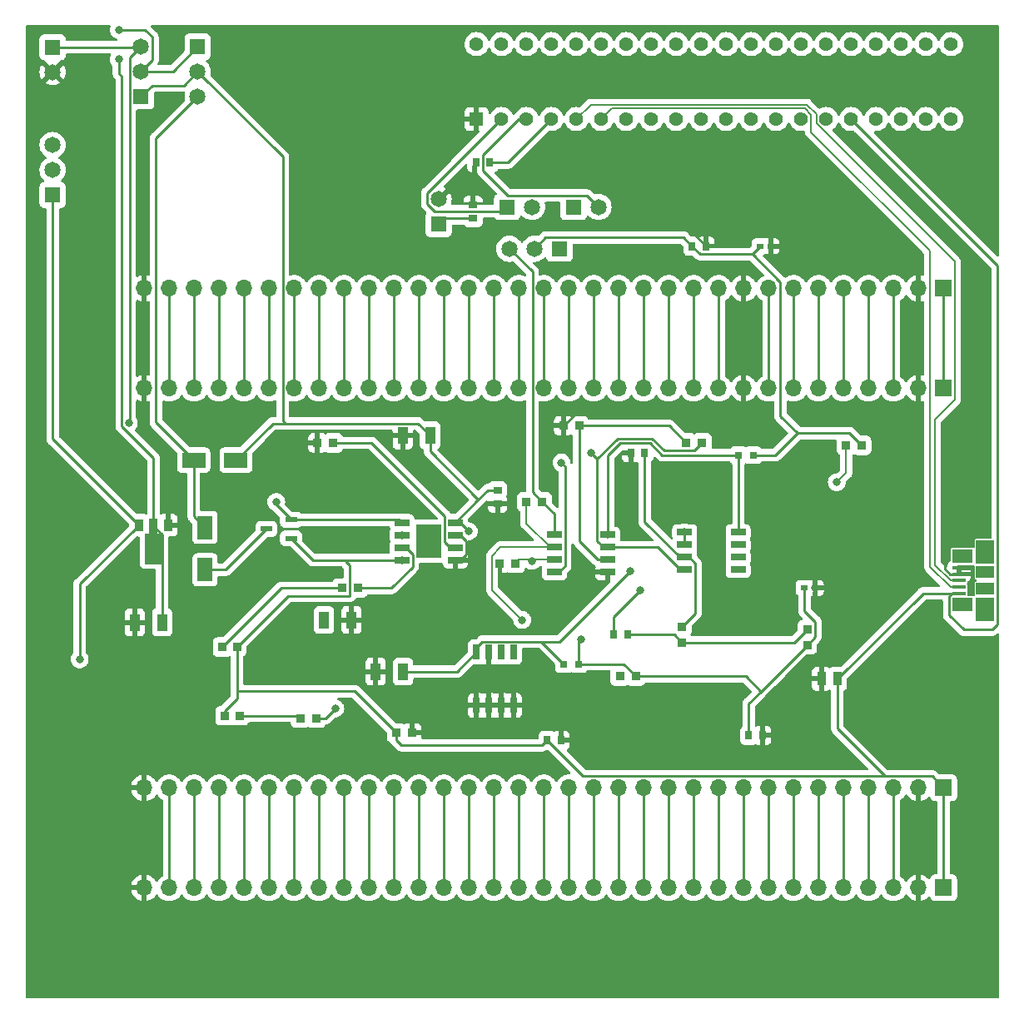
<source format=gtl>
%TF.GenerationSoftware,KiCad,Pcbnew,(6.0.2)*%
%TF.CreationDate,2022-04-17T21:21:11+02:00*%
%TF.ProjectId,main,6d61696e-2e6b-4696-9361-645f70636258,rev?*%
%TF.SameCoordinates,Original*%
%TF.FileFunction,Copper,L1,Top*%
%TF.FilePolarity,Positive*%
%FSLAX46Y46*%
G04 Gerber Fmt 4.6, Leading zero omitted, Abs format (unit mm)*
G04 Created by KiCad (PCBNEW (6.0.2)) date 2022-04-17 21:21:11*
%MOMM*%
%LPD*%
G01*
G04 APERTURE LIST*
G04 Aperture macros list*
%AMFreePoly0*
4,1,9,3.862500,-0.866500,0.737500,-0.866500,0.737500,-0.450000,-0.737500,-0.450000,-0.737500,0.450000,0.737500,0.450000,0.737500,0.866500,3.862500,0.866500,3.862500,-0.866500,3.862500,-0.866500,$1*%
G04 Aperture macros list end*
%TA.AperFunction,ComponentPad*%
%ADD10R,1.650000X1.650000*%
%TD*%
%TA.AperFunction,ComponentPad*%
%ADD11C,1.650000*%
%TD*%
%TA.AperFunction,SMDPad,CuDef*%
%ADD12R,0.940000X0.730000*%
%TD*%
%TA.AperFunction,SMDPad,CuDef*%
%ADD13R,1.050000X1.820000*%
%TD*%
%TA.AperFunction,SMDPad,CuDef*%
%ADD14R,0.950000X0.900000*%
%TD*%
%TA.AperFunction,SMDPad,CuDef*%
%ADD15R,1.525000X0.700000*%
%TD*%
%TA.AperFunction,SMDPad,CuDef*%
%ADD16R,2.513000X3.402000*%
%TD*%
%TA.AperFunction,SMDPad,CuDef*%
%ADD17R,0.900000X0.950000*%
%TD*%
%TA.AperFunction,SMDPad,CuDef*%
%ADD18R,0.730000X0.940000*%
%TD*%
%TA.AperFunction,SMDPad,CuDef*%
%ADD19R,1.525000X0.650000*%
%TD*%
%TA.AperFunction,SMDPad,CuDef*%
%ADD20R,1.380000X0.450000*%
%TD*%
%TA.AperFunction,SMDPad,CuDef*%
%ADD21R,2.100000X1.475000*%
%TD*%
%TA.AperFunction,SMDPad,CuDef*%
%ADD22R,1.900000X1.175000*%
%TD*%
%TA.AperFunction,SMDPad,CuDef*%
%ADD23R,1.900000X2.375000*%
%TD*%
%TA.AperFunction,SMDPad,CuDef*%
%ADD24R,1.200000X0.600000*%
%TD*%
%TA.AperFunction,SMDPad,CuDef*%
%ADD25R,1.550000X2.350000*%
%TD*%
%TA.AperFunction,ComponentPad*%
%ADD26R,1.700000X1.700000*%
%TD*%
%TA.AperFunction,ComponentPad*%
%ADD27O,1.700000X1.700000*%
%TD*%
%TA.AperFunction,SMDPad,CuDef*%
%ADD28R,0.800000X0.800000*%
%TD*%
%TA.AperFunction,SMDPad,CuDef*%
%ADD29R,0.750000X0.600000*%
%TD*%
%TA.AperFunction,SMDPad,CuDef*%
%ADD30R,0.650000X1.525000*%
%TD*%
%TA.AperFunction,SMDPad,CuDef*%
%ADD31R,0.910000X1.390000*%
%TD*%
%TA.AperFunction,ComponentPad*%
%ADD32R,1.425000X1.425000*%
%TD*%
%TA.AperFunction,ComponentPad*%
%ADD33C,1.425000*%
%TD*%
%TA.AperFunction,SMDPad,CuDef*%
%ADD34R,2.350000X1.550000*%
%TD*%
%TA.AperFunction,SMDPad,CuDef*%
%ADD35R,0.900000X1.300000*%
%TD*%
%TA.AperFunction,SMDPad,CuDef*%
%ADD36FreePoly0,270.000000*%
%TD*%
%TA.AperFunction,ViaPad*%
%ADD37C,0.800000*%
%TD*%
%TA.AperFunction,Conductor*%
%ADD38C,0.250000*%
%TD*%
%TA.AperFunction,Conductor*%
%ADD39C,0.200000*%
%TD*%
G04 APERTURE END LIST*
D10*
X129480000Y-69000000D03*
D11*
X132020000Y-69000000D03*
D12*
X128500000Y-99210000D03*
X128500000Y-97790000D03*
D13*
X118860000Y-92250000D03*
X121640000Y-92250000D03*
D14*
X160000000Y-113550000D03*
X160000000Y-111950000D03*
D10*
X83250000Y-52750000D03*
D11*
X83250000Y-55290000D03*
D15*
X124212000Y-104905000D03*
X124212000Y-103635000D03*
X124212000Y-102365000D03*
X124212000Y-101095000D03*
X118788000Y-101095000D03*
X118788000Y-102365000D03*
X118788000Y-103635000D03*
X118788000Y-104905000D03*
D16*
X121500000Y-103000000D03*
D17*
X110200000Y-93000000D03*
X111800000Y-93000000D03*
X163950000Y-93250000D03*
X165550000Y-93250000D03*
X131450000Y-99000000D03*
X133050000Y-99000000D03*
D18*
X140290000Y-112500000D03*
X141710000Y-112500000D03*
D19*
X147538000Y-102095000D03*
X147538000Y-103365000D03*
X147538000Y-104635000D03*
X147538000Y-105905000D03*
X152962000Y-105905000D03*
X152962000Y-104635000D03*
X152962000Y-103365000D03*
X152962000Y-102095000D03*
D20*
X175440000Y-108300000D03*
X175440000Y-107650000D03*
X175440000Y-107000000D03*
X175440000Y-106350000D03*
X175440000Y-105700000D03*
D21*
X175800000Y-104547500D03*
X175800000Y-109452500D03*
D22*
X178100000Y-107837500D03*
X178100000Y-106162500D03*
D23*
X178100000Y-109912500D03*
X178100000Y-104087500D03*
D24*
X107500000Y-102700000D03*
X107500000Y-100800000D03*
X105000000Y-101750000D03*
D17*
X118200000Y-122500000D03*
X119800000Y-122500000D03*
D25*
X98750000Y-101600000D03*
X98750000Y-105900000D03*
D13*
X116110000Y-116250000D03*
X118890000Y-116250000D03*
D10*
X122500000Y-70770000D03*
D11*
X122500000Y-68230000D03*
D26*
X173870000Y-87440000D03*
D27*
X171330000Y-87440000D03*
X168790000Y-87440000D03*
X166250000Y-87440000D03*
X163710000Y-87440000D03*
X161170000Y-87440000D03*
X158630000Y-87440000D03*
X156090000Y-87440000D03*
X153550000Y-87440000D03*
X151010000Y-87440000D03*
X148470000Y-87440000D03*
X145930000Y-87440000D03*
X143390000Y-87440000D03*
X140850000Y-87440000D03*
X138310000Y-87440000D03*
X135770000Y-87440000D03*
X133230000Y-87440000D03*
X130690000Y-87440000D03*
X128150000Y-87440000D03*
X125610000Y-87440000D03*
X123070000Y-87440000D03*
X120530000Y-87440000D03*
X117990000Y-87440000D03*
X115450000Y-87440000D03*
X112910000Y-87440000D03*
X110370000Y-87440000D03*
X107830000Y-87440000D03*
X105290000Y-87440000D03*
X102750000Y-87440000D03*
X100210000Y-87440000D03*
X97670000Y-87440000D03*
X95130000Y-87440000D03*
X92590000Y-87440000D03*
D28*
X135250000Y-115500000D03*
X136750000Y-115500000D03*
D13*
X113640000Y-111000000D03*
X110860000Y-111000000D03*
D10*
X98000000Y-52710000D03*
D11*
X98000000Y-55250000D03*
X98000000Y-57790000D03*
D18*
X127710000Y-64500000D03*
X126290000Y-64500000D03*
D10*
X83250000Y-67790000D03*
D11*
X83250000Y-65250000D03*
X83250000Y-62710000D03*
D26*
X173870000Y-77280000D03*
D27*
X171330000Y-77280000D03*
X168790000Y-77280000D03*
X166250000Y-77280000D03*
X163710000Y-77280000D03*
X161170000Y-77280000D03*
X158630000Y-77280000D03*
X156090000Y-77280000D03*
X153550000Y-77280000D03*
X151010000Y-77280000D03*
X148470000Y-77280000D03*
X145930000Y-77280000D03*
X143390000Y-77280000D03*
X140850000Y-77280000D03*
X138310000Y-77280000D03*
X135770000Y-77280000D03*
X133230000Y-77280000D03*
X130690000Y-77280000D03*
X128150000Y-77280000D03*
X125610000Y-77280000D03*
X123070000Y-77280000D03*
X120530000Y-77280000D03*
X117990000Y-77280000D03*
X115450000Y-77280000D03*
X112910000Y-77280000D03*
X110370000Y-77280000D03*
X107830000Y-77280000D03*
X105290000Y-77280000D03*
X102750000Y-77280000D03*
X100210000Y-77280000D03*
X97670000Y-77280000D03*
X95130000Y-77280000D03*
X92590000Y-77280000D03*
D18*
X142040000Y-94000000D03*
X143460000Y-94000000D03*
D29*
X159700000Y-107750000D03*
X160800000Y-107750000D03*
D17*
X147700000Y-93000000D03*
X149300000Y-93000000D03*
D30*
X126345000Y-119712000D03*
X127615000Y-119712000D03*
X128885000Y-119712000D03*
X130155000Y-119712000D03*
X130155000Y-114288000D03*
X128885000Y-114288000D03*
X127615000Y-114288000D03*
X126345000Y-114288000D03*
D17*
X108450000Y-121000000D03*
X110050000Y-121000000D03*
D18*
X148290000Y-73000000D03*
X149710000Y-73000000D03*
D14*
X147250000Y-113300000D03*
X147250000Y-111700000D03*
D26*
X173870000Y-138240000D03*
D27*
X171330000Y-138240000D03*
X168790000Y-138240000D03*
X166250000Y-138240000D03*
X163710000Y-138240000D03*
X161170000Y-138240000D03*
X158630000Y-138240000D03*
X156090000Y-138240000D03*
X153550000Y-138240000D03*
X151010000Y-138240000D03*
X148470000Y-138240000D03*
X145930000Y-138240000D03*
X143390000Y-138240000D03*
X140850000Y-138240000D03*
X138310000Y-138240000D03*
X135770000Y-138240000D03*
X133230000Y-138240000D03*
X130690000Y-138240000D03*
X128150000Y-138240000D03*
X125610000Y-138240000D03*
X123070000Y-138240000D03*
X120530000Y-138240000D03*
X117990000Y-138240000D03*
X115450000Y-138240000D03*
X112910000Y-138240000D03*
X110370000Y-138240000D03*
X107830000Y-138240000D03*
X105290000Y-138240000D03*
X102750000Y-138240000D03*
X100210000Y-138240000D03*
X97670000Y-138240000D03*
X95130000Y-138240000D03*
X92590000Y-138240000D03*
D17*
X140950000Y-116750000D03*
X142550000Y-116750000D03*
D12*
X126000000Y-70170000D03*
X126000000Y-68750000D03*
D31*
X161430000Y-117000000D03*
X163070000Y-117000000D03*
D32*
X126370000Y-60060000D03*
D33*
X128910000Y-60060000D03*
X131450000Y-60060000D03*
X133990000Y-60060000D03*
X136530000Y-60060000D03*
X139070000Y-60060000D03*
X141610000Y-60060000D03*
X144150000Y-60060000D03*
X146690000Y-60060000D03*
X149230000Y-60060000D03*
X151770000Y-60060000D03*
X154310000Y-60060000D03*
X156850000Y-60060000D03*
X159390000Y-60060000D03*
X161930000Y-60060000D03*
X164470000Y-60060000D03*
X167010000Y-60060000D03*
X169550000Y-60060000D03*
X172090000Y-60060000D03*
X174630000Y-60060000D03*
X174630000Y-52440000D03*
X172090000Y-52440000D03*
X169550000Y-52440000D03*
X167010000Y-52440000D03*
X164470000Y-52440000D03*
X161930000Y-52440000D03*
X159390000Y-52440000D03*
X156850000Y-52440000D03*
X154310000Y-52440000D03*
X151770000Y-52440000D03*
X149230000Y-52440000D03*
X146690000Y-52440000D03*
X144150000Y-52440000D03*
X141610000Y-52440000D03*
X139070000Y-52440000D03*
X136530000Y-52440000D03*
X133990000Y-52440000D03*
X131450000Y-52440000D03*
X128910000Y-52440000D03*
X126370000Y-52440000D03*
D34*
X97600000Y-94750000D03*
X101900000Y-94750000D03*
D26*
X173870000Y-128080000D03*
D27*
X171330000Y-128080000D03*
X168790000Y-128080000D03*
X166250000Y-128080000D03*
X163710000Y-128080000D03*
X161170000Y-128080000D03*
X158630000Y-128080000D03*
X156090000Y-128080000D03*
X153550000Y-128080000D03*
X151010000Y-128080000D03*
X148470000Y-128080000D03*
X145930000Y-128080000D03*
X143390000Y-128080000D03*
X140850000Y-128080000D03*
X138310000Y-128080000D03*
X135770000Y-128080000D03*
X133230000Y-128080000D03*
X130690000Y-128080000D03*
X128150000Y-128080000D03*
X125610000Y-128080000D03*
X123070000Y-128080000D03*
X120530000Y-128080000D03*
X117990000Y-128080000D03*
X115450000Y-128080000D03*
X112910000Y-128080000D03*
X110370000Y-128080000D03*
X107830000Y-128080000D03*
X105290000Y-128080000D03*
X102750000Y-128080000D03*
X100210000Y-128080000D03*
X97670000Y-128080000D03*
X95130000Y-128080000D03*
X92590000Y-128080000D03*
D10*
X92250000Y-57750000D03*
D11*
X92250000Y-55210000D03*
X92250000Y-52670000D03*
D13*
X91610000Y-111250000D03*
X94390000Y-111250000D03*
D35*
X95000000Y-101350000D03*
D36*
X93500000Y-101437500D03*
D35*
X92000000Y-101350000D03*
D10*
X136230000Y-69000000D03*
D11*
X138770000Y-69000000D03*
D10*
X134790000Y-73250000D03*
D11*
X132250000Y-73250000D03*
X129710000Y-73250000D03*
D18*
X133540000Y-123250000D03*
X134960000Y-123250000D03*
D17*
X135200000Y-91250000D03*
X136800000Y-91250000D03*
X112700000Y-107750000D03*
X114300000Y-107750000D03*
D19*
X134288000Y-102345000D03*
X134288000Y-103615000D03*
X134288000Y-104885000D03*
X134288000Y-106155000D03*
X139712000Y-106155000D03*
X139712000Y-104885000D03*
X139712000Y-103615000D03*
X139712000Y-102345000D03*
D17*
X130300000Y-105250000D03*
X128700000Y-105250000D03*
X100500000Y-113750000D03*
X102000000Y-113750000D03*
D29*
X155200000Y-73000000D03*
X156300000Y-73000000D03*
D18*
X154040000Y-122750000D03*
X155460000Y-122750000D03*
D17*
X102250000Y-120750000D03*
X100750000Y-120750000D03*
D28*
X153000000Y-94250000D03*
X154500000Y-94250000D03*
D37*
X160800000Y-107750000D03*
X125000000Y-67000000D03*
X145000000Y-71000000D03*
X118860000Y-92250000D03*
X140000000Y-90000000D03*
X174000000Y-102000000D03*
X141000000Y-96000000D03*
X145000000Y-74000000D03*
X128000000Y-102000000D03*
X139712000Y-102345000D03*
X142000000Y-106000000D03*
X86000000Y-115000000D03*
X118890000Y-116250000D03*
X137000000Y-113000000D03*
X118788000Y-104905000D03*
X125573362Y-101987319D03*
X110860000Y-111000000D03*
X91000000Y-91000000D03*
X106000000Y-99000000D03*
X90000000Y-54000000D03*
X90000000Y-51000000D03*
X143000000Y-108000000D03*
X147538000Y-102095000D03*
X140950000Y-116750000D03*
X131000000Y-111000000D03*
X163000000Y-97000000D03*
X132000000Y-105000000D03*
X135000000Y-95000000D03*
X138000000Y-94000000D03*
X118788000Y-102365000D03*
X112000000Y-120000000D03*
D38*
X173870000Y-87440000D02*
X173870000Y-77280000D01*
X142040000Y-94960000D02*
X141000000Y-96000000D01*
X125299011Y-103700989D02*
X125299011Y-102960489D01*
X125299011Y-103700989D02*
X126299011Y-103700989D01*
X140000000Y-90000000D02*
X136450000Y-90000000D01*
X136450000Y-90000000D02*
X135200000Y-91250000D01*
X174000000Y-105823660D02*
X174000000Y-102000000D01*
X126299011Y-103700989D02*
X128000000Y-102000000D01*
X124703522Y-102365000D02*
X124212000Y-102365000D01*
X175440000Y-106350000D02*
X175440000Y-105700000D01*
X142040000Y-94000000D02*
X142040000Y-94960000D01*
X125299011Y-102960489D02*
X124703522Y-102365000D01*
X175440000Y-106350000D02*
X174526340Y-106350000D01*
X126000000Y-67000000D02*
X126000000Y-64790000D01*
X149710000Y-73000000D02*
X147710000Y-71000000D01*
X126000000Y-64790000D02*
X126290000Y-64500000D01*
X147710000Y-71000000D02*
X145000000Y-71000000D01*
X124212000Y-104905000D02*
X124703522Y-104905000D01*
X145000000Y-74000000D02*
X146000000Y-74000000D01*
X126000000Y-68750000D02*
X126000000Y-67000000D01*
X125299011Y-104309511D02*
X125299011Y-103700989D01*
X126000000Y-67000000D02*
X125000000Y-67000000D01*
X174526340Y-106350000D02*
X174000000Y-105823660D01*
X124703522Y-104905000D02*
X125299011Y-104309511D01*
X168790000Y-77280000D02*
X168790000Y-87440000D01*
X166250000Y-77280000D02*
X166250000Y-87440000D01*
X163710000Y-77280000D02*
X163710000Y-87440000D01*
X161170000Y-77280000D02*
X161170000Y-87440000D01*
X158630000Y-77280000D02*
X158630000Y-87440000D01*
X156090000Y-77280000D02*
X156090000Y-87440000D01*
X151010000Y-77280000D02*
X151010000Y-87440000D01*
X148470000Y-77280000D02*
X148470000Y-87440000D01*
X145930000Y-77280000D02*
X145930000Y-87440000D01*
X143390000Y-87440000D02*
X143390000Y-77280000D01*
X140850000Y-87440000D02*
X140850000Y-77280000D01*
X138310000Y-87440000D02*
X138310000Y-77280000D01*
X135770000Y-87440000D02*
X135770000Y-77280000D01*
X133230000Y-77280000D02*
X133230000Y-87440000D01*
X130690000Y-87440000D02*
X130690000Y-77280000D01*
X128150000Y-77280000D02*
X128150000Y-87440000D01*
X125610000Y-87440000D02*
X125610000Y-77280000D01*
X123070000Y-77280000D02*
X123070000Y-87440000D01*
X120530000Y-87440000D02*
X120530000Y-77280000D01*
X117990000Y-77280000D02*
X117990000Y-87440000D01*
X115450000Y-87440000D02*
X115450000Y-77280000D01*
X112910000Y-77280000D02*
X112910000Y-87440000D01*
X110370000Y-87440000D02*
X110370000Y-77280000D01*
X107830000Y-77280000D02*
X107830000Y-87440000D01*
X105290000Y-87440000D02*
X105290000Y-77280000D01*
X102750000Y-77280000D02*
X102750000Y-87440000D01*
X100210000Y-87440000D02*
X100210000Y-77280000D01*
X97670000Y-77280000D02*
X97670000Y-87440000D01*
X95130000Y-87440000D02*
X95130000Y-77280000D01*
X92000000Y-101350000D02*
X83250000Y-92600000D01*
X135250000Y-115500000D02*
X132950989Y-113200989D01*
X153000000Y-94250000D02*
X145250000Y-94250000D01*
X132950989Y-113200989D02*
X134799011Y-113200989D01*
X124383000Y-116250000D02*
X126345000Y-114288000D01*
X118890000Y-116250000D02*
X124383000Y-116250000D01*
X139712000Y-94288000D02*
X139712000Y-102345000D01*
X92000000Y-101350000D02*
X86000000Y-107350000D01*
X126345000Y-113821478D02*
X126345000Y-114288000D01*
X134799011Y-113200989D02*
X142000000Y-106000000D01*
X141000000Y-93000000D02*
X139712000Y-94288000D01*
X126965489Y-113200989D02*
X126345000Y-113821478D01*
X132950989Y-113200989D02*
X126965489Y-113200989D01*
X145250000Y-94250000D02*
X144000000Y-93000000D01*
X153000000Y-94250000D02*
X153000000Y-102057000D01*
X144000000Y-93000000D02*
X141000000Y-93000000D01*
X83250000Y-92600000D02*
X83250000Y-67790000D01*
X86000000Y-107350000D02*
X86000000Y-115000000D01*
X168790000Y-138240000D02*
X168790000Y-128080000D01*
X166250000Y-128080000D02*
X166250000Y-138240000D01*
X163710000Y-138240000D02*
X163710000Y-128080000D01*
X161170000Y-128080000D02*
X161170000Y-138240000D01*
X158630000Y-138240000D02*
X158630000Y-128080000D01*
X156090000Y-128080000D02*
X156090000Y-138240000D01*
X153550000Y-138240000D02*
X153550000Y-128080000D01*
X151010000Y-128080000D02*
X151010000Y-138240000D01*
X148470000Y-138240000D02*
X148470000Y-128080000D01*
X145930000Y-128080000D02*
X145930000Y-138240000D01*
X143390000Y-138240000D02*
X143390000Y-128080000D01*
X140850000Y-128080000D02*
X140850000Y-138240000D01*
X138310000Y-128080000D02*
X138310000Y-138240000D01*
X135770000Y-138240000D02*
X135770000Y-128080000D01*
X133230000Y-128080000D02*
X133230000Y-138240000D01*
X130690000Y-138240000D02*
X130690000Y-128080000D01*
X128150000Y-128080000D02*
X128150000Y-138240000D01*
X125610000Y-138240000D02*
X125610000Y-128080000D01*
X123070000Y-128080000D02*
X123070000Y-138240000D01*
X120530000Y-138240000D02*
X120530000Y-128080000D01*
X117990000Y-128080000D02*
X117990000Y-138240000D01*
X115450000Y-138240000D02*
X115450000Y-128080000D01*
X112910000Y-128080000D02*
X112910000Y-138240000D01*
X110370000Y-138240000D02*
X110370000Y-128080000D01*
X107830000Y-128080000D02*
X107830000Y-138240000D01*
X105290000Y-138240000D02*
X105290000Y-128080000D01*
X102750000Y-128080000D02*
X102750000Y-138240000D01*
X100210000Y-138240000D02*
X100210000Y-128080000D01*
X97670000Y-128080000D02*
X97670000Y-138240000D01*
X95130000Y-138240000D02*
X95130000Y-128080000D01*
X142550000Y-116750000D02*
X153750000Y-116750000D01*
X141300000Y-115500000D02*
X142550000Y-116750000D01*
X154040000Y-119510000D02*
X154040000Y-122750000D01*
X136750000Y-113250000D02*
X137000000Y-113000000D01*
X136750000Y-115500000D02*
X136750000Y-113250000D01*
X160799511Y-112750489D02*
X160799511Y-111175489D01*
X160799511Y-111175489D02*
X159700000Y-110075978D01*
X159700000Y-110075978D02*
X159700000Y-107750000D01*
X160000000Y-113550000D02*
X155275000Y-118275000D01*
X160000000Y-113550000D02*
X160799511Y-112750489D01*
X136750000Y-115500000D02*
X141300000Y-115500000D01*
X153750000Y-116750000D02*
X155275000Y-118275000D01*
X155275000Y-118275000D02*
X154040000Y-119510000D01*
X147390489Y-72100489D02*
X148290000Y-73000000D01*
X157264511Y-76653533D02*
X157264511Y-82735489D01*
X154405489Y-73794511D02*
X155200000Y-73000000D01*
X149084511Y-73794511D02*
X154405489Y-73794511D01*
X165550000Y-93250000D02*
X164300000Y-92000000D01*
X133399511Y-72100489D02*
X147390489Y-72100489D01*
X159000000Y-92000000D02*
X156750000Y-94250000D01*
X132250000Y-73250000D02*
X133399511Y-72100489D01*
X148290000Y-73000000D02*
X149084511Y-73794511D01*
X159000000Y-92000000D02*
X157264511Y-90264511D01*
X156750000Y-94250000D02*
X154500000Y-94250000D01*
X154405489Y-73794511D02*
X157264511Y-76653533D01*
X157264511Y-90264511D02*
X157264511Y-81264511D01*
X164300000Y-92000000D02*
X159000000Y-92000000D01*
X102000000Y-113750000D02*
X107200489Y-108549511D01*
X113474511Y-105474511D02*
X113000000Y-105000000D01*
X121640000Y-92250000D02*
X121640000Y-93890000D01*
X93359511Y-56640489D02*
X96609511Y-56640489D01*
X92250000Y-57750000D02*
X93359511Y-56640489D01*
X174425489Y-108574511D02*
X174700000Y-108300000D01*
X174700000Y-108300000D02*
X175440000Y-108300000D01*
X173870000Y-128080000D02*
X173870000Y-138240000D01*
X167905489Y-126905489D02*
X163070000Y-122070000D01*
X126528500Y-98778500D02*
X127517000Y-97790000D01*
X118200000Y-122500000D02*
X118200000Y-122475000D01*
X179374511Y-74964511D02*
X179374511Y-111424511D01*
X113474511Y-108549511D02*
X113474511Y-105474511D01*
X106655489Y-63905489D02*
X98000000Y-55250000D01*
X124681043Y-101095000D02*
X125573362Y-101987319D01*
X178799022Y-112000000D02*
X175910978Y-112000000D01*
X102000000Y-118250000D02*
X102000000Y-119000000D01*
X100750000Y-120250000D02*
X100750000Y-120750000D01*
X124212000Y-101095000D02*
X126528500Y-98778500D01*
X105634511Y-91015489D02*
X106984511Y-91015489D01*
X102000000Y-113750000D02*
X102000000Y-118250000D01*
X171770000Y-108300000D02*
X175440000Y-108300000D01*
X118200000Y-122475000D02*
X113975000Y-118250000D01*
X133540000Y-123250000D02*
X137195489Y-126905489D01*
X101900000Y-94750000D02*
X105634511Y-91015489D01*
X127517000Y-97790000D02*
X128500000Y-97790000D01*
X163070000Y-117000000D02*
X171770000Y-108300000D01*
X174425489Y-110514511D02*
X174425489Y-108574511D01*
X175910978Y-112000000D02*
X174425489Y-110514511D01*
X124212000Y-101095000D02*
X124681043Y-101095000D01*
X106984511Y-91015489D02*
X106655489Y-90686467D01*
X113975000Y-118250000D02*
X102000000Y-118250000D01*
X118788000Y-104905000D02*
X109705000Y-104905000D01*
X106984511Y-91015489D02*
X120405489Y-91015489D01*
X133040000Y-123750000D02*
X118750000Y-123750000D01*
X118200000Y-123200000D02*
X118200000Y-122500000D01*
X163070000Y-122070000D02*
X163070000Y-117000000D01*
X179374511Y-111424511D02*
X178799022Y-112000000D01*
X109705000Y-104905000D02*
X107500000Y-102700000D01*
X121640000Y-93890000D02*
X126528500Y-98778500D01*
X167905489Y-126905489D02*
X172695489Y-126905489D01*
X102000000Y-119000000D02*
X100750000Y-120250000D01*
X172695489Y-126905489D02*
X173870000Y-128080000D01*
X164470000Y-60060000D02*
X179374511Y-74964511D01*
X107200489Y-108549511D02*
X113474511Y-108549511D01*
X96609511Y-56640489D02*
X98000000Y-55250000D01*
X133540000Y-123250000D02*
X133040000Y-123750000D01*
X106655489Y-90686467D02*
X106655489Y-63905489D01*
X137195489Y-126905489D02*
X167905489Y-126905489D01*
X118750000Y-123750000D02*
X118200000Y-123200000D01*
X120405489Y-91015489D02*
X121640000Y-92250000D01*
X129550000Y-64500000D02*
X127710000Y-64500000D01*
X133990000Y-60060000D02*
X129550000Y-64500000D01*
X92250000Y-52670000D02*
X91100489Y-53819511D01*
X83250000Y-52750000D02*
X92170000Y-52750000D01*
X106000000Y-99000000D02*
X106000000Y-99300000D01*
X118493000Y-100800000D02*
X118788000Y-101095000D01*
X91100489Y-53819511D02*
X91100489Y-90899511D01*
X106000000Y-99300000D02*
X107500000Y-100800000D01*
X91100489Y-90899511D02*
X91000000Y-91000000D01*
X107500000Y-100800000D02*
X118493000Y-100800000D01*
X92170000Y-52750000D02*
X92250000Y-52670000D01*
X93399511Y-51724031D02*
X92675480Y-51000000D01*
X93399511Y-54060489D02*
X93399511Y-51724031D01*
X90275489Y-91300103D02*
X90275489Y-55724511D01*
X93500000Y-101437500D02*
X93500000Y-94524614D01*
X95500000Y-55210000D02*
X98000000Y-52710000D01*
X92675480Y-51000000D02*
X90000000Y-51000000D01*
X93500000Y-94524614D02*
X90275489Y-91300103D01*
X92250000Y-55210000D02*
X95500000Y-55210000D01*
X90000000Y-55449022D02*
X90275489Y-55724511D01*
X90000000Y-54000000D02*
X90000000Y-55449022D01*
X94390000Y-102327500D02*
X93500000Y-101437500D01*
X92250000Y-55210000D02*
X93399511Y-54060489D01*
X94390000Y-111250000D02*
X94390000Y-102327500D01*
X147538000Y-103365000D02*
X147538000Y-102095000D01*
X140290000Y-112500000D02*
X140290000Y-110710000D01*
X140290000Y-110710000D02*
X143000000Y-108000000D01*
X141710000Y-112500000D02*
X146450000Y-112500000D01*
X158650000Y-113300000D02*
X160000000Y-111950000D01*
X147250000Y-113300000D02*
X158650000Y-113300000D01*
X146450000Y-112500000D02*
X147250000Y-113300000D01*
X148625011Y-105284511D02*
X147975500Y-104635000D01*
X147071478Y-104635000D02*
X147538000Y-104635000D01*
X143460000Y-101023522D02*
X147071478Y-104635000D01*
X148625011Y-110324989D02*
X148625011Y-105284511D01*
X147250000Y-111700000D02*
X148625011Y-110324989D01*
X147975500Y-104635000D02*
X147538000Y-104635000D01*
X143460000Y-94000000D02*
X143460000Y-101023522D01*
X126000000Y-70170000D02*
X123100000Y-70170000D01*
X123100000Y-70170000D02*
X122500000Y-70770000D01*
X97600000Y-94750000D02*
X97600000Y-100450000D01*
X93764511Y-90914511D02*
X97600000Y-94750000D01*
X93764511Y-62025489D02*
X93764511Y-90914511D01*
X97600000Y-100450000D02*
X98750000Y-101600000D01*
X98000000Y-57790000D02*
X93764511Y-62025489D01*
X100850000Y-105900000D02*
X105000000Y-101750000D01*
X98750000Y-105900000D02*
X100850000Y-105900000D01*
X134288000Y-100238000D02*
X133050000Y-99000000D01*
X132055489Y-98005489D02*
X133050000Y-99000000D01*
X129710000Y-73250000D02*
X132055489Y-75595489D01*
X134288000Y-102345000D02*
X134288000Y-100238000D01*
X132055489Y-75595489D02*
X132055489Y-98005489D01*
D39*
X127950489Y-104475489D02*
X127950489Y-107950489D01*
X128810978Y-103615000D02*
X127950489Y-104475489D01*
X127950489Y-107950489D02*
X131000000Y-111000000D01*
X133850500Y-103615000D02*
X131450000Y-101214500D01*
X134288000Y-103615000D02*
X133850500Y-103615000D01*
X131450000Y-101214500D02*
X131450000Y-99000000D01*
X134288000Y-103615000D02*
X128810978Y-103615000D01*
X130665000Y-104885000D02*
X134288000Y-104885000D01*
X130300000Y-105250000D02*
X130665000Y-104885000D01*
X163950000Y-96050000D02*
X163000000Y-97000000D01*
X163950000Y-93250000D02*
X163950000Y-96050000D01*
D38*
X138624989Y-94624531D02*
X138624989Y-102965489D01*
X134725500Y-106155000D02*
X135375011Y-105505489D01*
X147100500Y-105905000D02*
X144810500Y-103615000D01*
X135375011Y-95375011D02*
X135000000Y-95000000D01*
X140699040Y-92550480D02*
X138624989Y-94624531D01*
X147538000Y-105905000D02*
X147100500Y-105905000D01*
X134288000Y-106155000D02*
X134725500Y-106155000D01*
X138624989Y-94624531D02*
X138624531Y-94624531D01*
X144186197Y-92550480D02*
X140699040Y-92550480D01*
X138624531Y-94624531D02*
X138000000Y-94000000D01*
X148500489Y-93799511D02*
X145435229Y-93799511D01*
X139274500Y-103615000D02*
X139712000Y-103615000D01*
X144810500Y-103615000D02*
X139712000Y-103615000D01*
X149300000Y-93000000D02*
X148500489Y-93799511D01*
X145435229Y-93799511D02*
X144186197Y-92550480D01*
X138624989Y-102965489D02*
X139274500Y-103615000D01*
X135375011Y-105505489D02*
X135375011Y-95375011D01*
X145950000Y-91250000D02*
X136800000Y-91250000D01*
X136800000Y-102985500D02*
X138699500Y-104885000D01*
X147700000Y-93000000D02*
X145950000Y-91250000D01*
X136800000Y-91250000D02*
X136800000Y-102985500D01*
X138699500Y-104885000D02*
X139712000Y-104885000D01*
X123124989Y-103039511D02*
X123720478Y-103635000D01*
X123124989Y-100420489D02*
X123124989Y-103039511D01*
X115704500Y-93000000D02*
X123124989Y-100420489D01*
X123720478Y-103635000D02*
X124212000Y-103635000D01*
X111800000Y-93000000D02*
X115704500Y-93000000D01*
X110050000Y-121000000D02*
X111000000Y-121000000D01*
X111000000Y-121000000D02*
X112000000Y-120000000D01*
X114300000Y-107750000D02*
X117704522Y-107750000D01*
X119875011Y-104309511D02*
X119200500Y-103635000D01*
X119200500Y-103635000D02*
X118788000Y-103635000D01*
X119875011Y-105579511D02*
X119875011Y-104309511D01*
X117704522Y-107750000D02*
X119875011Y-105579511D01*
D39*
X175440000Y-107650000D02*
X174550000Y-107650000D01*
X172479511Y-73479511D02*
X160402011Y-61402011D01*
X160402011Y-61402011D02*
X160402011Y-59640810D01*
X174550000Y-107650000D02*
X172479511Y-105579511D01*
X140130000Y-59000000D02*
X139070000Y-60060000D01*
X172479511Y-105579511D02*
X172479511Y-73479511D01*
X160402011Y-59640810D02*
X159761201Y-59000000D01*
X159761201Y-59000000D02*
X140130000Y-59000000D01*
X173000000Y-105424022D02*
X173000000Y-90609022D01*
X159926687Y-58600480D02*
X137989520Y-58600480D01*
X160917989Y-59591782D02*
X159926687Y-58600480D01*
X175440000Y-107000000D02*
X174575978Y-107000000D01*
X175019511Y-74580712D02*
X160917989Y-60479190D01*
X175019511Y-88589511D02*
X175019511Y-74580712D01*
X137989520Y-58600480D02*
X136530000Y-60060000D01*
X173000000Y-90609022D02*
X175019511Y-88589511D01*
X174575978Y-107000000D02*
X173000000Y-105424022D01*
X160917989Y-60479190D02*
X160917989Y-59591782D01*
D38*
X129040489Y-69439511D02*
X122083856Y-69439511D01*
X129480000Y-69000000D02*
X129040489Y-69439511D01*
X121350489Y-67619511D02*
X128910000Y-60060000D01*
X122083856Y-69439511D02*
X121350489Y-68706144D01*
X121350489Y-68706144D02*
X121350489Y-67619511D01*
X127020489Y-65294511D02*
X129576467Y-67850489D01*
X129576467Y-67850489D02*
X137620489Y-67850489D01*
X131450000Y-60060000D02*
X130665978Y-60060000D01*
X137620489Y-67850489D02*
X138770000Y-69000000D01*
X127020489Y-63705489D02*
X127020489Y-65294511D01*
X130665978Y-60060000D02*
X127020489Y-63705489D01*
X106500000Y-107750000D02*
X112700000Y-107750000D01*
X100500000Y-113750000D02*
X106500000Y-107750000D01*
X108200000Y-120750000D02*
X108450000Y-121000000D01*
X102250000Y-120750000D02*
X108200000Y-120750000D01*
%TA.AperFunction,Conductor*%
G36*
X89099305Y-50528002D02*
G01*
X89145798Y-50581658D01*
X89155902Y-50651932D01*
X89151019Y-50672929D01*
X89106458Y-50810072D01*
X89086496Y-51000000D01*
X89106458Y-51189928D01*
X89165473Y-51371556D01*
X89168776Y-51377278D01*
X89168777Y-51377279D01*
X89194829Y-51422402D01*
X89260960Y-51536944D01*
X89265378Y-51541851D01*
X89265379Y-51541852D01*
X89384325Y-51673955D01*
X89388747Y-51678866D01*
X89487843Y-51750864D01*
X89520629Y-51774684D01*
X89543248Y-51791118D01*
X89549276Y-51793802D01*
X89549278Y-51793803D01*
X89711681Y-51866109D01*
X89717712Y-51868794D01*
X89724168Y-51870166D01*
X89725709Y-51870667D01*
X89784315Y-51910741D01*
X89811951Y-51976138D01*
X89799844Y-52046095D01*
X89751837Y-52098401D01*
X89686772Y-52116500D01*
X84709500Y-52116500D01*
X84641379Y-52096498D01*
X84594886Y-52042842D01*
X84583500Y-51990500D01*
X84583500Y-51876866D01*
X84576745Y-51814684D01*
X84525615Y-51678295D01*
X84438261Y-51561739D01*
X84321705Y-51474385D01*
X84185316Y-51423255D01*
X84123134Y-51416500D01*
X82376866Y-51416500D01*
X82314684Y-51423255D01*
X82178295Y-51474385D01*
X82061739Y-51561739D01*
X81974385Y-51678295D01*
X81923255Y-51814684D01*
X81916500Y-51876866D01*
X81916500Y-53623134D01*
X81923255Y-53685316D01*
X81974385Y-53821705D01*
X82061739Y-53938261D01*
X82178295Y-54025615D01*
X82314684Y-54076745D01*
X82376866Y-54083500D01*
X82381138Y-54083500D01*
X82381331Y-54083557D01*
X82383680Y-54083684D01*
X82383650Y-54084238D01*
X82449259Y-54103502D01*
X82492669Y-54150876D01*
X82517693Y-54198483D01*
X83237188Y-54917978D01*
X83251132Y-54925592D01*
X83252965Y-54925461D01*
X83259580Y-54921210D01*
X83983028Y-54197762D01*
X84007294Y-54153324D01*
X84008206Y-54149129D01*
X84058401Y-54098920D01*
X84116344Y-54084127D01*
X84116320Y-54083684D01*
X84118554Y-54083563D01*
X84118801Y-54083500D01*
X84123134Y-54083500D01*
X84185316Y-54076745D01*
X84321705Y-54025615D01*
X84438261Y-53938261D01*
X84525615Y-53821705D01*
X84576745Y-53685316D01*
X84583500Y-53623134D01*
X84583500Y-53509500D01*
X84603502Y-53441379D01*
X84657158Y-53394886D01*
X84709500Y-53383500D01*
X89088653Y-53383500D01*
X89156774Y-53403502D01*
X89203267Y-53457158D01*
X89213371Y-53527432D01*
X89197772Y-53572500D01*
X89168777Y-53622721D01*
X89165473Y-53628444D01*
X89106458Y-53810072D01*
X89105768Y-53816633D01*
X89105768Y-53816635D01*
X89093740Y-53931081D01*
X89086496Y-54000000D01*
X89087186Y-54006565D01*
X89102354Y-54150876D01*
X89106458Y-54189928D01*
X89165473Y-54371556D01*
X89260960Y-54536944D01*
X89334137Y-54618215D01*
X89364853Y-54682221D01*
X89366500Y-54702524D01*
X89366500Y-55370255D01*
X89365973Y-55381438D01*
X89364298Y-55388931D01*
X89364547Y-55396857D01*
X89364547Y-55396858D01*
X89366438Y-55457008D01*
X89366500Y-55460967D01*
X89366500Y-55488878D01*
X89366997Y-55492812D01*
X89366997Y-55492813D01*
X89367005Y-55492878D01*
X89367938Y-55504715D01*
X89369327Y-55548911D01*
X89373117Y-55561955D01*
X89374978Y-55568361D01*
X89378987Y-55587722D01*
X89381526Y-55607819D01*
X89384445Y-55615190D01*
X89384445Y-55615192D01*
X89397804Y-55648934D01*
X89401649Y-55660164D01*
X89406096Y-55675472D01*
X89413982Y-55702615D01*
X89418015Y-55709434D01*
X89418017Y-55709439D01*
X89424293Y-55720050D01*
X89432988Y-55737798D01*
X89440448Y-55756639D01*
X89445110Y-55763055D01*
X89445110Y-55763056D01*
X89466436Y-55792409D01*
X89472952Y-55802329D01*
X89477495Y-55810010D01*
X89495458Y-55840384D01*
X89509779Y-55854705D01*
X89522619Y-55869738D01*
X89534528Y-55886129D01*
X89540634Y-55891180D01*
X89568605Y-55914320D01*
X89577384Y-55922310D01*
X89605084Y-55950010D01*
X89639110Y-56012322D01*
X89641989Y-56039105D01*
X89641989Y-91221336D01*
X89641462Y-91232519D01*
X89639787Y-91240012D01*
X89640036Y-91247938D01*
X89640036Y-91247939D01*
X89641927Y-91308089D01*
X89641989Y-91312048D01*
X89641989Y-91339959D01*
X89642486Y-91343893D01*
X89642486Y-91343894D01*
X89642494Y-91343959D01*
X89643427Y-91355796D01*
X89644816Y-91399992D01*
X89647759Y-91410121D01*
X89650467Y-91419442D01*
X89654476Y-91438803D01*
X89657015Y-91458900D01*
X89659934Y-91466271D01*
X89659934Y-91466273D01*
X89673293Y-91500015D01*
X89677138Y-91511245D01*
X89681619Y-91526669D01*
X89689471Y-91553696D01*
X89693504Y-91560515D01*
X89693506Y-91560520D01*
X89699782Y-91571131D01*
X89708477Y-91588879D01*
X89715937Y-91607720D01*
X89720599Y-91614136D01*
X89720599Y-91614137D01*
X89741925Y-91643490D01*
X89748441Y-91653410D01*
X89763496Y-91678866D01*
X89770947Y-91691465D01*
X89785268Y-91705786D01*
X89798108Y-91720819D01*
X89810017Y-91737210D01*
X89816123Y-91742261D01*
X89844094Y-91765401D01*
X89852873Y-91773391D01*
X92829595Y-94750113D01*
X92863621Y-94812425D01*
X92866500Y-94839208D01*
X92866500Y-100131240D01*
X92846498Y-100199361D01*
X92792842Y-100245854D01*
X92722568Y-100255958D01*
X92696270Y-100249222D01*
X92678078Y-100242402D01*
X92560316Y-100198255D01*
X92498134Y-100191500D01*
X91789594Y-100191500D01*
X91721473Y-100171498D01*
X91700499Y-100154595D01*
X83920405Y-92374500D01*
X83886379Y-92312188D01*
X83883500Y-92285405D01*
X83883500Y-69249500D01*
X83903502Y-69181379D01*
X83957158Y-69134886D01*
X84009500Y-69123500D01*
X84123134Y-69123500D01*
X84185316Y-69116745D01*
X84321705Y-69065615D01*
X84438261Y-68978261D01*
X84525615Y-68861705D01*
X84576745Y-68725316D01*
X84583500Y-68663134D01*
X84583500Y-66916866D01*
X84576745Y-66854684D01*
X84525615Y-66718295D01*
X84438261Y-66601739D01*
X84321705Y-66514385D01*
X84304283Y-66507854D01*
X84192711Y-66466027D01*
X84192709Y-66466027D01*
X84185316Y-66463255D01*
X84185660Y-66462339D01*
X84130046Y-66430566D01*
X84097228Y-66367610D01*
X84103655Y-66296905D01*
X84131746Y-66254108D01*
X84275422Y-66110432D01*
X84409256Y-65919297D01*
X84411579Y-65914315D01*
X84411582Y-65914310D01*
X84505544Y-65712808D01*
X84505545Y-65712806D01*
X84507867Y-65707826D01*
X84544044Y-65572814D01*
X84566834Y-65487759D01*
X84566834Y-65487757D01*
X84568258Y-65482444D01*
X84588594Y-65250000D01*
X84568258Y-65017556D01*
X84564771Y-65004542D01*
X84509290Y-64797484D01*
X84509289Y-64797482D01*
X84507867Y-64792174D01*
X84489643Y-64753093D01*
X84411582Y-64585690D01*
X84411579Y-64585685D01*
X84409256Y-64580703D01*
X84275422Y-64389568D01*
X84110432Y-64224578D01*
X84105924Y-64221421D01*
X84105921Y-64221419D01*
X83923801Y-64093898D01*
X83919297Y-64090744D01*
X83915293Y-64088877D01*
X83866531Y-64037736D01*
X83853095Y-63968023D01*
X83879482Y-63902112D01*
X83915188Y-63871172D01*
X83919297Y-63869256D01*
X84052319Y-63776113D01*
X84105921Y-63738581D01*
X84105924Y-63738579D01*
X84110432Y-63735422D01*
X84275422Y-63570432D01*
X84284620Y-63557297D01*
X84406099Y-63383806D01*
X84406100Y-63383804D01*
X84409256Y-63379297D01*
X84411579Y-63374315D01*
X84411582Y-63374310D01*
X84505544Y-63172808D01*
X84505545Y-63172806D01*
X84507867Y-63167826D01*
X84568258Y-62942444D01*
X84588594Y-62710000D01*
X84568258Y-62477556D01*
X84507867Y-62252174D01*
X84505544Y-62247192D01*
X84411582Y-62045690D01*
X84411579Y-62045685D01*
X84409256Y-62040703D01*
X84379077Y-61997603D01*
X84278581Y-61854079D01*
X84278579Y-61854076D01*
X84275422Y-61849568D01*
X84110432Y-61684578D01*
X84105924Y-61681421D01*
X84105921Y-61681419D01*
X83923806Y-61553901D01*
X83923804Y-61553900D01*
X83919297Y-61550744D01*
X83914315Y-61548421D01*
X83914310Y-61548418D01*
X83712808Y-61454456D01*
X83712806Y-61454455D01*
X83707826Y-61452133D01*
X83702518Y-61450711D01*
X83702516Y-61450710D01*
X83487759Y-61393166D01*
X83487757Y-61393166D01*
X83482444Y-61391742D01*
X83250000Y-61371406D01*
X83017556Y-61391742D01*
X83012243Y-61393166D01*
X83012241Y-61393166D01*
X82797484Y-61450710D01*
X82797482Y-61450711D01*
X82792174Y-61452133D01*
X82787194Y-61454455D01*
X82787192Y-61454456D01*
X82585690Y-61548418D01*
X82585685Y-61548421D01*
X82580703Y-61550744D01*
X82576196Y-61553900D01*
X82576194Y-61553901D01*
X82394079Y-61681419D01*
X82394076Y-61681421D01*
X82389568Y-61684578D01*
X82224578Y-61849568D01*
X82221421Y-61854076D01*
X82221419Y-61854079D01*
X82120923Y-61997603D01*
X82090744Y-62040703D01*
X82088421Y-62045685D01*
X82088418Y-62045690D01*
X81994456Y-62247192D01*
X81992133Y-62252174D01*
X81931742Y-62477556D01*
X81911406Y-62710000D01*
X81931742Y-62942444D01*
X81992133Y-63167826D01*
X81994455Y-63172806D01*
X81994456Y-63172808D01*
X82088418Y-63374310D01*
X82088421Y-63374315D01*
X82090744Y-63379297D01*
X82093900Y-63383804D01*
X82093901Y-63383806D01*
X82215381Y-63557297D01*
X82224578Y-63570432D01*
X82389568Y-63735422D01*
X82394076Y-63738579D01*
X82394079Y-63738581D01*
X82447681Y-63776113D01*
X82580703Y-63869256D01*
X82584707Y-63871123D01*
X82633469Y-63922264D01*
X82646905Y-63991977D01*
X82620518Y-64057888D01*
X82584812Y-64088828D01*
X82580703Y-64090744D01*
X82576199Y-64093898D01*
X82394079Y-64221419D01*
X82394076Y-64221421D01*
X82389568Y-64224578D01*
X82224578Y-64389568D01*
X82090744Y-64580703D01*
X82088421Y-64585685D01*
X82088418Y-64585690D01*
X82010357Y-64753093D01*
X81992133Y-64792174D01*
X81990711Y-64797482D01*
X81990710Y-64797484D01*
X81935229Y-65004542D01*
X81931742Y-65017556D01*
X81911406Y-65250000D01*
X81931742Y-65482444D01*
X81933166Y-65487757D01*
X81933166Y-65487759D01*
X81955957Y-65572814D01*
X81992133Y-65707826D01*
X81994455Y-65712806D01*
X81994456Y-65712808D01*
X82088418Y-65914310D01*
X82088421Y-65914315D01*
X82090744Y-65919297D01*
X82224578Y-66110432D01*
X82368254Y-66254108D01*
X82402280Y-66316420D01*
X82397215Y-66387235D01*
X82354668Y-66444071D01*
X82314538Y-66462867D01*
X82314684Y-66463255D01*
X82307291Y-66466027D01*
X82307289Y-66466027D01*
X82195717Y-66507854D01*
X82178295Y-66514385D01*
X82061739Y-66601739D01*
X81974385Y-66718295D01*
X81923255Y-66854684D01*
X81916500Y-66916866D01*
X81916500Y-68663134D01*
X81923255Y-68725316D01*
X81974385Y-68861705D01*
X82061739Y-68978261D01*
X82178295Y-69065615D01*
X82314684Y-69116745D01*
X82376866Y-69123500D01*
X82490500Y-69123500D01*
X82558621Y-69143502D01*
X82605114Y-69197158D01*
X82616500Y-69249500D01*
X82616500Y-92521233D01*
X82615973Y-92532416D01*
X82614298Y-92539909D01*
X82614547Y-92547835D01*
X82614547Y-92547836D01*
X82616438Y-92607986D01*
X82616500Y-92611945D01*
X82616500Y-92639856D01*
X82616997Y-92643790D01*
X82616997Y-92643791D01*
X82617005Y-92643856D01*
X82617938Y-92655693D01*
X82619327Y-92699889D01*
X82624978Y-92719339D01*
X82628987Y-92738700D01*
X82631526Y-92758797D01*
X82634445Y-92766168D01*
X82634445Y-92766170D01*
X82647804Y-92799912D01*
X82651649Y-92811142D01*
X82663982Y-92853593D01*
X82668015Y-92860412D01*
X82668017Y-92860417D01*
X82674293Y-92871028D01*
X82682988Y-92888776D01*
X82690448Y-92907617D01*
X82695110Y-92914033D01*
X82695110Y-92914034D01*
X82716436Y-92943387D01*
X82722952Y-92953307D01*
X82745458Y-92991362D01*
X82759779Y-93005683D01*
X82772619Y-93020716D01*
X82784528Y-93037107D01*
X82790634Y-93042158D01*
X82818605Y-93065298D01*
X82827384Y-93073288D01*
X91004595Y-101250499D01*
X91038621Y-101312811D01*
X91041500Y-101339594D01*
X91041500Y-101360405D01*
X91021498Y-101428526D01*
X91004595Y-101449500D01*
X85607747Y-106846348D01*
X85599461Y-106853888D01*
X85592982Y-106858000D01*
X85587557Y-106863777D01*
X85546357Y-106907651D01*
X85543602Y-106910493D01*
X85523865Y-106930230D01*
X85521385Y-106933427D01*
X85513682Y-106942447D01*
X85483414Y-106974679D01*
X85479595Y-106981625D01*
X85479593Y-106981628D01*
X85473652Y-106992434D01*
X85462801Y-107008953D01*
X85450386Y-107024959D01*
X85447241Y-107032228D01*
X85447238Y-107032232D01*
X85432826Y-107065537D01*
X85427609Y-107076187D01*
X85406305Y-107114940D01*
X85404334Y-107122615D01*
X85404334Y-107122616D01*
X85401267Y-107134562D01*
X85394863Y-107153266D01*
X85386819Y-107171855D01*
X85385580Y-107179678D01*
X85385577Y-107179688D01*
X85379901Y-107215524D01*
X85377495Y-107227144D01*
X85373264Y-107243623D01*
X85366500Y-107269970D01*
X85366500Y-107290224D01*
X85364949Y-107309934D01*
X85361780Y-107329943D01*
X85362526Y-107337835D01*
X85365941Y-107373961D01*
X85366500Y-107385819D01*
X85366500Y-114297476D01*
X85346498Y-114365597D01*
X85334142Y-114381779D01*
X85260960Y-114463056D01*
X85234936Y-114508131D01*
X85170102Y-114620427D01*
X85165473Y-114628444D01*
X85106458Y-114810072D01*
X85105768Y-114816633D01*
X85105768Y-114816635D01*
X85094105Y-114927604D01*
X85086496Y-115000000D01*
X85087186Y-115006565D01*
X85102573Y-115152960D01*
X85106458Y-115189928D01*
X85165473Y-115371556D01*
X85260960Y-115536944D01*
X85265378Y-115541851D01*
X85265379Y-115541852D01*
X85330000Y-115613621D01*
X85388747Y-115678866D01*
X85543248Y-115791118D01*
X85549276Y-115793802D01*
X85549278Y-115793803D01*
X85697446Y-115859771D01*
X85717712Y-115868794D01*
X85802056Y-115886722D01*
X85898056Y-115907128D01*
X85898061Y-115907128D01*
X85904513Y-115908500D01*
X86095487Y-115908500D01*
X86101939Y-115907128D01*
X86101944Y-115907128D01*
X86197944Y-115886722D01*
X86282288Y-115868794D01*
X86302554Y-115859771D01*
X86450722Y-115793803D01*
X86450724Y-115793802D01*
X86456752Y-115791118D01*
X86611253Y-115678866D01*
X86670000Y-115613621D01*
X86734621Y-115541852D01*
X86734622Y-115541851D01*
X86739040Y-115536944D01*
X86834527Y-115371556D01*
X86893542Y-115189928D01*
X86897428Y-115152960D01*
X86912814Y-115006565D01*
X86913504Y-115000000D01*
X86905895Y-114927604D01*
X86894232Y-114816635D01*
X86894232Y-114816633D01*
X86893542Y-114810072D01*
X86834527Y-114628444D01*
X86829899Y-114620427D01*
X86765064Y-114508131D01*
X86739040Y-114463056D01*
X86665863Y-114381785D01*
X86635147Y-114317779D01*
X86633500Y-114297476D01*
X86633500Y-112204669D01*
X90577001Y-112204669D01*
X90577371Y-112211490D01*
X90582895Y-112262352D01*
X90586521Y-112277604D01*
X90631676Y-112398054D01*
X90640214Y-112413649D01*
X90716715Y-112515724D01*
X90729276Y-112528285D01*
X90831351Y-112604786D01*
X90846946Y-112613324D01*
X90967394Y-112658478D01*
X90982649Y-112662105D01*
X91033514Y-112667631D01*
X91040328Y-112668000D01*
X91337885Y-112668000D01*
X91353124Y-112663525D01*
X91354329Y-112662135D01*
X91356000Y-112654452D01*
X91356000Y-112649884D01*
X91864000Y-112649884D01*
X91868475Y-112665123D01*
X91869865Y-112666328D01*
X91877548Y-112667999D01*
X92179669Y-112667999D01*
X92186490Y-112667629D01*
X92237352Y-112662105D01*
X92252604Y-112658479D01*
X92373054Y-112613324D01*
X92388649Y-112604786D01*
X92490724Y-112528285D01*
X92503285Y-112515724D01*
X92579786Y-112413649D01*
X92588324Y-112398054D01*
X92633478Y-112277606D01*
X92637105Y-112262351D01*
X92642631Y-112211486D01*
X92643000Y-112204672D01*
X92643000Y-111522115D01*
X92638525Y-111506876D01*
X92637135Y-111505671D01*
X92629452Y-111504000D01*
X91882115Y-111504000D01*
X91866876Y-111508475D01*
X91865671Y-111509865D01*
X91864000Y-111517548D01*
X91864000Y-112649884D01*
X91356000Y-112649884D01*
X91356000Y-111522115D01*
X91351525Y-111506876D01*
X91350135Y-111505671D01*
X91342452Y-111504000D01*
X90595116Y-111504000D01*
X90579877Y-111508475D01*
X90578672Y-111509865D01*
X90577001Y-111517548D01*
X90577001Y-112204669D01*
X86633500Y-112204669D01*
X86633500Y-110977885D01*
X90577000Y-110977885D01*
X90581475Y-110993124D01*
X90582865Y-110994329D01*
X90590548Y-110996000D01*
X91337885Y-110996000D01*
X91353124Y-110991525D01*
X91354329Y-110990135D01*
X91356000Y-110982452D01*
X91356000Y-110977885D01*
X91864000Y-110977885D01*
X91868475Y-110993124D01*
X91869865Y-110994329D01*
X91877548Y-110996000D01*
X92624884Y-110996000D01*
X92640123Y-110991525D01*
X92641328Y-110990135D01*
X92642999Y-110982452D01*
X92642999Y-110295331D01*
X92642629Y-110288510D01*
X92637105Y-110237648D01*
X92633479Y-110222396D01*
X92588324Y-110101946D01*
X92579786Y-110086351D01*
X92503285Y-109984276D01*
X92490724Y-109971715D01*
X92388649Y-109895214D01*
X92373054Y-109886676D01*
X92252606Y-109841522D01*
X92237351Y-109837895D01*
X92186486Y-109832369D01*
X92179672Y-109832000D01*
X91882115Y-109832000D01*
X91866876Y-109836475D01*
X91865671Y-109837865D01*
X91864000Y-109845548D01*
X91864000Y-110977885D01*
X91356000Y-110977885D01*
X91356000Y-109850116D01*
X91351525Y-109834877D01*
X91350135Y-109833672D01*
X91342452Y-109832001D01*
X91040331Y-109832001D01*
X91033510Y-109832371D01*
X90982648Y-109837895D01*
X90967396Y-109841521D01*
X90846946Y-109886676D01*
X90831351Y-109895214D01*
X90729276Y-109971715D01*
X90716715Y-109984276D01*
X90640214Y-110086351D01*
X90631676Y-110101946D01*
X90586522Y-110222394D01*
X90582895Y-110237649D01*
X90577369Y-110288514D01*
X90577000Y-110295328D01*
X90577000Y-110977885D01*
X86633500Y-110977885D01*
X86633500Y-107664594D01*
X86653502Y-107596473D01*
X86670405Y-107575499D01*
X91700499Y-102545405D01*
X91762811Y-102511379D01*
X91789594Y-102508500D01*
X91993771Y-102508500D01*
X92061892Y-102528502D01*
X92108385Y-102582158D01*
X92119771Y-102634500D01*
X92119771Y-105300000D01*
X92119932Y-105302250D01*
X92123666Y-105354453D01*
X92125000Y-105373111D01*
X92145286Y-105442199D01*
X92162454Y-105500666D01*
X92166196Y-105513411D01*
X92186146Y-105544453D01*
X92240378Y-105628841D01*
X92240380Y-105628844D01*
X92245250Y-105636421D01*
X92252060Y-105642322D01*
X92348945Y-105726274D01*
X92348948Y-105726276D01*
X92355757Y-105732176D01*
X92363954Y-105735920D01*
X92363955Y-105735920D01*
X92409556Y-105756745D01*
X92488766Y-105792919D01*
X92497689Y-105794202D01*
X92513600Y-105796490D01*
X92633500Y-105813729D01*
X93630500Y-105813729D01*
X93698621Y-105833731D01*
X93745114Y-105887387D01*
X93756500Y-105939729D01*
X93756500Y-109750246D01*
X93736498Y-109818367D01*
X93682842Y-109864860D01*
X93674730Y-109868228D01*
X93628908Y-109885406D01*
X93618295Y-109889385D01*
X93501739Y-109976739D01*
X93414385Y-110093295D01*
X93363255Y-110229684D01*
X93356500Y-110291866D01*
X93356500Y-112208134D01*
X93363255Y-112270316D01*
X93414385Y-112406705D01*
X93501739Y-112523261D01*
X93618295Y-112610615D01*
X93754684Y-112661745D01*
X93816866Y-112668500D01*
X94963134Y-112668500D01*
X95025316Y-112661745D01*
X95161705Y-112610615D01*
X95278261Y-112523261D01*
X95365615Y-112406705D01*
X95416745Y-112270316D01*
X95423500Y-112208134D01*
X95423500Y-110291866D01*
X95416745Y-110229684D01*
X95365615Y-110093295D01*
X95278261Y-109976739D01*
X95161705Y-109889385D01*
X95151092Y-109885406D01*
X95105270Y-109868228D01*
X95048505Y-109825586D01*
X95023806Y-109759024D01*
X95023500Y-109750246D01*
X95023500Y-107123134D01*
X97466500Y-107123134D01*
X97473255Y-107185316D01*
X97524385Y-107321705D01*
X97611739Y-107438261D01*
X97728295Y-107525615D01*
X97864684Y-107576745D01*
X97926866Y-107583500D01*
X99573134Y-107583500D01*
X99635316Y-107576745D01*
X99771705Y-107525615D01*
X99888261Y-107438261D01*
X99975615Y-107321705D01*
X100026745Y-107185316D01*
X100033500Y-107123134D01*
X100033500Y-106659500D01*
X100053502Y-106591379D01*
X100107158Y-106544886D01*
X100159500Y-106533500D01*
X100771233Y-106533500D01*
X100782416Y-106534027D01*
X100789909Y-106535702D01*
X100797835Y-106535453D01*
X100797836Y-106535453D01*
X100857986Y-106533562D01*
X100861945Y-106533500D01*
X100889856Y-106533500D01*
X100893791Y-106533003D01*
X100893856Y-106532995D01*
X100905693Y-106532062D01*
X100937951Y-106531048D01*
X100941970Y-106530922D01*
X100949889Y-106530673D01*
X100969343Y-106525021D01*
X100988700Y-106521013D01*
X101000930Y-106519468D01*
X101000931Y-106519468D01*
X101008797Y-106518474D01*
X101016168Y-106515555D01*
X101016170Y-106515555D01*
X101049912Y-106502196D01*
X101061142Y-106498351D01*
X101095983Y-106488229D01*
X101095984Y-106488229D01*
X101103593Y-106486018D01*
X101110412Y-106481985D01*
X101110417Y-106481983D01*
X101121028Y-106475707D01*
X101138776Y-106467012D01*
X101157617Y-106459552D01*
X101193387Y-106433564D01*
X101203307Y-106427048D01*
X101234535Y-106408580D01*
X101234538Y-106408578D01*
X101241362Y-106404542D01*
X101255683Y-106390221D01*
X101270717Y-106377380D01*
X101280694Y-106370131D01*
X101287107Y-106365472D01*
X101315298Y-106331395D01*
X101323288Y-106322616D01*
X105050499Y-102595405D01*
X105112811Y-102561379D01*
X105139594Y-102558500D01*
X105648134Y-102558500D01*
X105710316Y-102551745D01*
X105846705Y-102500615D01*
X105963261Y-102413261D01*
X106050615Y-102296705D01*
X106101745Y-102160316D01*
X106108500Y-102098134D01*
X106108500Y-101401866D01*
X106101745Y-101339684D01*
X106050615Y-101203295D01*
X105963261Y-101086739D01*
X105846705Y-100999385D01*
X105710316Y-100948255D01*
X105648134Y-100941500D01*
X104351866Y-100941500D01*
X104289684Y-100948255D01*
X104153295Y-100999385D01*
X104036739Y-101086739D01*
X103949385Y-101203295D01*
X103898255Y-101339684D01*
X103891500Y-101401866D01*
X103891500Y-101910405D01*
X103871498Y-101978526D01*
X103854595Y-101999500D01*
X100624500Y-105229595D01*
X100562188Y-105263621D01*
X100535405Y-105266500D01*
X100159500Y-105266500D01*
X100091379Y-105246498D01*
X100044886Y-105192842D01*
X100033500Y-105140500D01*
X100033500Y-104676866D01*
X100026745Y-104614684D01*
X99975615Y-104478295D01*
X99888261Y-104361739D01*
X99771705Y-104274385D01*
X99635316Y-104223255D01*
X99573134Y-104216500D01*
X97926866Y-104216500D01*
X97864684Y-104223255D01*
X97728295Y-104274385D01*
X97611739Y-104361739D01*
X97524385Y-104478295D01*
X97473255Y-104614684D01*
X97466500Y-104676866D01*
X97466500Y-107123134D01*
X95023500Y-107123134D01*
X95023500Y-102633999D01*
X95043502Y-102565878D01*
X95097158Y-102519385D01*
X95149500Y-102507999D01*
X95494669Y-102507999D01*
X95501490Y-102507629D01*
X95552352Y-102502105D01*
X95567604Y-102498479D01*
X95688054Y-102453324D01*
X95703649Y-102444786D01*
X95805724Y-102368285D01*
X95818285Y-102355724D01*
X95894786Y-102253649D01*
X95903324Y-102238054D01*
X95948478Y-102117606D01*
X95952105Y-102102351D01*
X95957631Y-102051486D01*
X95958000Y-102044672D01*
X95958000Y-101622115D01*
X95953525Y-101606876D01*
X95952135Y-101605671D01*
X95944452Y-101604000D01*
X94872000Y-101604000D01*
X94803879Y-101583998D01*
X94757386Y-101530342D01*
X94746000Y-101478000D01*
X94746000Y-101077885D01*
X95254000Y-101077885D01*
X95258475Y-101093124D01*
X95259865Y-101094329D01*
X95267548Y-101096000D01*
X95939884Y-101096000D01*
X95955123Y-101091525D01*
X95956328Y-101090135D01*
X95957999Y-101082452D01*
X95957999Y-100655331D01*
X95957629Y-100648510D01*
X95952105Y-100597648D01*
X95948479Y-100582396D01*
X95903324Y-100461945D01*
X95894786Y-100446351D01*
X95818285Y-100344276D01*
X95805724Y-100331715D01*
X95703649Y-100255214D01*
X95688054Y-100246676D01*
X95567606Y-100201522D01*
X95552351Y-100197895D01*
X95501486Y-100192369D01*
X95494672Y-100192000D01*
X95272115Y-100192000D01*
X95256876Y-100196475D01*
X95255671Y-100197865D01*
X95254000Y-100205548D01*
X95254000Y-101077885D01*
X94746000Y-101077885D01*
X94746000Y-100210116D01*
X94741525Y-100194877D01*
X94740135Y-100193672D01*
X94732452Y-100192001D01*
X94505331Y-100192001D01*
X94498510Y-100192371D01*
X94447648Y-100197895D01*
X94432396Y-100201521D01*
X94303730Y-100249756D01*
X94232923Y-100254939D01*
X94170554Y-100221018D01*
X94136424Y-100158763D01*
X94133500Y-100131774D01*
X94133500Y-94603381D01*
X94134027Y-94592198D01*
X94135702Y-94584705D01*
X94133562Y-94516628D01*
X94133500Y-94512669D01*
X94133500Y-94484758D01*
X94132995Y-94480758D01*
X94132062Y-94468915D01*
X94130922Y-94432643D01*
X94130673Y-94424724D01*
X94125022Y-94405272D01*
X94121014Y-94385920D01*
X94119467Y-94373677D01*
X94118474Y-94365817D01*
X94115556Y-94358446D01*
X94102200Y-94324711D01*
X94098355Y-94313484D01*
X94093183Y-94295683D01*
X94086018Y-94271021D01*
X94081984Y-94264199D01*
X94081981Y-94264193D01*
X94075706Y-94253582D01*
X94067010Y-94235832D01*
X94062472Y-94224370D01*
X94062469Y-94224365D01*
X94059552Y-94216997D01*
X94045472Y-94197617D01*
X94033573Y-94181239D01*
X94027057Y-94171321D01*
X94008575Y-94140071D01*
X94004542Y-94133251D01*
X93990218Y-94118927D01*
X93977376Y-94103892D01*
X93975378Y-94101142D01*
X93965472Y-94087507D01*
X93931406Y-94059325D01*
X93922627Y-94051336D01*
X91666854Y-91795563D01*
X91632828Y-91733251D01*
X91637893Y-91662436D01*
X91662313Y-91622158D01*
X91734621Y-91541852D01*
X91734622Y-91541851D01*
X91739040Y-91536944D01*
X91806880Y-91419442D01*
X91831223Y-91377279D01*
X91831224Y-91377278D01*
X91834527Y-91371556D01*
X91893542Y-91189928D01*
X91900298Y-91125653D01*
X91912814Y-91006565D01*
X91913504Y-91000000D01*
X91905774Y-90926456D01*
X91894232Y-90816635D01*
X91894232Y-90816633D01*
X91893542Y-90810072D01*
X91834527Y-90628444D01*
X91827309Y-90615941D01*
X91750870Y-90483546D01*
X91733989Y-90420546D01*
X91733989Y-88732294D01*
X91753991Y-88664173D01*
X91807647Y-88617680D01*
X91877921Y-88607576D01*
X91923560Y-88623506D01*
X91996761Y-88666282D01*
X92006042Y-88670729D01*
X92205001Y-88746703D01*
X92214899Y-88749579D01*
X92318250Y-88770606D01*
X92332299Y-88769410D01*
X92336000Y-88759065D01*
X92336000Y-86123102D01*
X92332082Y-86109758D01*
X92317806Y-86107771D01*
X92279324Y-86113660D01*
X92269288Y-86116051D01*
X92066868Y-86182212D01*
X92057364Y-86186207D01*
X91918170Y-86258667D01*
X91848510Y-86272380D01*
X91782495Y-86246255D01*
X91741083Y-86188587D01*
X91733989Y-86146904D01*
X91733989Y-78572294D01*
X91753991Y-78504173D01*
X91807647Y-78457680D01*
X91877921Y-78447576D01*
X91923560Y-78463506D01*
X91996761Y-78506282D01*
X92006042Y-78510729D01*
X92205001Y-78586703D01*
X92214899Y-78589579D01*
X92318250Y-78610606D01*
X92332299Y-78609410D01*
X92336000Y-78599065D01*
X92336000Y-75963102D01*
X92332082Y-75949758D01*
X92317806Y-75947771D01*
X92279324Y-75953660D01*
X92269288Y-75956051D01*
X92066868Y-76022212D01*
X92057364Y-76026207D01*
X91918170Y-76098667D01*
X91848510Y-76112380D01*
X91782495Y-76086255D01*
X91741083Y-76028587D01*
X91733989Y-75986904D01*
X91733989Y-59209500D01*
X91753991Y-59141379D01*
X91807647Y-59094886D01*
X91859989Y-59083500D01*
X93123134Y-59083500D01*
X93185316Y-59076745D01*
X93321705Y-59025615D01*
X93438261Y-58938261D01*
X93525615Y-58821705D01*
X93576745Y-58685316D01*
X93583500Y-58623134D01*
X93583500Y-57399989D01*
X93603502Y-57331868D01*
X93657158Y-57285375D01*
X93709500Y-57273989D01*
X96530744Y-57273989D01*
X96541927Y-57274516D01*
X96549420Y-57276191D01*
X96557346Y-57275942D01*
X96557347Y-57275942D01*
X96589322Y-57274937D01*
X96658037Y-57292790D01*
X96706193Y-57344958D01*
X96718499Y-57414880D01*
X96714989Y-57433477D01*
X96681742Y-57557556D01*
X96661406Y-57790000D01*
X96681742Y-58022444D01*
X96683166Y-58027757D01*
X96683166Y-58027759D01*
X96703047Y-58101955D01*
X96701357Y-58172931D01*
X96670435Y-58223661D01*
X94839570Y-60054525D01*
X93372258Y-61521837D01*
X93363972Y-61529377D01*
X93357493Y-61533489D01*
X93352068Y-61539266D01*
X93310868Y-61583140D01*
X93308113Y-61585982D01*
X93288376Y-61605719D01*
X93285896Y-61608916D01*
X93278193Y-61617936D01*
X93247925Y-61650168D01*
X93244106Y-61657114D01*
X93244104Y-61657117D01*
X93238163Y-61667923D01*
X93227312Y-61684442D01*
X93214897Y-61700448D01*
X93211752Y-61707717D01*
X93211749Y-61707721D01*
X93197337Y-61741026D01*
X93192120Y-61751676D01*
X93170816Y-61790429D01*
X93168845Y-61798104D01*
X93168845Y-61798105D01*
X93165778Y-61810051D01*
X93159374Y-61828755D01*
X93159076Y-61829445D01*
X93151330Y-61847344D01*
X93150091Y-61855167D01*
X93150088Y-61855177D01*
X93144412Y-61891013D01*
X93142006Y-61902633D01*
X93131011Y-61945459D01*
X93131011Y-61965713D01*
X93129460Y-61985423D01*
X93126291Y-62005432D01*
X93127037Y-62013324D01*
X93130452Y-62049450D01*
X93131011Y-62061308D01*
X93131011Y-75852587D01*
X93111009Y-75920708D01*
X93057353Y-75967201D01*
X92987079Y-75977305D01*
X92962951Y-75971360D01*
X92942959Y-75964280D01*
X92932988Y-75961646D01*
X92861837Y-75948972D01*
X92848540Y-75950432D01*
X92844000Y-75964989D01*
X92844000Y-78598517D01*
X92848064Y-78612359D01*
X92861478Y-78614393D01*
X92868184Y-78613534D01*
X92878262Y-78611392D01*
X92968803Y-78584228D01*
X93039799Y-78583811D01*
X93099749Y-78621844D01*
X93129621Y-78686250D01*
X93131011Y-78704914D01*
X93131011Y-86012587D01*
X93111009Y-86080708D01*
X93057353Y-86127201D01*
X92987079Y-86137305D01*
X92962951Y-86131360D01*
X92942959Y-86124280D01*
X92932988Y-86121646D01*
X92861837Y-86108972D01*
X92848540Y-86110432D01*
X92844000Y-86124989D01*
X92844000Y-88758517D01*
X92848064Y-88772359D01*
X92861478Y-88774393D01*
X92868184Y-88773534D01*
X92878262Y-88771392D01*
X92968803Y-88744228D01*
X93039799Y-88743811D01*
X93099749Y-88781844D01*
X93129621Y-88846250D01*
X93131011Y-88864914D01*
X93131011Y-90835744D01*
X93130484Y-90846927D01*
X93128809Y-90854420D01*
X93129058Y-90862346D01*
X93129058Y-90862347D01*
X93130949Y-90922497D01*
X93131011Y-90926456D01*
X93131011Y-90954367D01*
X93131508Y-90958301D01*
X93131508Y-90958302D01*
X93131516Y-90958367D01*
X93132449Y-90970204D01*
X93133838Y-91014400D01*
X93139489Y-91033850D01*
X93143498Y-91053211D01*
X93146037Y-91073308D01*
X93148956Y-91080679D01*
X93148956Y-91080681D01*
X93162315Y-91114423D01*
X93166160Y-91125653D01*
X93178493Y-91168104D01*
X93182526Y-91174923D01*
X93182528Y-91174928D01*
X93188804Y-91185539D01*
X93197499Y-91203287D01*
X93204959Y-91222128D01*
X93209621Y-91228544D01*
X93209621Y-91228545D01*
X93230947Y-91257898D01*
X93237463Y-91267818D01*
X93259969Y-91305873D01*
X93274290Y-91320194D01*
X93287130Y-91335227D01*
X93299039Y-91351618D01*
X93317028Y-91366500D01*
X93333116Y-91379809D01*
X93341895Y-91387799D01*
X95879595Y-93925499D01*
X95913621Y-93987811D01*
X95916500Y-94014594D01*
X95916500Y-95573134D01*
X95923255Y-95635316D01*
X95974385Y-95771705D01*
X96061739Y-95888261D01*
X96178295Y-95975615D01*
X96314684Y-96026745D01*
X96376866Y-96033500D01*
X96840500Y-96033500D01*
X96908621Y-96053502D01*
X96955114Y-96107158D01*
X96966500Y-96159500D01*
X96966500Y-100371233D01*
X96965973Y-100382416D01*
X96964298Y-100389909D01*
X96964547Y-100397835D01*
X96964547Y-100397836D01*
X96966438Y-100457986D01*
X96966500Y-100461945D01*
X96966500Y-100489856D01*
X96966997Y-100493790D01*
X96966997Y-100493791D01*
X96967005Y-100493856D01*
X96967938Y-100505693D01*
X96969327Y-100549889D01*
X96974978Y-100569339D01*
X96978987Y-100588700D01*
X96981526Y-100608797D01*
X96984445Y-100616168D01*
X96984445Y-100616170D01*
X96997804Y-100649912D01*
X97001649Y-100661142D01*
X97007968Y-100682893D01*
X97013982Y-100703593D01*
X97018015Y-100710412D01*
X97018017Y-100710417D01*
X97024293Y-100721028D01*
X97032988Y-100738776D01*
X97040448Y-100757617D01*
X97045110Y-100764033D01*
X97045110Y-100764034D01*
X97066436Y-100793387D01*
X97072952Y-100803307D01*
X97095458Y-100841362D01*
X97109779Y-100855683D01*
X97122619Y-100870716D01*
X97134528Y-100887107D01*
X97140634Y-100892158D01*
X97168605Y-100915298D01*
X97177384Y-100923288D01*
X97429595Y-101175499D01*
X97463621Y-101237811D01*
X97466500Y-101264594D01*
X97466500Y-102823134D01*
X97473255Y-102885316D01*
X97524385Y-103021705D01*
X97611739Y-103138261D01*
X97728295Y-103225615D01*
X97864684Y-103276745D01*
X97926866Y-103283500D01*
X99573134Y-103283500D01*
X99635316Y-103276745D01*
X99771705Y-103225615D01*
X99888261Y-103138261D01*
X99975615Y-103021705D01*
X100026745Y-102885316D01*
X100033500Y-102823134D01*
X100033500Y-100376866D01*
X100026745Y-100314684D01*
X99975615Y-100178295D01*
X99888261Y-100061739D01*
X99771705Y-99974385D01*
X99635316Y-99923255D01*
X99573134Y-99916500D01*
X98359500Y-99916500D01*
X98291379Y-99896498D01*
X98244886Y-99842842D01*
X98233500Y-99790500D01*
X98233500Y-96159500D01*
X98253502Y-96091379D01*
X98307158Y-96044886D01*
X98359500Y-96033500D01*
X98823134Y-96033500D01*
X98885316Y-96026745D01*
X99021705Y-95975615D01*
X99138261Y-95888261D01*
X99225615Y-95771705D01*
X99276745Y-95635316D01*
X99283500Y-95573134D01*
X99283500Y-93926866D01*
X99276745Y-93864684D01*
X99225615Y-93728295D01*
X99138261Y-93611739D01*
X99021705Y-93524385D01*
X98885316Y-93473255D01*
X98823134Y-93466500D01*
X97264594Y-93466500D01*
X97196473Y-93446498D01*
X97175499Y-93429595D01*
X94434916Y-90689011D01*
X94400890Y-90626699D01*
X94398011Y-90599916D01*
X94398011Y-88797725D01*
X94418013Y-88729604D01*
X94471669Y-88683111D01*
X94541943Y-88673007D01*
X94568961Y-88680015D01*
X94749692Y-88749030D01*
X94754760Y-88750061D01*
X94754763Y-88750062D01*
X94849862Y-88769410D01*
X94968597Y-88793567D01*
X94973772Y-88793757D01*
X94973774Y-88793757D01*
X95186673Y-88801564D01*
X95186677Y-88801564D01*
X95191837Y-88801753D01*
X95196957Y-88801097D01*
X95196959Y-88801097D01*
X95408288Y-88774025D01*
X95408289Y-88774025D01*
X95413416Y-88773368D01*
X95418376Y-88771880D01*
X95622429Y-88710661D01*
X95622434Y-88710659D01*
X95627384Y-88709174D01*
X95827994Y-88610896D01*
X96009860Y-88481173D01*
X96168096Y-88323489D01*
X96298453Y-88142077D01*
X96299776Y-88143028D01*
X96346645Y-88099857D01*
X96416580Y-88087625D01*
X96482026Y-88115144D01*
X96509875Y-88146994D01*
X96569987Y-88245088D01*
X96716250Y-88413938D01*
X96888126Y-88556632D01*
X97081000Y-88669338D01*
X97289692Y-88749030D01*
X97294760Y-88750061D01*
X97294763Y-88750062D01*
X97389862Y-88769410D01*
X97508597Y-88793567D01*
X97513772Y-88793757D01*
X97513774Y-88793757D01*
X97726673Y-88801564D01*
X97726677Y-88801564D01*
X97731837Y-88801753D01*
X97736957Y-88801097D01*
X97736959Y-88801097D01*
X97948288Y-88774025D01*
X97948289Y-88774025D01*
X97953416Y-88773368D01*
X97958376Y-88771880D01*
X98162429Y-88710661D01*
X98162434Y-88710659D01*
X98167384Y-88709174D01*
X98367994Y-88610896D01*
X98549860Y-88481173D01*
X98708096Y-88323489D01*
X98838453Y-88142077D01*
X98839776Y-88143028D01*
X98886645Y-88099857D01*
X98956580Y-88087625D01*
X99022026Y-88115144D01*
X99049875Y-88146994D01*
X99109987Y-88245088D01*
X99256250Y-88413938D01*
X99428126Y-88556632D01*
X99621000Y-88669338D01*
X99829692Y-88749030D01*
X99834760Y-88750061D01*
X99834763Y-88750062D01*
X99929862Y-88769410D01*
X100048597Y-88793567D01*
X100053772Y-88793757D01*
X100053774Y-88793757D01*
X100266673Y-88801564D01*
X100266677Y-88801564D01*
X100271837Y-88801753D01*
X100276957Y-88801097D01*
X100276959Y-88801097D01*
X100488288Y-88774025D01*
X100488289Y-88774025D01*
X100493416Y-88773368D01*
X100498376Y-88771880D01*
X100702429Y-88710661D01*
X100702434Y-88710659D01*
X100707384Y-88709174D01*
X100907994Y-88610896D01*
X101089860Y-88481173D01*
X101248096Y-88323489D01*
X101378453Y-88142077D01*
X101379776Y-88143028D01*
X101426645Y-88099857D01*
X101496580Y-88087625D01*
X101562026Y-88115144D01*
X101589875Y-88146994D01*
X101649987Y-88245088D01*
X101796250Y-88413938D01*
X101968126Y-88556632D01*
X102161000Y-88669338D01*
X102369692Y-88749030D01*
X102374760Y-88750061D01*
X102374763Y-88750062D01*
X102469862Y-88769410D01*
X102588597Y-88793567D01*
X102593772Y-88793757D01*
X102593774Y-88793757D01*
X102806673Y-88801564D01*
X102806677Y-88801564D01*
X102811837Y-88801753D01*
X102816957Y-88801097D01*
X102816959Y-88801097D01*
X103028288Y-88774025D01*
X103028289Y-88774025D01*
X103033416Y-88773368D01*
X103038376Y-88771880D01*
X103242429Y-88710661D01*
X103242434Y-88710659D01*
X103247384Y-88709174D01*
X103447994Y-88610896D01*
X103629860Y-88481173D01*
X103788096Y-88323489D01*
X103918453Y-88142077D01*
X103919776Y-88143028D01*
X103966645Y-88099857D01*
X104036580Y-88087625D01*
X104102026Y-88115144D01*
X104129875Y-88146994D01*
X104189987Y-88245088D01*
X104336250Y-88413938D01*
X104508126Y-88556632D01*
X104701000Y-88669338D01*
X104909692Y-88749030D01*
X104914760Y-88750061D01*
X104914763Y-88750062D01*
X105009862Y-88769410D01*
X105128597Y-88793567D01*
X105133772Y-88793757D01*
X105133774Y-88793757D01*
X105346673Y-88801564D01*
X105346677Y-88801564D01*
X105351837Y-88801753D01*
X105356957Y-88801097D01*
X105356959Y-88801097D01*
X105568288Y-88774025D01*
X105568289Y-88774025D01*
X105573416Y-88773368D01*
X105578376Y-88771880D01*
X105782429Y-88710661D01*
X105782434Y-88710659D01*
X105787384Y-88709174D01*
X105840559Y-88683124D01*
X105910531Y-88671118D01*
X105975888Y-88698848D01*
X106015878Y-88757511D01*
X106021989Y-88796276D01*
X106021989Y-90255989D01*
X106001987Y-90324110D01*
X105948331Y-90370603D01*
X105895989Y-90381989D01*
X105713278Y-90381989D01*
X105702095Y-90381462D01*
X105694602Y-90379787D01*
X105686676Y-90380036D01*
X105686675Y-90380036D01*
X105626525Y-90381927D01*
X105622566Y-90381989D01*
X105594655Y-90381989D01*
X105590721Y-90382486D01*
X105590720Y-90382486D01*
X105590655Y-90382494D01*
X105578818Y-90383427D01*
X105547001Y-90384427D01*
X105542540Y-90384567D01*
X105534621Y-90384816D01*
X105516965Y-90389945D01*
X105515169Y-90390467D01*
X105495817Y-90394475D01*
X105488746Y-90395369D01*
X105475714Y-90397015D01*
X105468345Y-90399932D01*
X105468343Y-90399933D01*
X105434608Y-90413289D01*
X105423380Y-90417134D01*
X105380918Y-90429471D01*
X105374095Y-90433506D01*
X105374093Y-90433507D01*
X105363483Y-90439782D01*
X105345735Y-90448477D01*
X105326894Y-90455937D01*
X105320478Y-90460599D01*
X105320477Y-90460599D01*
X105291124Y-90481925D01*
X105281204Y-90488441D01*
X105249976Y-90506909D01*
X105249973Y-90506911D01*
X105243149Y-90510947D01*
X105228828Y-90525268D01*
X105213795Y-90538108D01*
X105197404Y-90550017D01*
X105188728Y-90560505D01*
X105169213Y-90584094D01*
X105161223Y-90592873D01*
X102324500Y-93429595D01*
X102262188Y-93463621D01*
X102235405Y-93466500D01*
X100676866Y-93466500D01*
X100614684Y-93473255D01*
X100478295Y-93524385D01*
X100361739Y-93611739D01*
X100274385Y-93728295D01*
X100223255Y-93864684D01*
X100216500Y-93926866D01*
X100216500Y-95573134D01*
X100223255Y-95635316D01*
X100274385Y-95771705D01*
X100361739Y-95888261D01*
X100478295Y-95975615D01*
X100614684Y-96026745D01*
X100676866Y-96033500D01*
X103123134Y-96033500D01*
X103185316Y-96026745D01*
X103321705Y-95975615D01*
X103438261Y-95888261D01*
X103525615Y-95771705D01*
X103576745Y-95635316D01*
X103583500Y-95573134D01*
X103583500Y-94014594D01*
X103603502Y-93946473D01*
X103620405Y-93925499D01*
X104026235Y-93519669D01*
X109242001Y-93519669D01*
X109242371Y-93526490D01*
X109247895Y-93577352D01*
X109251521Y-93592604D01*
X109296676Y-93713054D01*
X109305214Y-93728649D01*
X109381715Y-93830724D01*
X109394276Y-93843285D01*
X109496351Y-93919786D01*
X109511946Y-93928324D01*
X109632394Y-93973478D01*
X109647649Y-93977105D01*
X109698514Y-93982631D01*
X109705328Y-93983000D01*
X109927885Y-93983000D01*
X109943124Y-93978525D01*
X109944329Y-93977135D01*
X109946000Y-93969452D01*
X109946000Y-93272115D01*
X109941525Y-93256876D01*
X109940135Y-93255671D01*
X109932452Y-93254000D01*
X109260116Y-93254000D01*
X109244877Y-93258475D01*
X109243672Y-93259865D01*
X109242001Y-93267548D01*
X109242001Y-93519669D01*
X104026235Y-93519669D01*
X104818020Y-92727885D01*
X109242000Y-92727885D01*
X109246475Y-92743124D01*
X109247865Y-92744329D01*
X109255548Y-92746000D01*
X109927885Y-92746000D01*
X109943124Y-92741525D01*
X109944329Y-92740135D01*
X109946000Y-92732452D01*
X109946000Y-92035116D01*
X109941525Y-92019877D01*
X109940135Y-92018672D01*
X109932452Y-92017001D01*
X109705331Y-92017001D01*
X109698510Y-92017371D01*
X109647648Y-92022895D01*
X109632396Y-92026521D01*
X109511946Y-92071676D01*
X109496351Y-92080214D01*
X109394276Y-92156715D01*
X109381715Y-92169276D01*
X109305214Y-92271351D01*
X109296676Y-92286946D01*
X109251522Y-92407394D01*
X109247895Y-92422649D01*
X109242369Y-92473514D01*
X109242000Y-92480328D01*
X109242000Y-92727885D01*
X104818020Y-92727885D01*
X105860011Y-91685894D01*
X105922323Y-91651868D01*
X105949106Y-91648989D01*
X106924742Y-91648989D01*
X106944451Y-91650540D01*
X106964454Y-91653708D01*
X106972346Y-91652962D01*
X106977573Y-91652468D01*
X107008465Y-91649548D01*
X107020322Y-91648989D01*
X117701000Y-91648989D01*
X117769121Y-91668991D01*
X117815614Y-91722647D01*
X117827000Y-91774989D01*
X117827000Y-91977885D01*
X117831475Y-91993124D01*
X117832865Y-91994329D01*
X117840548Y-91996000D01*
X119874884Y-91996000D01*
X119890123Y-91991525D01*
X119891328Y-91990135D01*
X119892999Y-91982452D01*
X119892999Y-91774989D01*
X119913001Y-91706868D01*
X119966657Y-91660375D01*
X120018999Y-91648989D01*
X120090895Y-91648989D01*
X120159016Y-91668991D01*
X120179990Y-91685894D01*
X120569595Y-92075499D01*
X120603621Y-92137811D01*
X120606500Y-92164594D01*
X120606500Y-93208134D01*
X120613255Y-93270316D01*
X120664385Y-93406705D01*
X120751739Y-93523261D01*
X120868295Y-93610615D01*
X120876703Y-93613767D01*
X120924730Y-93631772D01*
X120981495Y-93674414D01*
X121006194Y-93740976D01*
X121006500Y-93749754D01*
X121006500Y-93811233D01*
X121005973Y-93822416D01*
X121004298Y-93829909D01*
X121004547Y-93837835D01*
X121004547Y-93837836D01*
X121006438Y-93897986D01*
X121006500Y-93901945D01*
X121006500Y-93929856D01*
X121006997Y-93933790D01*
X121006997Y-93933791D01*
X121007005Y-93933856D01*
X121007938Y-93945693D01*
X121009327Y-93989889D01*
X121014978Y-94009339D01*
X121018987Y-94028700D01*
X121021526Y-94048797D01*
X121024445Y-94056168D01*
X121024445Y-94056170D01*
X121037804Y-94089912D01*
X121041649Y-94101142D01*
X121050383Y-94131206D01*
X121053982Y-94143593D01*
X121058015Y-94150412D01*
X121058017Y-94150417D01*
X121064293Y-94161028D01*
X121072988Y-94178776D01*
X121080448Y-94197617D01*
X121085110Y-94204033D01*
X121085110Y-94204034D01*
X121106436Y-94233387D01*
X121112952Y-94243307D01*
X121122745Y-94259865D01*
X121135458Y-94281362D01*
X121149779Y-94295683D01*
X121162619Y-94310716D01*
X121174528Y-94327107D01*
X121180634Y-94332158D01*
X121208605Y-94355298D01*
X121217384Y-94363288D01*
X125543500Y-98689405D01*
X125577526Y-98751717D01*
X125572461Y-98822533D01*
X125543500Y-98867595D01*
X124211500Y-100199595D01*
X124149188Y-100233621D01*
X124122405Y-100236500D01*
X123822812Y-100236500D01*
X123754691Y-100216498D01*
X123712046Y-100166278D01*
X123711006Y-100166893D01*
X123707422Y-100160833D01*
X123707420Y-100160831D01*
X123706976Y-100160081D01*
X123706974Y-100160075D01*
X123700695Y-100149457D01*
X123691999Y-100131707D01*
X123687461Y-100120245D01*
X123687458Y-100120240D01*
X123684541Y-100112872D01*
X123662838Y-100083000D01*
X123658562Y-100077114D01*
X123652046Y-100067196D01*
X123639648Y-100046233D01*
X123629531Y-100029126D01*
X123615207Y-100014802D01*
X123602365Y-99999767D01*
X123590461Y-99983382D01*
X123556395Y-99955200D01*
X123547616Y-99947211D01*
X116805074Y-93204669D01*
X117827001Y-93204669D01*
X117827371Y-93211490D01*
X117832895Y-93262352D01*
X117836521Y-93277604D01*
X117881676Y-93398054D01*
X117890214Y-93413649D01*
X117966715Y-93515724D01*
X117979276Y-93528285D01*
X118081351Y-93604786D01*
X118096946Y-93613324D01*
X118217394Y-93658478D01*
X118232649Y-93662105D01*
X118283514Y-93667631D01*
X118290328Y-93668000D01*
X118587885Y-93668000D01*
X118603124Y-93663525D01*
X118604329Y-93662135D01*
X118606000Y-93654452D01*
X118606000Y-93649884D01*
X119114000Y-93649884D01*
X119118475Y-93665123D01*
X119119865Y-93666328D01*
X119127548Y-93667999D01*
X119429669Y-93667999D01*
X119436490Y-93667629D01*
X119487352Y-93662105D01*
X119502604Y-93658479D01*
X119623054Y-93613324D01*
X119638649Y-93604786D01*
X119740724Y-93528285D01*
X119753285Y-93515724D01*
X119829786Y-93413649D01*
X119838324Y-93398054D01*
X119883478Y-93277606D01*
X119887105Y-93262351D01*
X119892631Y-93211486D01*
X119893000Y-93204672D01*
X119893000Y-92522115D01*
X119888525Y-92506876D01*
X119887135Y-92505671D01*
X119879452Y-92504000D01*
X119132115Y-92504000D01*
X119116876Y-92508475D01*
X119115671Y-92509865D01*
X119114000Y-92517548D01*
X119114000Y-93649884D01*
X118606000Y-93649884D01*
X118606000Y-92522115D01*
X118601525Y-92506876D01*
X118600135Y-92505671D01*
X118592452Y-92504000D01*
X117845116Y-92504000D01*
X117829877Y-92508475D01*
X117828672Y-92509865D01*
X117827001Y-92517548D01*
X117827001Y-93204669D01*
X116805074Y-93204669D01*
X116208152Y-92607747D01*
X116200612Y-92599461D01*
X116196500Y-92592982D01*
X116146848Y-92546356D01*
X116144007Y-92543602D01*
X116124270Y-92523865D01*
X116121073Y-92521385D01*
X116112051Y-92513680D01*
X116079821Y-92483414D01*
X116072875Y-92479595D01*
X116072872Y-92479593D01*
X116062066Y-92473652D01*
X116045547Y-92462801D01*
X116045083Y-92462441D01*
X116029541Y-92450386D01*
X116022272Y-92447241D01*
X116022268Y-92447238D01*
X115988963Y-92432826D01*
X115978313Y-92427609D01*
X115939560Y-92406305D01*
X115919937Y-92401267D01*
X115901234Y-92394863D01*
X115889920Y-92389967D01*
X115889919Y-92389967D01*
X115882645Y-92386819D01*
X115874822Y-92385580D01*
X115874812Y-92385577D01*
X115838976Y-92379901D01*
X115827356Y-92377495D01*
X115792211Y-92368472D01*
X115792210Y-92368472D01*
X115784530Y-92366500D01*
X115764276Y-92366500D01*
X115744565Y-92364949D01*
X115732386Y-92363020D01*
X115724557Y-92361780D01*
X115716665Y-92362526D01*
X115680539Y-92365941D01*
X115668681Y-92366500D01*
X112821009Y-92366500D01*
X112752888Y-92346498D01*
X112706395Y-92292842D01*
X112704097Y-92287306D01*
X112703767Y-92286703D01*
X112700615Y-92278295D01*
X112613261Y-92161739D01*
X112496705Y-92074385D01*
X112360316Y-92023255D01*
X112298134Y-92016500D01*
X111301866Y-92016500D01*
X111239684Y-92023255D01*
X111103295Y-92074385D01*
X111083668Y-92089095D01*
X111075148Y-92095480D01*
X111008642Y-92120328D01*
X110939259Y-92105275D01*
X110924018Y-92095480D01*
X110903649Y-92080214D01*
X110888054Y-92071676D01*
X110767606Y-92026522D01*
X110752351Y-92022895D01*
X110701486Y-92017369D01*
X110694672Y-92017000D01*
X110472115Y-92017000D01*
X110456876Y-92021475D01*
X110455671Y-92022865D01*
X110454000Y-92030548D01*
X110454000Y-93964884D01*
X110458475Y-93980123D01*
X110459865Y-93981328D01*
X110467548Y-93982999D01*
X110694669Y-93982999D01*
X110701490Y-93982629D01*
X110752352Y-93977105D01*
X110767604Y-93973479D01*
X110888054Y-93928324D01*
X110903649Y-93919786D01*
X110924018Y-93904520D01*
X110990525Y-93879672D01*
X111059907Y-93894725D01*
X111075148Y-93904520D01*
X111103295Y-93925615D01*
X111239684Y-93976745D01*
X111301866Y-93983500D01*
X112298134Y-93983500D01*
X112360316Y-93976745D01*
X112496705Y-93925615D01*
X112613261Y-93838261D01*
X112700615Y-93721705D01*
X112703767Y-93713296D01*
X112708077Y-93705425D01*
X112709741Y-93706336D01*
X112745663Y-93658510D01*
X112812224Y-93633807D01*
X112821009Y-93633500D01*
X115389906Y-93633500D01*
X115458027Y-93653502D01*
X115479001Y-93670405D01*
X122384001Y-100575405D01*
X122418027Y-100637717D01*
X122412962Y-100708532D01*
X122370415Y-100765368D01*
X122303895Y-100790179D01*
X122294906Y-100790500D01*
X120195366Y-100790500D01*
X120191976Y-100790868D01*
X120189121Y-100791023D01*
X120120017Y-100774737D01*
X120070689Y-100723676D01*
X120057039Y-100678815D01*
X120053099Y-100642540D01*
X120053098Y-100642536D01*
X120052245Y-100634684D01*
X120001115Y-100498295D01*
X119913761Y-100381739D01*
X119797205Y-100294385D01*
X119660816Y-100243255D01*
X119598634Y-100236500D01*
X118815336Y-100236500D01*
X118754636Y-100220915D01*
X118735005Y-100210123D01*
X118728060Y-100206305D01*
X118708437Y-100201267D01*
X118689734Y-100194863D01*
X118678420Y-100189967D01*
X118678419Y-100189967D01*
X118671145Y-100186819D01*
X118663322Y-100185580D01*
X118663312Y-100185577D01*
X118627476Y-100179901D01*
X118615856Y-100177495D01*
X118580711Y-100168472D01*
X118580710Y-100168472D01*
X118573030Y-100166500D01*
X118552776Y-100166500D01*
X118533065Y-100164949D01*
X118520886Y-100163020D01*
X118513057Y-100161780D01*
X118505165Y-100162526D01*
X118469039Y-100165941D01*
X118457181Y-100166500D01*
X108543413Y-100166500D01*
X108475292Y-100146498D01*
X108463380Y-100136898D01*
X108463261Y-100136739D01*
X108456637Y-100131774D01*
X108389326Y-100081328D01*
X108346705Y-100049385D01*
X108210316Y-99998255D01*
X108148134Y-99991500D01*
X107639595Y-99991500D01*
X107571474Y-99971498D01*
X107550500Y-99954595D01*
X106921726Y-99325821D01*
X106887700Y-99263509D01*
X106890736Y-99202795D01*
X106890129Y-99202666D01*
X106890931Y-99198892D01*
X106890986Y-99197797D01*
X106891501Y-99196212D01*
X106891502Y-99196205D01*
X106893542Y-99189928D01*
X106913504Y-99000000D01*
X106912814Y-98993435D01*
X106894232Y-98816635D01*
X106894232Y-98816633D01*
X106893542Y-98810072D01*
X106834527Y-98628444D01*
X106739040Y-98463056D01*
X106718362Y-98440090D01*
X106615675Y-98326045D01*
X106615674Y-98326044D01*
X106611253Y-98321134D01*
X106456752Y-98208882D01*
X106450724Y-98206198D01*
X106450722Y-98206197D01*
X106288319Y-98133891D01*
X106288318Y-98133891D01*
X106282288Y-98131206D01*
X106188887Y-98111353D01*
X106101944Y-98092872D01*
X106101939Y-98092872D01*
X106095487Y-98091500D01*
X105904513Y-98091500D01*
X105898061Y-98092872D01*
X105898056Y-98092872D01*
X105811113Y-98111353D01*
X105717712Y-98131206D01*
X105711682Y-98133891D01*
X105711681Y-98133891D01*
X105549278Y-98206197D01*
X105549276Y-98206198D01*
X105543248Y-98208882D01*
X105388747Y-98321134D01*
X105384326Y-98326044D01*
X105384325Y-98326045D01*
X105281639Y-98440090D01*
X105260960Y-98463056D01*
X105165473Y-98628444D01*
X105106458Y-98810072D01*
X105105768Y-98816633D01*
X105105768Y-98816635D01*
X105087186Y-98993435D01*
X105086496Y-99000000D01*
X105106458Y-99189928D01*
X105165473Y-99371556D01*
X105260960Y-99536944D01*
X105265378Y-99541851D01*
X105265379Y-99541852D01*
X105341584Y-99626486D01*
X105388747Y-99678866D01*
X105543248Y-99791118D01*
X105549276Y-99793802D01*
X105549278Y-99793803D01*
X105615588Y-99823326D01*
X105653434Y-99849338D01*
X106354595Y-100550499D01*
X106388621Y-100612811D01*
X106391500Y-100639594D01*
X106391500Y-101148134D01*
X106398255Y-101210316D01*
X106449385Y-101346705D01*
X106536739Y-101463261D01*
X106653295Y-101550615D01*
X106789684Y-101601745D01*
X106851866Y-101608500D01*
X108148134Y-101608500D01*
X108210316Y-101601745D01*
X108346705Y-101550615D01*
X108463261Y-101463261D01*
X108464463Y-101464865D01*
X108516630Y-101436379D01*
X108543413Y-101433500D01*
X117397468Y-101433500D01*
X117465589Y-101453502D01*
X117512082Y-101507158D01*
X117521052Y-101539783D01*
X117521075Y-101539778D01*
X117521230Y-101540429D01*
X117522731Y-101545889D01*
X117523755Y-101555316D01*
X117526527Y-101562712D01*
X117526529Y-101562718D01*
X117572660Y-101685771D01*
X117577843Y-101756578D01*
X117572660Y-101774229D01*
X117526529Y-101897282D01*
X117526527Y-101897288D01*
X117523755Y-101904684D01*
X117517000Y-101966866D01*
X117517000Y-102763134D01*
X117523755Y-102825316D01*
X117526527Y-102832712D01*
X117526529Y-102832718D01*
X117572660Y-102955771D01*
X117577843Y-103026578D01*
X117572660Y-103044229D01*
X117526529Y-103167282D01*
X117526527Y-103167288D01*
X117523755Y-103174684D01*
X117517000Y-103236866D01*
X117517000Y-104033134D01*
X117523755Y-104095316D01*
X117526529Y-104102715D01*
X117528356Y-104110400D01*
X117526684Y-104110797D01*
X117531170Y-104172079D01*
X117497248Y-104234447D01*
X117434993Y-104268576D01*
X117408005Y-104271500D01*
X110019594Y-104271500D01*
X109951473Y-104251498D01*
X109930499Y-104234595D01*
X108645405Y-102949500D01*
X108611379Y-102887188D01*
X108608500Y-102860405D01*
X108608500Y-102351866D01*
X108601745Y-102289684D01*
X108550615Y-102153295D01*
X108463261Y-102036739D01*
X108346705Y-101949385D01*
X108210316Y-101898255D01*
X108148134Y-101891500D01*
X106851866Y-101891500D01*
X106789684Y-101898255D01*
X106653295Y-101949385D01*
X106536739Y-102036739D01*
X106449385Y-102153295D01*
X106398255Y-102289684D01*
X106391500Y-102351866D01*
X106391500Y-103048134D01*
X106398255Y-103110316D01*
X106449385Y-103246705D01*
X106536739Y-103363261D01*
X106653295Y-103450615D01*
X106789684Y-103501745D01*
X106851866Y-103508500D01*
X107360406Y-103508500D01*
X107428527Y-103528502D01*
X107449501Y-103545405D01*
X108339699Y-104435604D01*
X109201348Y-105297253D01*
X109208888Y-105305539D01*
X109213000Y-105312018D01*
X109218777Y-105317443D01*
X109262651Y-105358643D01*
X109265493Y-105361398D01*
X109285230Y-105381135D01*
X109288427Y-105383615D01*
X109297447Y-105391318D01*
X109329679Y-105421586D01*
X109336625Y-105425405D01*
X109336628Y-105425407D01*
X109347434Y-105431348D01*
X109363953Y-105442199D01*
X109379959Y-105454614D01*
X109387228Y-105457759D01*
X109387232Y-105457762D01*
X109420537Y-105472174D01*
X109431187Y-105477391D01*
X109469940Y-105498695D01*
X109477615Y-105500666D01*
X109477616Y-105500666D01*
X109489562Y-105503733D01*
X109508267Y-105510137D01*
X109526855Y-105518181D01*
X109534678Y-105519420D01*
X109534688Y-105519423D01*
X109570524Y-105525099D01*
X109582144Y-105527505D01*
X109612440Y-105535283D01*
X109624970Y-105538500D01*
X109645224Y-105538500D01*
X109664934Y-105540051D01*
X109684943Y-105543220D01*
X109692835Y-105542474D01*
X109728961Y-105539059D01*
X109740819Y-105538500D01*
X112590405Y-105538500D01*
X112658526Y-105558502D01*
X112679501Y-105575405D01*
X112804107Y-105700012D01*
X112838132Y-105762324D01*
X112841011Y-105789107D01*
X112841011Y-106640500D01*
X112821009Y-106708621D01*
X112767353Y-106755114D01*
X112715011Y-106766500D01*
X112201866Y-106766500D01*
X112139684Y-106773255D01*
X112003295Y-106824385D01*
X111886739Y-106911739D01*
X111799385Y-107028295D01*
X111796233Y-107036704D01*
X111791923Y-107044575D01*
X111790259Y-107043664D01*
X111754337Y-107091490D01*
X111687776Y-107116193D01*
X111678991Y-107116500D01*
X106578763Y-107116500D01*
X106567579Y-107115973D01*
X106560091Y-107114299D01*
X106552168Y-107114548D01*
X106492033Y-107116438D01*
X106488075Y-107116500D01*
X106460144Y-107116500D01*
X106456229Y-107116995D01*
X106456225Y-107116995D01*
X106456167Y-107117003D01*
X106456138Y-107117006D01*
X106444296Y-107117939D01*
X106400110Y-107119327D01*
X106389188Y-107122500D01*
X106380658Y-107124978D01*
X106361306Y-107128986D01*
X106349068Y-107130532D01*
X106349066Y-107130533D01*
X106341203Y-107131526D01*
X106300086Y-107147806D01*
X106288885Y-107151641D01*
X106246406Y-107163982D01*
X106239587Y-107168015D01*
X106239582Y-107168017D01*
X106228971Y-107174293D01*
X106211221Y-107182990D01*
X106192383Y-107190448D01*
X106185967Y-107195109D01*
X106185966Y-107195110D01*
X106156625Y-107216428D01*
X106146701Y-107222947D01*
X106115460Y-107241422D01*
X106115455Y-107241426D01*
X106108637Y-107245458D01*
X106094313Y-107259782D01*
X106079281Y-107272621D01*
X106062893Y-107284528D01*
X106039093Y-107313297D01*
X106034712Y-107318593D01*
X106026722Y-107327373D01*
X100624500Y-112729595D01*
X100562188Y-112763621D01*
X100535405Y-112766500D01*
X100001866Y-112766500D01*
X99939684Y-112773255D01*
X99803295Y-112824385D01*
X99686739Y-112911739D01*
X99599385Y-113028295D01*
X99548255Y-113164684D01*
X99541500Y-113226866D01*
X99541500Y-114273134D01*
X99548255Y-114335316D01*
X99599385Y-114471705D01*
X99686739Y-114588261D01*
X99803295Y-114675615D01*
X99939684Y-114726745D01*
X100001866Y-114733500D01*
X100998134Y-114733500D01*
X101060316Y-114726745D01*
X101196270Y-114675778D01*
X101267078Y-114670595D01*
X101329447Y-114704516D01*
X101363576Y-114766771D01*
X101366500Y-114793760D01*
X101366500Y-118178207D01*
X101364268Y-118201816D01*
X101362725Y-118209906D01*
X101363223Y-118217817D01*
X101366251Y-118265951D01*
X101366500Y-118273862D01*
X101366500Y-118685406D01*
X101346498Y-118753527D01*
X101329599Y-118774497D01*
X100374498Y-119729597D01*
X100312188Y-119763621D01*
X100285405Y-119766500D01*
X100251866Y-119766500D01*
X100189684Y-119773255D01*
X100053295Y-119824385D01*
X99936739Y-119911739D01*
X99849385Y-120028295D01*
X99798255Y-120164684D01*
X99791500Y-120226866D01*
X99791500Y-121273134D01*
X99798255Y-121335316D01*
X99849385Y-121471705D01*
X99936739Y-121588261D01*
X100053295Y-121675615D01*
X100189684Y-121726745D01*
X100251866Y-121733500D01*
X101248134Y-121733500D01*
X101310316Y-121726745D01*
X101367184Y-121705426D01*
X101438301Y-121678766D01*
X101438304Y-121678764D01*
X101446705Y-121675615D01*
X101447024Y-121676466D01*
X101508849Y-121662945D01*
X101553166Y-121675958D01*
X101553295Y-121675615D01*
X101557981Y-121677372D01*
X101557985Y-121677373D01*
X101561696Y-121678764D01*
X101561699Y-121678766D01*
X101632816Y-121705426D01*
X101689684Y-121726745D01*
X101751866Y-121733500D01*
X102748134Y-121733500D01*
X102810316Y-121726745D01*
X102946705Y-121675615D01*
X103063261Y-121588261D01*
X103150615Y-121471705D01*
X103153767Y-121463296D01*
X103158077Y-121455425D01*
X103159741Y-121456336D01*
X103195663Y-121408510D01*
X103262224Y-121383807D01*
X103271009Y-121383500D01*
X107365500Y-121383500D01*
X107433621Y-121403502D01*
X107480114Y-121457158D01*
X107491500Y-121509500D01*
X107491500Y-121523134D01*
X107498255Y-121585316D01*
X107549385Y-121721705D01*
X107636739Y-121838261D01*
X107753295Y-121925615D01*
X107889684Y-121976745D01*
X107951866Y-121983500D01*
X108948134Y-121983500D01*
X109010316Y-121976745D01*
X109146705Y-121925615D01*
X109174436Y-121904832D01*
X109240943Y-121879985D01*
X109310325Y-121895039D01*
X109325564Y-121904832D01*
X109353295Y-121925615D01*
X109489684Y-121976745D01*
X109551866Y-121983500D01*
X110548134Y-121983500D01*
X110610316Y-121976745D01*
X110746705Y-121925615D01*
X110863261Y-121838261D01*
X110904908Y-121782692D01*
X110945233Y-121728887D01*
X110945235Y-121728884D01*
X110950615Y-121721705D01*
X110953765Y-121713302D01*
X110958077Y-121705426D01*
X110959239Y-121706062D01*
X110996368Y-121656630D01*
X111067754Y-121631683D01*
X111089037Y-121631014D01*
X111091970Y-121630922D01*
X111099889Y-121630673D01*
X111119343Y-121625021D01*
X111138700Y-121621013D01*
X111150930Y-121619468D01*
X111150931Y-121619468D01*
X111158797Y-121618474D01*
X111166168Y-121615555D01*
X111166170Y-121615555D01*
X111199912Y-121602196D01*
X111211142Y-121598351D01*
X111245983Y-121588229D01*
X111245984Y-121588229D01*
X111253593Y-121586018D01*
X111260412Y-121581985D01*
X111260417Y-121581983D01*
X111271028Y-121575707D01*
X111288776Y-121567012D01*
X111307617Y-121559552D01*
X111343387Y-121533564D01*
X111353307Y-121527048D01*
X111384535Y-121508580D01*
X111384538Y-121508578D01*
X111391362Y-121504542D01*
X111405683Y-121490221D01*
X111420717Y-121477380D01*
X111430694Y-121470131D01*
X111437107Y-121465472D01*
X111465298Y-121431395D01*
X111473288Y-121422616D01*
X111950499Y-120945405D01*
X112012811Y-120911379D01*
X112039594Y-120908500D01*
X112095487Y-120908500D01*
X112101939Y-120907128D01*
X112101944Y-120907128D01*
X112188887Y-120888647D01*
X112282288Y-120868794D01*
X112288319Y-120866109D01*
X112450722Y-120793803D01*
X112450724Y-120793802D01*
X112456752Y-120791118D01*
X112611253Y-120678866D01*
X112739040Y-120536944D01*
X112834527Y-120371556D01*
X112893542Y-120189928D01*
X112897550Y-120151800D01*
X112912814Y-120006565D01*
X112913504Y-120000000D01*
X112910106Y-119967671D01*
X112894232Y-119816635D01*
X112894232Y-119816633D01*
X112893542Y-119810072D01*
X112834527Y-119628444D01*
X112831135Y-119622568D01*
X112786823Y-119545819D01*
X112739040Y-119463056D01*
X112720396Y-119442349D01*
X112615675Y-119326045D01*
X112615674Y-119326044D01*
X112611253Y-119321134D01*
X112456752Y-119208882D01*
X112450724Y-119206198D01*
X112450722Y-119206197D01*
X112288319Y-119133891D01*
X112288318Y-119133891D01*
X112282288Y-119131206D01*
X112275832Y-119129834D01*
X112274291Y-119129333D01*
X112215685Y-119089259D01*
X112188049Y-119023862D01*
X112200156Y-118953905D01*
X112248163Y-118901599D01*
X112313228Y-118883500D01*
X113660406Y-118883500D01*
X113728527Y-118903502D01*
X113749501Y-118920405D01*
X117204595Y-122375499D01*
X117238621Y-122437811D01*
X117241500Y-122464594D01*
X117241500Y-123023134D01*
X117248255Y-123085316D01*
X117299385Y-123221705D01*
X117386739Y-123338261D01*
X117393919Y-123343642D01*
X117496113Y-123420233D01*
X117496116Y-123420235D01*
X117503295Y-123425615D01*
X117576997Y-123453244D01*
X117633760Y-123495886D01*
X117639071Y-123504139D01*
X117640448Y-123507617D01*
X117645106Y-123514028D01*
X117645108Y-123514032D01*
X117666436Y-123543387D01*
X117672952Y-123553307D01*
X117686421Y-123576081D01*
X117695458Y-123591362D01*
X117709779Y-123605683D01*
X117722619Y-123620716D01*
X117734528Y-123637107D01*
X117754062Y-123653267D01*
X117768605Y-123665298D01*
X117777384Y-123673288D01*
X118246343Y-124142247D01*
X118253887Y-124150537D01*
X118258000Y-124157018D01*
X118263777Y-124162443D01*
X118307667Y-124203658D01*
X118310509Y-124206413D01*
X118330230Y-124226134D01*
X118333425Y-124228612D01*
X118342447Y-124236318D01*
X118374679Y-124266586D01*
X118381628Y-124270406D01*
X118392432Y-124276346D01*
X118408956Y-124287199D01*
X118424959Y-124299613D01*
X118465543Y-124317176D01*
X118476173Y-124322383D01*
X118514940Y-124343695D01*
X118522617Y-124345666D01*
X118522622Y-124345668D01*
X118534558Y-124348732D01*
X118553266Y-124355137D01*
X118571855Y-124363181D01*
X118579680Y-124364420D01*
X118579682Y-124364421D01*
X118615519Y-124370097D01*
X118627140Y-124372504D01*
X118658959Y-124380673D01*
X118669970Y-124383500D01*
X118690231Y-124383500D01*
X118709940Y-124385051D01*
X118729943Y-124388219D01*
X118737835Y-124387473D01*
X118743062Y-124386979D01*
X118773954Y-124384059D01*
X118785811Y-124383500D01*
X132961233Y-124383500D01*
X132972416Y-124384027D01*
X132979909Y-124385702D01*
X132987835Y-124385453D01*
X132987836Y-124385453D01*
X133047986Y-124383562D01*
X133051945Y-124383500D01*
X133079856Y-124383500D01*
X133083791Y-124383003D01*
X133083856Y-124382995D01*
X133095693Y-124382062D01*
X133127951Y-124381048D01*
X133131970Y-124380922D01*
X133139889Y-124380673D01*
X133159343Y-124375021D01*
X133178700Y-124371013D01*
X133190930Y-124369468D01*
X133190931Y-124369468D01*
X133198797Y-124368474D01*
X133206168Y-124365555D01*
X133206170Y-124365555D01*
X133239912Y-124352196D01*
X133251142Y-124348351D01*
X133285983Y-124338229D01*
X133285984Y-124338229D01*
X133293593Y-124336018D01*
X133300412Y-124331985D01*
X133300417Y-124331983D01*
X133311028Y-124325707D01*
X133328776Y-124317012D01*
X133347617Y-124309552D01*
X133358008Y-124302003D01*
X133383387Y-124283564D01*
X133393307Y-124277048D01*
X133424540Y-124258577D01*
X133424542Y-124258575D01*
X133431362Y-124254542D01*
X133432084Y-124253820D01*
X133495308Y-124228994D01*
X133506453Y-124228500D01*
X133570406Y-124228500D01*
X133638527Y-124248502D01*
X133659501Y-124265405D01*
X135900827Y-126506732D01*
X135934853Y-126569044D01*
X135929788Y-126639860D01*
X135887241Y-126696695D01*
X135820721Y-126721506D01*
X135810198Y-126721818D01*
X135731856Y-126720861D01*
X135680080Y-126720228D01*
X135680078Y-126720228D01*
X135674911Y-126720165D01*
X135454091Y-126753955D01*
X135241756Y-126823357D01*
X135043607Y-126926507D01*
X135039474Y-126929610D01*
X135039471Y-126929612D01*
X134869100Y-127057530D01*
X134864965Y-127060635D01*
X134710629Y-127222138D01*
X134603201Y-127379621D01*
X134548293Y-127424621D01*
X134477768Y-127432792D01*
X134414021Y-127401538D01*
X134393324Y-127377054D01*
X134312822Y-127252617D01*
X134312820Y-127252614D01*
X134310014Y-127248277D01*
X134159670Y-127083051D01*
X134155619Y-127079852D01*
X134155615Y-127079848D01*
X133988414Y-126947800D01*
X133988410Y-126947798D01*
X133984359Y-126944598D01*
X133948028Y-126924542D01*
X133932136Y-126915769D01*
X133788789Y-126836638D01*
X133783920Y-126834914D01*
X133783916Y-126834912D01*
X133583087Y-126763795D01*
X133583083Y-126763794D01*
X133578212Y-126762069D01*
X133573119Y-126761162D01*
X133573116Y-126761161D01*
X133363373Y-126723800D01*
X133363367Y-126723799D01*
X133358284Y-126722894D01*
X133284452Y-126721992D01*
X133140081Y-126720228D01*
X133140079Y-126720228D01*
X133134911Y-126720165D01*
X132914091Y-126753955D01*
X132701756Y-126823357D01*
X132503607Y-126926507D01*
X132499474Y-126929610D01*
X132499471Y-126929612D01*
X132329100Y-127057530D01*
X132324965Y-127060635D01*
X132170629Y-127222138D01*
X132063201Y-127379621D01*
X132008293Y-127424621D01*
X131937768Y-127432792D01*
X131874021Y-127401538D01*
X131853324Y-127377054D01*
X131772822Y-127252617D01*
X131772820Y-127252614D01*
X131770014Y-127248277D01*
X131619670Y-127083051D01*
X131615619Y-127079852D01*
X131615615Y-127079848D01*
X131448414Y-126947800D01*
X131448410Y-126947798D01*
X131444359Y-126944598D01*
X131408028Y-126924542D01*
X131392136Y-126915769D01*
X131248789Y-126836638D01*
X131243920Y-126834914D01*
X131243916Y-126834912D01*
X131043087Y-126763795D01*
X131043083Y-126763794D01*
X131038212Y-126762069D01*
X131033119Y-126761162D01*
X131033116Y-126761161D01*
X130823373Y-126723800D01*
X130823367Y-126723799D01*
X130818284Y-126722894D01*
X130744452Y-126721992D01*
X130600081Y-126720228D01*
X130600079Y-126720228D01*
X130594911Y-126720165D01*
X130374091Y-126753955D01*
X130161756Y-126823357D01*
X129963607Y-126926507D01*
X129959474Y-126929610D01*
X129959471Y-126929612D01*
X129789100Y-127057530D01*
X129784965Y-127060635D01*
X129630629Y-127222138D01*
X129523201Y-127379621D01*
X129468293Y-127424621D01*
X129397768Y-127432792D01*
X129334021Y-127401538D01*
X129313324Y-127377054D01*
X129232822Y-127252617D01*
X129232820Y-127252614D01*
X129230014Y-127248277D01*
X129079670Y-127083051D01*
X129075619Y-127079852D01*
X129075615Y-127079848D01*
X128908414Y-126947800D01*
X128908410Y-126947798D01*
X128904359Y-126944598D01*
X128868028Y-126924542D01*
X128852136Y-126915769D01*
X128708789Y-126836638D01*
X128703920Y-126834914D01*
X128703916Y-126834912D01*
X128503087Y-126763795D01*
X128503083Y-126763794D01*
X128498212Y-126762069D01*
X128493119Y-126761162D01*
X128493116Y-126761161D01*
X128283373Y-126723800D01*
X128283367Y-126723799D01*
X128278284Y-126722894D01*
X128204452Y-126721992D01*
X128060081Y-126720228D01*
X128060079Y-126720228D01*
X128054911Y-126720165D01*
X127834091Y-126753955D01*
X127621756Y-126823357D01*
X127423607Y-126926507D01*
X127419474Y-126929610D01*
X127419471Y-126929612D01*
X127249100Y-127057530D01*
X127244965Y-127060635D01*
X127090629Y-127222138D01*
X126983201Y-127379621D01*
X126928293Y-127424621D01*
X126857768Y-127432792D01*
X126794021Y-127401538D01*
X126773324Y-127377054D01*
X126692822Y-127252617D01*
X126692820Y-127252614D01*
X126690014Y-127248277D01*
X126539670Y-127083051D01*
X126535619Y-127079852D01*
X126535615Y-127079848D01*
X126368414Y-126947800D01*
X126368410Y-126947798D01*
X126364359Y-126944598D01*
X126328028Y-126924542D01*
X126312136Y-126915769D01*
X126168789Y-126836638D01*
X126163920Y-126834914D01*
X126163916Y-126834912D01*
X125963087Y-126763795D01*
X125963083Y-126763794D01*
X125958212Y-126762069D01*
X125953119Y-126761162D01*
X125953116Y-126761161D01*
X125743373Y-126723800D01*
X125743367Y-126723799D01*
X125738284Y-126722894D01*
X125664452Y-126721992D01*
X125520081Y-126720228D01*
X125520079Y-126720228D01*
X125514911Y-126720165D01*
X125294091Y-126753955D01*
X125081756Y-126823357D01*
X124883607Y-126926507D01*
X124879474Y-126929610D01*
X124879471Y-126929612D01*
X124709100Y-127057530D01*
X124704965Y-127060635D01*
X124550629Y-127222138D01*
X124443201Y-127379621D01*
X124388293Y-127424621D01*
X124317768Y-127432792D01*
X124254021Y-127401538D01*
X124233324Y-127377054D01*
X124152822Y-127252617D01*
X124152820Y-127252614D01*
X124150014Y-127248277D01*
X123999670Y-127083051D01*
X123995619Y-127079852D01*
X123995615Y-127079848D01*
X123828414Y-126947800D01*
X123828410Y-126947798D01*
X123824359Y-126944598D01*
X123788028Y-126924542D01*
X123772136Y-126915769D01*
X123628789Y-126836638D01*
X123623920Y-126834914D01*
X123623916Y-126834912D01*
X123423087Y-126763795D01*
X123423083Y-126763794D01*
X123418212Y-126762069D01*
X123413119Y-126761162D01*
X123413116Y-126761161D01*
X123203373Y-126723800D01*
X123203367Y-126723799D01*
X123198284Y-126722894D01*
X123124452Y-126721992D01*
X122980081Y-126720228D01*
X122980079Y-126720228D01*
X122974911Y-126720165D01*
X122754091Y-126753955D01*
X122541756Y-126823357D01*
X122343607Y-126926507D01*
X122339474Y-126929610D01*
X122339471Y-126929612D01*
X122169100Y-127057530D01*
X122164965Y-127060635D01*
X122010629Y-127222138D01*
X121903201Y-127379621D01*
X121848293Y-127424621D01*
X121777768Y-127432792D01*
X121714021Y-127401538D01*
X121693324Y-127377054D01*
X121612822Y-127252617D01*
X121612820Y-127252614D01*
X121610014Y-127248277D01*
X121459670Y-127083051D01*
X121455619Y-127079852D01*
X121455615Y-127079848D01*
X121288414Y-126947800D01*
X121288410Y-126947798D01*
X121284359Y-126944598D01*
X121248028Y-126924542D01*
X121232136Y-126915769D01*
X121088789Y-126836638D01*
X121083920Y-126834914D01*
X121083916Y-126834912D01*
X120883087Y-126763795D01*
X120883083Y-126763794D01*
X120878212Y-126762069D01*
X120873119Y-126761162D01*
X120873116Y-126761161D01*
X120663373Y-126723800D01*
X120663367Y-126723799D01*
X120658284Y-126722894D01*
X120584452Y-126721992D01*
X120440081Y-126720228D01*
X120440079Y-126720228D01*
X120434911Y-126720165D01*
X120214091Y-126753955D01*
X120001756Y-126823357D01*
X119803607Y-126926507D01*
X119799474Y-126929610D01*
X119799471Y-126929612D01*
X119629100Y-127057530D01*
X119624965Y-127060635D01*
X119470629Y-127222138D01*
X119363201Y-127379621D01*
X119308293Y-127424621D01*
X119237768Y-127432792D01*
X119174021Y-127401538D01*
X119153324Y-127377054D01*
X119072822Y-127252617D01*
X119072820Y-127252614D01*
X119070014Y-127248277D01*
X118919670Y-127083051D01*
X118915619Y-127079852D01*
X118915615Y-127079848D01*
X118748414Y-126947800D01*
X118748410Y-126947798D01*
X118744359Y-126944598D01*
X118708028Y-126924542D01*
X118692136Y-126915769D01*
X118548789Y-126836638D01*
X118543920Y-126834914D01*
X118543916Y-126834912D01*
X118343087Y-126763795D01*
X118343083Y-126763794D01*
X118338212Y-126762069D01*
X118333119Y-126761162D01*
X118333116Y-126761161D01*
X118123373Y-126723800D01*
X118123367Y-126723799D01*
X118118284Y-126722894D01*
X118044452Y-126721992D01*
X117900081Y-126720228D01*
X117900079Y-126720228D01*
X117894911Y-126720165D01*
X117674091Y-126753955D01*
X117461756Y-126823357D01*
X117263607Y-126926507D01*
X117259474Y-126929610D01*
X117259471Y-126929612D01*
X117089100Y-127057530D01*
X117084965Y-127060635D01*
X116930629Y-127222138D01*
X116823201Y-127379621D01*
X116768293Y-127424621D01*
X116697768Y-127432792D01*
X116634021Y-127401538D01*
X116613324Y-127377054D01*
X116532822Y-127252617D01*
X116532820Y-127252614D01*
X116530014Y-127248277D01*
X116379670Y-127083051D01*
X116375619Y-127079852D01*
X116375615Y-127079848D01*
X116208414Y-126947800D01*
X116208410Y-126947798D01*
X116204359Y-126944598D01*
X116168028Y-126924542D01*
X116152136Y-126915769D01*
X116008789Y-126836638D01*
X116003920Y-126834914D01*
X116003916Y-126834912D01*
X115803087Y-126763795D01*
X115803083Y-126763794D01*
X115798212Y-126762069D01*
X115793119Y-126761162D01*
X115793116Y-126761161D01*
X115583373Y-126723800D01*
X115583367Y-126723799D01*
X115578284Y-126722894D01*
X115504452Y-126721992D01*
X115360081Y-126720228D01*
X115360079Y-126720228D01*
X115354911Y-126720165D01*
X115134091Y-126753955D01*
X114921756Y-126823357D01*
X114723607Y-126926507D01*
X114719474Y-126929610D01*
X114719471Y-126929612D01*
X114549100Y-127057530D01*
X114544965Y-127060635D01*
X114390629Y-127222138D01*
X114283201Y-127379621D01*
X114228293Y-127424621D01*
X114157768Y-127432792D01*
X114094021Y-127401538D01*
X114073324Y-127377054D01*
X113992822Y-127252617D01*
X113992820Y-127252614D01*
X113990014Y-127248277D01*
X113839670Y-127083051D01*
X113835619Y-127079852D01*
X113835615Y-127079848D01*
X113668414Y-126947800D01*
X113668410Y-126947798D01*
X113664359Y-126944598D01*
X113628028Y-126924542D01*
X113612136Y-126915769D01*
X113468789Y-126836638D01*
X113463920Y-126834914D01*
X113463916Y-126834912D01*
X113263087Y-126763795D01*
X113263083Y-126763794D01*
X113258212Y-126762069D01*
X113253119Y-126761162D01*
X113253116Y-126761161D01*
X113043373Y-126723800D01*
X113043367Y-126723799D01*
X113038284Y-126722894D01*
X112964452Y-126721992D01*
X112820081Y-126720228D01*
X112820079Y-126720228D01*
X112814911Y-126720165D01*
X112594091Y-126753955D01*
X112381756Y-126823357D01*
X112183607Y-126926507D01*
X112179474Y-126929610D01*
X112179471Y-126929612D01*
X112009100Y-127057530D01*
X112004965Y-127060635D01*
X111850629Y-127222138D01*
X111743201Y-127379621D01*
X111688293Y-127424621D01*
X111617768Y-127432792D01*
X111554021Y-127401538D01*
X111533324Y-127377054D01*
X111452822Y-127252617D01*
X111452820Y-127252614D01*
X111450014Y-127248277D01*
X111299670Y-127083051D01*
X111295619Y-127079852D01*
X111295615Y-127079848D01*
X111128414Y-126947800D01*
X111128410Y-126947798D01*
X111124359Y-126944598D01*
X111088028Y-126924542D01*
X111072136Y-126915769D01*
X110928789Y-126836638D01*
X110923920Y-126834914D01*
X110923916Y-126834912D01*
X110723087Y-126763795D01*
X110723083Y-126763794D01*
X110718212Y-126762069D01*
X110713119Y-126761162D01*
X110713116Y-126761161D01*
X110503373Y-126723800D01*
X110503367Y-126723799D01*
X110498284Y-126722894D01*
X110424452Y-126721992D01*
X110280081Y-126720228D01*
X110280079Y-126720228D01*
X110274911Y-126720165D01*
X110054091Y-126753955D01*
X109841756Y-126823357D01*
X109643607Y-126926507D01*
X109639474Y-126929610D01*
X109639471Y-126929612D01*
X109469100Y-127057530D01*
X109464965Y-127060635D01*
X109310629Y-127222138D01*
X109203201Y-127379621D01*
X109148293Y-127424621D01*
X109077768Y-127432792D01*
X109014021Y-127401538D01*
X108993324Y-127377054D01*
X108912822Y-127252617D01*
X108912820Y-127252614D01*
X108910014Y-127248277D01*
X108759670Y-127083051D01*
X108755619Y-127079852D01*
X108755615Y-127079848D01*
X108588414Y-126947800D01*
X108588410Y-126947798D01*
X108584359Y-126944598D01*
X108548028Y-126924542D01*
X108532136Y-126915769D01*
X108388789Y-126836638D01*
X108383920Y-126834914D01*
X108383916Y-126834912D01*
X108183087Y-126763795D01*
X108183083Y-126763794D01*
X108178212Y-126762069D01*
X108173119Y-126761162D01*
X108173116Y-126761161D01*
X107963373Y-126723800D01*
X107963367Y-126723799D01*
X107958284Y-126722894D01*
X107884452Y-126721992D01*
X107740081Y-126720228D01*
X107740079Y-126720228D01*
X107734911Y-126720165D01*
X107514091Y-126753955D01*
X107301756Y-126823357D01*
X107103607Y-126926507D01*
X107099474Y-126929610D01*
X107099471Y-126929612D01*
X106929100Y-127057530D01*
X106924965Y-127060635D01*
X106770629Y-127222138D01*
X106663201Y-127379621D01*
X106608293Y-127424621D01*
X106537768Y-127432792D01*
X106474021Y-127401538D01*
X106453324Y-127377054D01*
X106372822Y-127252617D01*
X106372820Y-127252614D01*
X106370014Y-127248277D01*
X106219670Y-127083051D01*
X106215619Y-127079852D01*
X106215615Y-127079848D01*
X106048414Y-126947800D01*
X106048410Y-126947798D01*
X106044359Y-126944598D01*
X106008028Y-126924542D01*
X105992136Y-126915769D01*
X105848789Y-126836638D01*
X105843920Y-126834914D01*
X105843916Y-126834912D01*
X105643087Y-126763795D01*
X105643083Y-126763794D01*
X105638212Y-126762069D01*
X105633119Y-126761162D01*
X105633116Y-126761161D01*
X105423373Y-126723800D01*
X105423367Y-126723799D01*
X105418284Y-126722894D01*
X105344452Y-126721992D01*
X105200081Y-126720228D01*
X105200079Y-126720228D01*
X105194911Y-126720165D01*
X104974091Y-126753955D01*
X104761756Y-126823357D01*
X104563607Y-126926507D01*
X104559474Y-126929610D01*
X104559471Y-126929612D01*
X104389100Y-127057530D01*
X104384965Y-127060635D01*
X104230629Y-127222138D01*
X104123201Y-127379621D01*
X104068293Y-127424621D01*
X103997768Y-127432792D01*
X103934021Y-127401538D01*
X103913324Y-127377054D01*
X103832822Y-127252617D01*
X103832820Y-127252614D01*
X103830014Y-127248277D01*
X103679670Y-127083051D01*
X103675619Y-127079852D01*
X103675615Y-127079848D01*
X103508414Y-126947800D01*
X103508410Y-126947798D01*
X103504359Y-126944598D01*
X103468028Y-126924542D01*
X103452136Y-126915769D01*
X103308789Y-126836638D01*
X103303920Y-126834914D01*
X103303916Y-126834912D01*
X103103087Y-126763795D01*
X103103083Y-126763794D01*
X103098212Y-126762069D01*
X103093119Y-126761162D01*
X103093116Y-126761161D01*
X102883373Y-126723800D01*
X102883367Y-126723799D01*
X102878284Y-126722894D01*
X102804452Y-126721992D01*
X102660081Y-126720228D01*
X102660079Y-126720228D01*
X102654911Y-126720165D01*
X102434091Y-126753955D01*
X102221756Y-126823357D01*
X102023607Y-126926507D01*
X102019474Y-126929610D01*
X102019471Y-126929612D01*
X101849100Y-127057530D01*
X101844965Y-127060635D01*
X101690629Y-127222138D01*
X101583201Y-127379621D01*
X101528293Y-127424621D01*
X101457768Y-127432792D01*
X101394021Y-127401538D01*
X101373324Y-127377054D01*
X101292822Y-127252617D01*
X101292820Y-127252614D01*
X101290014Y-127248277D01*
X101139670Y-127083051D01*
X101135619Y-127079852D01*
X101135615Y-127079848D01*
X100968414Y-126947800D01*
X100968410Y-126947798D01*
X100964359Y-126944598D01*
X100928028Y-126924542D01*
X100912136Y-126915769D01*
X100768789Y-126836638D01*
X100763920Y-126834914D01*
X100763916Y-126834912D01*
X100563087Y-126763795D01*
X100563083Y-126763794D01*
X100558212Y-126762069D01*
X100553119Y-126761162D01*
X100553116Y-126761161D01*
X100343373Y-126723800D01*
X100343367Y-126723799D01*
X100338284Y-126722894D01*
X100264452Y-126721992D01*
X100120081Y-126720228D01*
X100120079Y-126720228D01*
X100114911Y-126720165D01*
X99894091Y-126753955D01*
X99681756Y-126823357D01*
X99483607Y-126926507D01*
X99479474Y-126929610D01*
X99479471Y-126929612D01*
X99309100Y-127057530D01*
X99304965Y-127060635D01*
X99150629Y-127222138D01*
X99043201Y-127379621D01*
X98988293Y-127424621D01*
X98917768Y-127432792D01*
X98854021Y-127401538D01*
X98833324Y-127377054D01*
X98752822Y-127252617D01*
X98752820Y-127252614D01*
X98750014Y-127248277D01*
X98599670Y-127083051D01*
X98595619Y-127079852D01*
X98595615Y-127079848D01*
X98428414Y-126947800D01*
X98428410Y-126947798D01*
X98424359Y-126944598D01*
X98388028Y-126924542D01*
X98372136Y-126915769D01*
X98228789Y-126836638D01*
X98223920Y-126834914D01*
X98223916Y-126834912D01*
X98023087Y-126763795D01*
X98023083Y-126763794D01*
X98018212Y-126762069D01*
X98013119Y-126761162D01*
X98013116Y-126761161D01*
X97803373Y-126723800D01*
X97803367Y-126723799D01*
X97798284Y-126722894D01*
X97724452Y-126721992D01*
X97580081Y-126720228D01*
X97580079Y-126720228D01*
X97574911Y-126720165D01*
X97354091Y-126753955D01*
X97141756Y-126823357D01*
X96943607Y-126926507D01*
X96939474Y-126929610D01*
X96939471Y-126929612D01*
X96769100Y-127057530D01*
X96764965Y-127060635D01*
X96610629Y-127222138D01*
X96503201Y-127379621D01*
X96448293Y-127424621D01*
X96377768Y-127432792D01*
X96314021Y-127401538D01*
X96293324Y-127377054D01*
X96212822Y-127252617D01*
X96212820Y-127252614D01*
X96210014Y-127248277D01*
X96059670Y-127083051D01*
X96055619Y-127079852D01*
X96055615Y-127079848D01*
X95888414Y-126947800D01*
X95888410Y-126947798D01*
X95884359Y-126944598D01*
X95848028Y-126924542D01*
X95832136Y-126915769D01*
X95688789Y-126836638D01*
X95683920Y-126834914D01*
X95683916Y-126834912D01*
X95483087Y-126763795D01*
X95483083Y-126763794D01*
X95478212Y-126762069D01*
X95473119Y-126761162D01*
X95473116Y-126761161D01*
X95263373Y-126723800D01*
X95263367Y-126723799D01*
X95258284Y-126722894D01*
X95184452Y-126721992D01*
X95040081Y-126720228D01*
X95040079Y-126720228D01*
X95034911Y-126720165D01*
X94814091Y-126753955D01*
X94601756Y-126823357D01*
X94403607Y-126926507D01*
X94399474Y-126929610D01*
X94399471Y-126929612D01*
X94229100Y-127057530D01*
X94224965Y-127060635D01*
X94070629Y-127222138D01*
X94067720Y-127226403D01*
X94067714Y-127226411D01*
X94055404Y-127244457D01*
X93963204Y-127379618D01*
X93962898Y-127380066D01*
X93907987Y-127425069D01*
X93837462Y-127433240D01*
X93773715Y-127401986D01*
X93753018Y-127377502D01*
X93672426Y-127252926D01*
X93666136Y-127244757D01*
X93522806Y-127087240D01*
X93515273Y-127080215D01*
X93348139Y-126948222D01*
X93339552Y-126942517D01*
X93153117Y-126839599D01*
X93143705Y-126835369D01*
X92942959Y-126764280D01*
X92932988Y-126761646D01*
X92861837Y-126748972D01*
X92848540Y-126750432D01*
X92844000Y-126764989D01*
X92844000Y-129398517D01*
X92848064Y-129412359D01*
X92861478Y-129414393D01*
X92868184Y-129413534D01*
X92878262Y-129411392D01*
X93082255Y-129350191D01*
X93091842Y-129346433D01*
X93283095Y-129252739D01*
X93291945Y-129247464D01*
X93465328Y-129123792D01*
X93473200Y-129117139D01*
X93624052Y-128966812D01*
X93630730Y-128958965D01*
X93758022Y-128781819D01*
X93759279Y-128782722D01*
X93806373Y-128739362D01*
X93876311Y-128727145D01*
X93941751Y-128754678D01*
X93969579Y-128786511D01*
X94029987Y-128885088D01*
X94176250Y-129053938D01*
X94348126Y-129196632D01*
X94352593Y-129199242D01*
X94434070Y-129246853D01*
X94482794Y-129298491D01*
X94496500Y-129355641D01*
X94496500Y-136961692D01*
X94476498Y-137029813D01*
X94428683Y-137073453D01*
X94403607Y-137086507D01*
X94399474Y-137089610D01*
X94399471Y-137089612D01*
X94316771Y-137151705D01*
X94224965Y-137220635D01*
X94070629Y-137382138D01*
X94067720Y-137386403D01*
X94067714Y-137386411D01*
X94055404Y-137404457D01*
X93963204Y-137539618D01*
X93962898Y-137540066D01*
X93907987Y-137585069D01*
X93837462Y-137593240D01*
X93773715Y-137561986D01*
X93753018Y-137537502D01*
X93672426Y-137412926D01*
X93666136Y-137404757D01*
X93522806Y-137247240D01*
X93515273Y-137240215D01*
X93348139Y-137108222D01*
X93339552Y-137102517D01*
X93153117Y-136999599D01*
X93143705Y-136995369D01*
X92942959Y-136924280D01*
X92932988Y-136921646D01*
X92861837Y-136908972D01*
X92848540Y-136910432D01*
X92844000Y-136924989D01*
X92844000Y-139558517D01*
X92848064Y-139572359D01*
X92861478Y-139574393D01*
X92868184Y-139573534D01*
X92878262Y-139571392D01*
X93082255Y-139510191D01*
X93091842Y-139506433D01*
X93283095Y-139412739D01*
X93291945Y-139407464D01*
X93465328Y-139283792D01*
X93473200Y-139277139D01*
X93624052Y-139126812D01*
X93630730Y-139118965D01*
X93758022Y-138941819D01*
X93759279Y-138942722D01*
X93806373Y-138899362D01*
X93876311Y-138887145D01*
X93941751Y-138914678D01*
X93969579Y-138946511D01*
X94029987Y-139045088D01*
X94176250Y-139213938D01*
X94348126Y-139356632D01*
X94541000Y-139469338D01*
X94749692Y-139549030D01*
X94754760Y-139550061D01*
X94754763Y-139550062D01*
X94849862Y-139569410D01*
X94968597Y-139593567D01*
X94973772Y-139593757D01*
X94973774Y-139593757D01*
X95186673Y-139601564D01*
X95186677Y-139601564D01*
X95191837Y-139601753D01*
X95196957Y-139601097D01*
X95196959Y-139601097D01*
X95408288Y-139574025D01*
X95408289Y-139574025D01*
X95413416Y-139573368D01*
X95418366Y-139571883D01*
X95622429Y-139510661D01*
X95622434Y-139510659D01*
X95627384Y-139509174D01*
X95827994Y-139410896D01*
X96009860Y-139281173D01*
X96168096Y-139123489D01*
X96298453Y-138942077D01*
X96299776Y-138943028D01*
X96346645Y-138899857D01*
X96416580Y-138887625D01*
X96482026Y-138915144D01*
X96509875Y-138946994D01*
X96569987Y-139045088D01*
X96716250Y-139213938D01*
X96888126Y-139356632D01*
X97081000Y-139469338D01*
X97289692Y-139549030D01*
X97294760Y-139550061D01*
X97294763Y-139550062D01*
X97389862Y-139569410D01*
X97508597Y-139593567D01*
X97513772Y-139593757D01*
X97513774Y-139593757D01*
X97726673Y-139601564D01*
X97726677Y-139601564D01*
X97731837Y-139601753D01*
X97736957Y-139601097D01*
X97736959Y-139601097D01*
X97948288Y-139574025D01*
X97948289Y-139574025D01*
X97953416Y-139573368D01*
X97958366Y-139571883D01*
X98162429Y-139510661D01*
X98162434Y-139510659D01*
X98167384Y-139509174D01*
X98367994Y-139410896D01*
X98549860Y-139281173D01*
X98708096Y-139123489D01*
X98838453Y-138942077D01*
X98839776Y-138943028D01*
X98886645Y-138899857D01*
X98956580Y-138887625D01*
X99022026Y-138915144D01*
X99049875Y-138946994D01*
X99109987Y-139045088D01*
X99256250Y-139213938D01*
X99428126Y-139356632D01*
X99621000Y-139469338D01*
X99829692Y-139549030D01*
X99834760Y-139550061D01*
X99834763Y-139550062D01*
X99929862Y-139569410D01*
X100048597Y-139593567D01*
X100053772Y-139593757D01*
X100053774Y-139593757D01*
X100266673Y-139601564D01*
X100266677Y-139601564D01*
X100271837Y-139601753D01*
X100276957Y-139601097D01*
X100276959Y-139601097D01*
X100488288Y-139574025D01*
X100488289Y-139574025D01*
X100493416Y-139573368D01*
X100498366Y-139571883D01*
X100702429Y-139510661D01*
X100702434Y-139510659D01*
X100707384Y-139509174D01*
X100907994Y-139410896D01*
X101089860Y-139281173D01*
X101248096Y-139123489D01*
X101378453Y-138942077D01*
X101379776Y-138943028D01*
X101426645Y-138899857D01*
X101496580Y-138887625D01*
X101562026Y-138915144D01*
X101589875Y-138946994D01*
X101649987Y-139045088D01*
X101796250Y-139213938D01*
X101968126Y-139356632D01*
X102161000Y-139469338D01*
X102369692Y-139549030D01*
X102374760Y-139550061D01*
X102374763Y-139550062D01*
X102469862Y-139569410D01*
X102588597Y-139593567D01*
X102593772Y-139593757D01*
X102593774Y-139593757D01*
X102806673Y-139601564D01*
X102806677Y-139601564D01*
X102811837Y-139601753D01*
X102816957Y-139601097D01*
X102816959Y-139601097D01*
X103028288Y-139574025D01*
X103028289Y-139574025D01*
X103033416Y-139573368D01*
X103038366Y-139571883D01*
X103242429Y-139510661D01*
X103242434Y-139510659D01*
X103247384Y-139509174D01*
X103447994Y-139410896D01*
X103629860Y-139281173D01*
X103788096Y-139123489D01*
X103918453Y-138942077D01*
X103919776Y-138943028D01*
X103966645Y-138899857D01*
X104036580Y-138887625D01*
X104102026Y-138915144D01*
X104129875Y-138946994D01*
X104189987Y-139045088D01*
X104336250Y-139213938D01*
X104508126Y-139356632D01*
X104701000Y-139469338D01*
X104909692Y-139549030D01*
X104914760Y-139550061D01*
X104914763Y-139550062D01*
X105009862Y-139569410D01*
X105128597Y-139593567D01*
X105133772Y-139593757D01*
X105133774Y-139593757D01*
X105346673Y-139601564D01*
X105346677Y-139601564D01*
X105351837Y-139601753D01*
X105356957Y-139601097D01*
X105356959Y-139601097D01*
X105568288Y-139574025D01*
X105568289Y-139574025D01*
X105573416Y-139573368D01*
X105578366Y-139571883D01*
X105782429Y-139510661D01*
X105782434Y-139510659D01*
X105787384Y-139509174D01*
X105987994Y-139410896D01*
X106169860Y-139281173D01*
X106328096Y-139123489D01*
X106458453Y-138942077D01*
X106459776Y-138943028D01*
X106506645Y-138899857D01*
X106576580Y-138887625D01*
X106642026Y-138915144D01*
X106669875Y-138946994D01*
X106729987Y-139045088D01*
X106876250Y-139213938D01*
X107048126Y-139356632D01*
X107241000Y-139469338D01*
X107449692Y-139549030D01*
X107454760Y-139550061D01*
X107454763Y-139550062D01*
X107549862Y-139569410D01*
X107668597Y-139593567D01*
X107673772Y-139593757D01*
X107673774Y-139593757D01*
X107886673Y-139601564D01*
X107886677Y-139601564D01*
X107891837Y-139601753D01*
X107896957Y-139601097D01*
X107896959Y-139601097D01*
X108108288Y-139574025D01*
X108108289Y-139574025D01*
X108113416Y-139573368D01*
X108118366Y-139571883D01*
X108322429Y-139510661D01*
X108322434Y-139510659D01*
X108327384Y-139509174D01*
X108527994Y-139410896D01*
X108709860Y-139281173D01*
X108868096Y-139123489D01*
X108998453Y-138942077D01*
X108999776Y-138943028D01*
X109046645Y-138899857D01*
X109116580Y-138887625D01*
X109182026Y-138915144D01*
X109209875Y-138946994D01*
X109269987Y-139045088D01*
X109416250Y-139213938D01*
X109588126Y-139356632D01*
X109781000Y-139469338D01*
X109989692Y-139549030D01*
X109994760Y-139550061D01*
X109994763Y-139550062D01*
X110089862Y-139569410D01*
X110208597Y-139593567D01*
X110213772Y-139593757D01*
X110213774Y-139593757D01*
X110426673Y-139601564D01*
X110426677Y-139601564D01*
X110431837Y-139601753D01*
X110436957Y-139601097D01*
X110436959Y-139601097D01*
X110648288Y-139574025D01*
X110648289Y-139574025D01*
X110653416Y-139573368D01*
X110658366Y-139571883D01*
X110862429Y-139510661D01*
X110862434Y-139510659D01*
X110867384Y-139509174D01*
X111067994Y-139410896D01*
X111249860Y-139281173D01*
X111408096Y-139123489D01*
X111538453Y-138942077D01*
X111539776Y-138943028D01*
X111586645Y-138899857D01*
X111656580Y-138887625D01*
X111722026Y-138915144D01*
X111749875Y-138946994D01*
X111809987Y-139045088D01*
X111956250Y-139213938D01*
X112128126Y-139356632D01*
X112321000Y-139469338D01*
X112529692Y-139549030D01*
X112534760Y-139550061D01*
X112534763Y-139550062D01*
X112629862Y-139569410D01*
X112748597Y-139593567D01*
X112753772Y-139593757D01*
X112753774Y-139593757D01*
X112966673Y-139601564D01*
X112966677Y-139601564D01*
X112971837Y-139601753D01*
X112976957Y-139601097D01*
X112976959Y-139601097D01*
X113188288Y-139574025D01*
X113188289Y-139574025D01*
X113193416Y-139573368D01*
X113198366Y-139571883D01*
X113402429Y-139510661D01*
X113402434Y-139510659D01*
X113407384Y-139509174D01*
X113607994Y-139410896D01*
X113789860Y-139281173D01*
X113948096Y-139123489D01*
X114078453Y-138942077D01*
X114079776Y-138943028D01*
X114126645Y-138899857D01*
X114196580Y-138887625D01*
X114262026Y-138915144D01*
X114289875Y-138946994D01*
X114349987Y-139045088D01*
X114496250Y-139213938D01*
X114668126Y-139356632D01*
X114861000Y-139469338D01*
X115069692Y-139549030D01*
X115074760Y-139550061D01*
X115074763Y-139550062D01*
X115169862Y-139569410D01*
X115288597Y-139593567D01*
X115293772Y-139593757D01*
X115293774Y-139593757D01*
X115506673Y-139601564D01*
X115506677Y-139601564D01*
X115511837Y-139601753D01*
X115516957Y-139601097D01*
X115516959Y-139601097D01*
X115728288Y-139574025D01*
X115728289Y-139574025D01*
X115733416Y-139573368D01*
X115738366Y-139571883D01*
X115942429Y-139510661D01*
X115942434Y-139510659D01*
X115947384Y-139509174D01*
X116147994Y-139410896D01*
X116329860Y-139281173D01*
X116488096Y-139123489D01*
X116618453Y-138942077D01*
X116619776Y-138943028D01*
X116666645Y-138899857D01*
X116736580Y-138887625D01*
X116802026Y-138915144D01*
X116829875Y-138946994D01*
X116889987Y-139045088D01*
X117036250Y-139213938D01*
X117208126Y-139356632D01*
X117401000Y-139469338D01*
X117609692Y-139549030D01*
X117614760Y-139550061D01*
X117614763Y-139550062D01*
X117709862Y-139569410D01*
X117828597Y-139593567D01*
X117833772Y-139593757D01*
X117833774Y-139593757D01*
X118046673Y-139601564D01*
X118046677Y-139601564D01*
X118051837Y-139601753D01*
X118056957Y-139601097D01*
X118056959Y-139601097D01*
X118268288Y-139574025D01*
X118268289Y-139574025D01*
X118273416Y-139573368D01*
X118278366Y-139571883D01*
X118482429Y-139510661D01*
X118482434Y-139510659D01*
X118487384Y-139509174D01*
X118687994Y-139410896D01*
X118869860Y-139281173D01*
X119028096Y-139123489D01*
X119158453Y-138942077D01*
X119159776Y-138943028D01*
X119206645Y-138899857D01*
X119276580Y-138887625D01*
X119342026Y-138915144D01*
X119369875Y-138946994D01*
X119429987Y-139045088D01*
X119576250Y-139213938D01*
X119748126Y-139356632D01*
X119941000Y-139469338D01*
X120149692Y-139549030D01*
X120154760Y-139550061D01*
X120154763Y-139550062D01*
X120249862Y-139569410D01*
X120368597Y-139593567D01*
X120373772Y-139593757D01*
X120373774Y-139593757D01*
X120586673Y-139601564D01*
X120586677Y-139601564D01*
X120591837Y-139601753D01*
X120596957Y-139601097D01*
X120596959Y-139601097D01*
X120808288Y-139574025D01*
X120808289Y-139574025D01*
X120813416Y-139573368D01*
X120818366Y-139571883D01*
X121022429Y-139510661D01*
X121022434Y-139510659D01*
X121027384Y-139509174D01*
X121227994Y-139410896D01*
X121409860Y-139281173D01*
X121568096Y-139123489D01*
X121698453Y-138942077D01*
X121699776Y-138943028D01*
X121746645Y-138899857D01*
X121816580Y-138887625D01*
X121882026Y-138915144D01*
X121909875Y-138946994D01*
X121969987Y-139045088D01*
X122116250Y-139213938D01*
X122288126Y-139356632D01*
X122481000Y-139469338D01*
X122689692Y-139549030D01*
X122694760Y-139550061D01*
X122694763Y-139550062D01*
X122789862Y-139569410D01*
X122908597Y-139593567D01*
X122913772Y-139593757D01*
X122913774Y-139593757D01*
X123126673Y-139601564D01*
X123126677Y-139601564D01*
X123131837Y-139601753D01*
X123136957Y-139601097D01*
X123136959Y-139601097D01*
X123348288Y-139574025D01*
X123348289Y-139574025D01*
X123353416Y-139573368D01*
X123358366Y-139571883D01*
X123562429Y-139510661D01*
X123562434Y-139510659D01*
X123567384Y-139509174D01*
X123767994Y-139410896D01*
X123949860Y-139281173D01*
X124108096Y-139123489D01*
X124238453Y-138942077D01*
X124239776Y-138943028D01*
X124286645Y-138899857D01*
X124356580Y-138887625D01*
X124422026Y-138915144D01*
X124449875Y-138946994D01*
X124509987Y-139045088D01*
X124656250Y-139213938D01*
X124828126Y-139356632D01*
X125021000Y-139469338D01*
X125229692Y-139549030D01*
X125234760Y-139550061D01*
X125234763Y-139550062D01*
X125329862Y-139569410D01*
X125448597Y-139593567D01*
X125453772Y-139593757D01*
X125453774Y-139593757D01*
X125666673Y-139601564D01*
X125666677Y-139601564D01*
X125671837Y-139601753D01*
X125676957Y-139601097D01*
X125676959Y-139601097D01*
X125888288Y-139574025D01*
X125888289Y-139574025D01*
X125893416Y-139573368D01*
X125898366Y-139571883D01*
X126102429Y-139510661D01*
X126102434Y-139510659D01*
X126107384Y-139509174D01*
X126307994Y-139410896D01*
X126489860Y-139281173D01*
X126648096Y-139123489D01*
X126778453Y-138942077D01*
X126779776Y-138943028D01*
X126826645Y-138899857D01*
X126896580Y-138887625D01*
X126962026Y-138915144D01*
X126989875Y-138946994D01*
X127049987Y-139045088D01*
X127196250Y-139213938D01*
X127368126Y-139356632D01*
X127561000Y-139469338D01*
X127769692Y-139549030D01*
X127774760Y-139550061D01*
X127774763Y-139550062D01*
X127869862Y-139569410D01*
X127988597Y-139593567D01*
X127993772Y-139593757D01*
X127993774Y-139593757D01*
X128206673Y-139601564D01*
X128206677Y-139601564D01*
X128211837Y-139601753D01*
X128216957Y-139601097D01*
X128216959Y-139601097D01*
X128428288Y-139574025D01*
X128428289Y-139574025D01*
X128433416Y-139573368D01*
X128438366Y-139571883D01*
X128642429Y-139510661D01*
X128642434Y-139510659D01*
X128647384Y-139509174D01*
X128847994Y-139410896D01*
X129029860Y-139281173D01*
X129188096Y-139123489D01*
X129318453Y-138942077D01*
X129319776Y-138943028D01*
X129366645Y-138899857D01*
X129436580Y-138887625D01*
X129502026Y-138915144D01*
X129529875Y-138946994D01*
X129589987Y-139045088D01*
X129736250Y-139213938D01*
X129908126Y-139356632D01*
X130101000Y-139469338D01*
X130309692Y-139549030D01*
X130314760Y-139550061D01*
X130314763Y-139550062D01*
X130409862Y-139569410D01*
X130528597Y-139593567D01*
X130533772Y-139593757D01*
X130533774Y-139593757D01*
X130746673Y-139601564D01*
X130746677Y-139601564D01*
X130751837Y-139601753D01*
X130756957Y-139601097D01*
X130756959Y-139601097D01*
X130968288Y-139574025D01*
X130968289Y-139574025D01*
X130973416Y-139573368D01*
X130978366Y-139571883D01*
X131182429Y-139510661D01*
X131182434Y-139510659D01*
X131187384Y-139509174D01*
X131387994Y-139410896D01*
X131569860Y-139281173D01*
X131728096Y-139123489D01*
X131858453Y-138942077D01*
X131859776Y-138943028D01*
X131906645Y-138899857D01*
X131976580Y-138887625D01*
X132042026Y-138915144D01*
X132069875Y-138946994D01*
X132129987Y-139045088D01*
X132276250Y-139213938D01*
X132448126Y-139356632D01*
X132641000Y-139469338D01*
X132849692Y-139549030D01*
X132854760Y-139550061D01*
X132854763Y-139550062D01*
X132949862Y-139569410D01*
X133068597Y-139593567D01*
X133073772Y-139593757D01*
X133073774Y-139593757D01*
X133286673Y-139601564D01*
X133286677Y-139601564D01*
X133291837Y-139601753D01*
X133296957Y-139601097D01*
X133296959Y-139601097D01*
X133508288Y-139574025D01*
X133508289Y-139574025D01*
X133513416Y-139573368D01*
X133518366Y-139571883D01*
X133722429Y-139510661D01*
X133722434Y-139510659D01*
X133727384Y-139509174D01*
X133927994Y-139410896D01*
X134109860Y-139281173D01*
X134268096Y-139123489D01*
X134398453Y-138942077D01*
X134399776Y-138943028D01*
X134446645Y-138899857D01*
X134516580Y-138887625D01*
X134582026Y-138915144D01*
X134609875Y-138946994D01*
X134669987Y-139045088D01*
X134816250Y-139213938D01*
X134988126Y-139356632D01*
X135181000Y-139469338D01*
X135389692Y-139549030D01*
X135394760Y-139550061D01*
X135394763Y-139550062D01*
X135489862Y-139569410D01*
X135608597Y-139593567D01*
X135613772Y-139593757D01*
X135613774Y-139593757D01*
X135826673Y-139601564D01*
X135826677Y-139601564D01*
X135831837Y-139601753D01*
X135836957Y-139601097D01*
X135836959Y-139601097D01*
X136048288Y-139574025D01*
X136048289Y-139574025D01*
X136053416Y-139573368D01*
X136058366Y-139571883D01*
X136262429Y-139510661D01*
X136262434Y-139510659D01*
X136267384Y-139509174D01*
X136467994Y-139410896D01*
X136649860Y-139281173D01*
X136808096Y-139123489D01*
X136938453Y-138942077D01*
X136939776Y-138943028D01*
X136986645Y-138899857D01*
X137056580Y-138887625D01*
X137122026Y-138915144D01*
X137149875Y-138946994D01*
X137209987Y-139045088D01*
X137356250Y-139213938D01*
X137528126Y-139356632D01*
X137721000Y-139469338D01*
X137929692Y-139549030D01*
X137934760Y-139550061D01*
X137934763Y-139550062D01*
X138029862Y-139569410D01*
X138148597Y-139593567D01*
X138153772Y-139593757D01*
X138153774Y-139593757D01*
X138366673Y-139601564D01*
X138366677Y-139601564D01*
X138371837Y-139601753D01*
X138376957Y-139601097D01*
X138376959Y-139601097D01*
X138588288Y-139574025D01*
X138588289Y-139574025D01*
X138593416Y-139573368D01*
X138598366Y-139571883D01*
X138802429Y-139510661D01*
X138802434Y-139510659D01*
X138807384Y-139509174D01*
X139007994Y-139410896D01*
X139189860Y-139281173D01*
X139348096Y-139123489D01*
X139478453Y-138942077D01*
X139479776Y-138943028D01*
X139526645Y-138899857D01*
X139596580Y-138887625D01*
X139662026Y-138915144D01*
X139689875Y-138946994D01*
X139749987Y-139045088D01*
X139896250Y-139213938D01*
X140068126Y-139356632D01*
X140261000Y-139469338D01*
X140469692Y-139549030D01*
X140474760Y-139550061D01*
X140474763Y-139550062D01*
X140569862Y-139569410D01*
X140688597Y-139593567D01*
X140693772Y-139593757D01*
X140693774Y-139593757D01*
X140906673Y-139601564D01*
X140906677Y-139601564D01*
X140911837Y-139601753D01*
X140916957Y-139601097D01*
X140916959Y-139601097D01*
X141128288Y-139574025D01*
X141128289Y-139574025D01*
X141133416Y-139573368D01*
X141138366Y-139571883D01*
X141342429Y-139510661D01*
X141342434Y-139510659D01*
X141347384Y-139509174D01*
X141547994Y-139410896D01*
X141729860Y-139281173D01*
X141888096Y-139123489D01*
X142018453Y-138942077D01*
X142019776Y-138943028D01*
X142066645Y-138899857D01*
X142136580Y-138887625D01*
X142202026Y-138915144D01*
X142229875Y-138946994D01*
X142289987Y-139045088D01*
X142436250Y-139213938D01*
X142608126Y-139356632D01*
X142801000Y-139469338D01*
X143009692Y-139549030D01*
X143014760Y-139550061D01*
X143014763Y-139550062D01*
X143109862Y-139569410D01*
X143228597Y-139593567D01*
X143233772Y-139593757D01*
X143233774Y-139593757D01*
X143446673Y-139601564D01*
X143446677Y-139601564D01*
X143451837Y-139601753D01*
X143456957Y-139601097D01*
X143456959Y-139601097D01*
X143668288Y-139574025D01*
X143668289Y-139574025D01*
X143673416Y-139573368D01*
X143678366Y-139571883D01*
X143882429Y-139510661D01*
X143882434Y-139510659D01*
X143887384Y-139509174D01*
X144087994Y-139410896D01*
X144269860Y-139281173D01*
X144428096Y-139123489D01*
X144558453Y-138942077D01*
X144559776Y-138943028D01*
X144606645Y-138899857D01*
X144676580Y-138887625D01*
X144742026Y-138915144D01*
X144769875Y-138946994D01*
X144829987Y-139045088D01*
X144976250Y-139213938D01*
X145148126Y-139356632D01*
X145341000Y-139469338D01*
X145549692Y-139549030D01*
X145554760Y-139550061D01*
X145554763Y-139550062D01*
X145649862Y-139569410D01*
X145768597Y-139593567D01*
X145773772Y-139593757D01*
X145773774Y-139593757D01*
X145986673Y-139601564D01*
X145986677Y-139601564D01*
X145991837Y-139601753D01*
X145996957Y-139601097D01*
X145996959Y-139601097D01*
X146208288Y-139574025D01*
X146208289Y-139574025D01*
X146213416Y-139573368D01*
X146218366Y-139571883D01*
X146422429Y-139510661D01*
X146422434Y-139510659D01*
X146427384Y-139509174D01*
X146627994Y-139410896D01*
X146809860Y-139281173D01*
X146968096Y-139123489D01*
X147098453Y-138942077D01*
X147099776Y-138943028D01*
X147146645Y-138899857D01*
X147216580Y-138887625D01*
X147282026Y-138915144D01*
X147309875Y-138946994D01*
X147369987Y-139045088D01*
X147516250Y-139213938D01*
X147688126Y-139356632D01*
X147881000Y-139469338D01*
X148089692Y-139549030D01*
X148094760Y-139550061D01*
X148094763Y-139550062D01*
X148189862Y-139569410D01*
X148308597Y-139593567D01*
X148313772Y-139593757D01*
X148313774Y-139593757D01*
X148526673Y-139601564D01*
X148526677Y-139601564D01*
X148531837Y-139601753D01*
X148536957Y-139601097D01*
X148536959Y-139601097D01*
X148748288Y-139574025D01*
X148748289Y-139574025D01*
X148753416Y-139573368D01*
X148758366Y-139571883D01*
X148962429Y-139510661D01*
X148962434Y-139510659D01*
X148967384Y-139509174D01*
X149167994Y-139410896D01*
X149349860Y-139281173D01*
X149508096Y-139123489D01*
X149638453Y-138942077D01*
X149639776Y-138943028D01*
X149686645Y-138899857D01*
X149756580Y-138887625D01*
X149822026Y-138915144D01*
X149849875Y-138946994D01*
X149909987Y-139045088D01*
X150056250Y-139213938D01*
X150228126Y-139356632D01*
X150421000Y-139469338D01*
X150629692Y-139549030D01*
X150634760Y-139550061D01*
X150634763Y-139550062D01*
X150729862Y-139569410D01*
X150848597Y-139593567D01*
X150853772Y-139593757D01*
X150853774Y-139593757D01*
X151066673Y-139601564D01*
X151066677Y-139601564D01*
X151071837Y-139601753D01*
X151076957Y-139601097D01*
X151076959Y-139601097D01*
X151288288Y-139574025D01*
X151288289Y-139574025D01*
X151293416Y-139573368D01*
X151298366Y-139571883D01*
X151502429Y-139510661D01*
X151502434Y-139510659D01*
X151507384Y-139509174D01*
X151707994Y-139410896D01*
X151889860Y-139281173D01*
X152048096Y-139123489D01*
X152178453Y-138942077D01*
X152179776Y-138943028D01*
X152226645Y-138899857D01*
X152296580Y-138887625D01*
X152362026Y-138915144D01*
X152389875Y-138946994D01*
X152449987Y-139045088D01*
X152596250Y-139213938D01*
X152768126Y-139356632D01*
X152961000Y-139469338D01*
X153169692Y-139549030D01*
X153174760Y-139550061D01*
X153174763Y-139550062D01*
X153269862Y-139569410D01*
X153388597Y-139593567D01*
X153393772Y-139593757D01*
X153393774Y-139593757D01*
X153606673Y-139601564D01*
X153606677Y-139601564D01*
X153611837Y-139601753D01*
X153616957Y-139601097D01*
X153616959Y-139601097D01*
X153828288Y-139574025D01*
X153828289Y-139574025D01*
X153833416Y-139573368D01*
X153838366Y-139571883D01*
X154042429Y-139510661D01*
X154042434Y-139510659D01*
X154047384Y-139509174D01*
X154247994Y-139410896D01*
X154429860Y-139281173D01*
X154588096Y-139123489D01*
X154718453Y-138942077D01*
X154719776Y-138943028D01*
X154766645Y-138899857D01*
X154836580Y-138887625D01*
X154902026Y-138915144D01*
X154929875Y-138946994D01*
X154989987Y-139045088D01*
X155136250Y-139213938D01*
X155308126Y-139356632D01*
X155501000Y-139469338D01*
X155709692Y-139549030D01*
X155714760Y-139550061D01*
X155714763Y-139550062D01*
X155809862Y-139569410D01*
X155928597Y-139593567D01*
X155933772Y-139593757D01*
X155933774Y-139593757D01*
X156146673Y-139601564D01*
X156146677Y-139601564D01*
X156151837Y-139601753D01*
X156156957Y-139601097D01*
X156156959Y-139601097D01*
X156368288Y-139574025D01*
X156368289Y-139574025D01*
X156373416Y-139573368D01*
X156378366Y-139571883D01*
X156582429Y-139510661D01*
X156582434Y-139510659D01*
X156587384Y-139509174D01*
X156787994Y-139410896D01*
X156969860Y-139281173D01*
X157128096Y-139123489D01*
X157258453Y-138942077D01*
X157259776Y-138943028D01*
X157306645Y-138899857D01*
X157376580Y-138887625D01*
X157442026Y-138915144D01*
X157469875Y-138946994D01*
X157529987Y-139045088D01*
X157676250Y-139213938D01*
X157848126Y-139356632D01*
X158041000Y-139469338D01*
X158249692Y-139549030D01*
X158254760Y-139550061D01*
X158254763Y-139550062D01*
X158349862Y-139569410D01*
X158468597Y-139593567D01*
X158473772Y-139593757D01*
X158473774Y-139593757D01*
X158686673Y-139601564D01*
X158686677Y-139601564D01*
X158691837Y-139601753D01*
X158696957Y-139601097D01*
X158696959Y-139601097D01*
X158908288Y-139574025D01*
X158908289Y-139574025D01*
X158913416Y-139573368D01*
X158918366Y-139571883D01*
X159122429Y-139510661D01*
X159122434Y-139510659D01*
X159127384Y-139509174D01*
X159327994Y-139410896D01*
X159509860Y-139281173D01*
X159668096Y-139123489D01*
X159798453Y-138942077D01*
X159799776Y-138943028D01*
X159846645Y-138899857D01*
X159916580Y-138887625D01*
X159982026Y-138915144D01*
X160009875Y-138946994D01*
X160069987Y-139045088D01*
X160216250Y-139213938D01*
X160388126Y-139356632D01*
X160581000Y-139469338D01*
X160789692Y-139549030D01*
X160794760Y-139550061D01*
X160794763Y-139550062D01*
X160889862Y-139569410D01*
X161008597Y-139593567D01*
X161013772Y-139593757D01*
X161013774Y-139593757D01*
X161226673Y-139601564D01*
X161226677Y-139601564D01*
X161231837Y-139601753D01*
X161236957Y-139601097D01*
X161236959Y-139601097D01*
X161448288Y-139574025D01*
X161448289Y-139574025D01*
X161453416Y-139573368D01*
X161458366Y-139571883D01*
X161662429Y-139510661D01*
X161662434Y-139510659D01*
X161667384Y-139509174D01*
X161867994Y-139410896D01*
X162049860Y-139281173D01*
X162208096Y-139123489D01*
X162338453Y-138942077D01*
X162339776Y-138943028D01*
X162386645Y-138899857D01*
X162456580Y-138887625D01*
X162522026Y-138915144D01*
X162549875Y-138946994D01*
X162609987Y-139045088D01*
X162756250Y-139213938D01*
X162928126Y-139356632D01*
X163121000Y-139469338D01*
X163329692Y-139549030D01*
X163334760Y-139550061D01*
X163334763Y-139550062D01*
X163429862Y-139569410D01*
X163548597Y-139593567D01*
X163553772Y-139593757D01*
X163553774Y-139593757D01*
X163766673Y-139601564D01*
X163766677Y-139601564D01*
X163771837Y-139601753D01*
X163776957Y-139601097D01*
X163776959Y-139601097D01*
X163988288Y-139574025D01*
X163988289Y-139574025D01*
X163993416Y-139573368D01*
X163998366Y-139571883D01*
X164202429Y-139510661D01*
X164202434Y-139510659D01*
X164207384Y-139509174D01*
X164407994Y-139410896D01*
X164589860Y-139281173D01*
X164748096Y-139123489D01*
X164878453Y-138942077D01*
X164879776Y-138943028D01*
X164926645Y-138899857D01*
X164996580Y-138887625D01*
X165062026Y-138915144D01*
X165089875Y-138946994D01*
X165149987Y-139045088D01*
X165296250Y-139213938D01*
X165468126Y-139356632D01*
X165661000Y-139469338D01*
X165869692Y-139549030D01*
X165874760Y-139550061D01*
X165874763Y-139550062D01*
X165969862Y-139569410D01*
X166088597Y-139593567D01*
X166093772Y-139593757D01*
X166093774Y-139593757D01*
X166306673Y-139601564D01*
X166306677Y-139601564D01*
X166311837Y-139601753D01*
X166316957Y-139601097D01*
X166316959Y-139601097D01*
X166528288Y-139574025D01*
X166528289Y-139574025D01*
X166533416Y-139573368D01*
X166538366Y-139571883D01*
X166742429Y-139510661D01*
X166742434Y-139510659D01*
X166747384Y-139509174D01*
X166947994Y-139410896D01*
X167129860Y-139281173D01*
X167288096Y-139123489D01*
X167418453Y-138942077D01*
X167419776Y-138943028D01*
X167466645Y-138899857D01*
X167536580Y-138887625D01*
X167602026Y-138915144D01*
X167629875Y-138946994D01*
X167689987Y-139045088D01*
X167836250Y-139213938D01*
X168008126Y-139356632D01*
X168201000Y-139469338D01*
X168409692Y-139549030D01*
X168414760Y-139550061D01*
X168414763Y-139550062D01*
X168509862Y-139569410D01*
X168628597Y-139593567D01*
X168633772Y-139593757D01*
X168633774Y-139593757D01*
X168846673Y-139601564D01*
X168846677Y-139601564D01*
X168851837Y-139601753D01*
X168856957Y-139601097D01*
X168856959Y-139601097D01*
X169068288Y-139574025D01*
X169068289Y-139574025D01*
X169073416Y-139573368D01*
X169078366Y-139571883D01*
X169282429Y-139510661D01*
X169282434Y-139510659D01*
X169287384Y-139509174D01*
X169487994Y-139410896D01*
X169669860Y-139281173D01*
X169828096Y-139123489D01*
X169958453Y-138942077D01*
X169959640Y-138942930D01*
X170006960Y-138899362D01*
X170076897Y-138887145D01*
X170142338Y-138914678D01*
X170170166Y-138946511D01*
X170227694Y-139040388D01*
X170233777Y-139048699D01*
X170373213Y-139209667D01*
X170380580Y-139216883D01*
X170544434Y-139352916D01*
X170552881Y-139358831D01*
X170736756Y-139466279D01*
X170746042Y-139470729D01*
X170945001Y-139546703D01*
X170954899Y-139549579D01*
X171058250Y-139570606D01*
X171072299Y-139569410D01*
X171076000Y-139559065D01*
X171076000Y-136923102D01*
X171072082Y-136909758D01*
X171057806Y-136907771D01*
X171019324Y-136913660D01*
X171009288Y-136916051D01*
X170806868Y-136982212D01*
X170797359Y-136986209D01*
X170608463Y-137084542D01*
X170599738Y-137090036D01*
X170429433Y-137217905D01*
X170421726Y-137224748D01*
X170274590Y-137378717D01*
X170268109Y-137386722D01*
X170163498Y-137540074D01*
X170108587Y-137585076D01*
X170038062Y-137593247D01*
X169974315Y-137561993D01*
X169953618Y-137537509D01*
X169872822Y-137412617D01*
X169872820Y-137412614D01*
X169870014Y-137408277D01*
X169719670Y-137243051D01*
X169715619Y-137239852D01*
X169715615Y-137239848D01*
X169548414Y-137107800D01*
X169548410Y-137107798D01*
X169544359Y-137104598D01*
X169539835Y-137102101D01*
X169539831Y-137102098D01*
X169488608Y-137073822D01*
X169438636Y-137023390D01*
X169423500Y-136963513D01*
X169423500Y-129360427D01*
X169443502Y-129292306D01*
X169484618Y-129252550D01*
X169487994Y-129250896D01*
X169669860Y-129121173D01*
X169828096Y-128963489D01*
X169958453Y-128782077D01*
X169959640Y-128782930D01*
X170006960Y-128739362D01*
X170076897Y-128727145D01*
X170142338Y-128754678D01*
X170170166Y-128786511D01*
X170227694Y-128880388D01*
X170233777Y-128888699D01*
X170373213Y-129049667D01*
X170380580Y-129056883D01*
X170544434Y-129192916D01*
X170552881Y-129198831D01*
X170736756Y-129306279D01*
X170746042Y-129310729D01*
X170945001Y-129386703D01*
X170954899Y-129389579D01*
X171058250Y-129410606D01*
X171072299Y-129409410D01*
X171076000Y-129399065D01*
X171076000Y-127952000D01*
X171096002Y-127883879D01*
X171149658Y-127837386D01*
X171202000Y-127826000D01*
X171458000Y-127826000D01*
X171526121Y-127846002D01*
X171572614Y-127899658D01*
X171584000Y-127952000D01*
X171584000Y-129398517D01*
X171588064Y-129412359D01*
X171601478Y-129414393D01*
X171608184Y-129413534D01*
X171618262Y-129411392D01*
X171822255Y-129350191D01*
X171831842Y-129346433D01*
X172023095Y-129252739D01*
X172031945Y-129247464D01*
X172205328Y-129123792D01*
X172213193Y-129117145D01*
X172317897Y-129012805D01*
X172380268Y-128978889D01*
X172451075Y-128984077D01*
X172507837Y-129026723D01*
X172524819Y-129057826D01*
X172569385Y-129176705D01*
X172656739Y-129293261D01*
X172773295Y-129380615D01*
X172909684Y-129431745D01*
X172971866Y-129438500D01*
X173110500Y-129438500D01*
X173178621Y-129458502D01*
X173225114Y-129512158D01*
X173236500Y-129564500D01*
X173236500Y-136755500D01*
X173216498Y-136823621D01*
X173162842Y-136870114D01*
X173110500Y-136881500D01*
X172971866Y-136881500D01*
X172909684Y-136888255D01*
X172773295Y-136939385D01*
X172656739Y-137026739D01*
X172569385Y-137143295D01*
X172566233Y-137151703D01*
X172566232Y-137151705D01*
X172524722Y-137262433D01*
X172482081Y-137319198D01*
X172415519Y-137343898D01*
X172346170Y-137328691D01*
X172313546Y-137303004D01*
X172262799Y-137247234D01*
X172255273Y-137240215D01*
X172088139Y-137108222D01*
X172079552Y-137102517D01*
X171893117Y-136999599D01*
X171883705Y-136995369D01*
X171682959Y-136924280D01*
X171672988Y-136921646D01*
X171601837Y-136908972D01*
X171588540Y-136910432D01*
X171584000Y-136924989D01*
X171584000Y-139558517D01*
X171588064Y-139572359D01*
X171601478Y-139574393D01*
X171608184Y-139573534D01*
X171618262Y-139571392D01*
X171822255Y-139510191D01*
X171831842Y-139506433D01*
X172023095Y-139412739D01*
X172031945Y-139407464D01*
X172205328Y-139283792D01*
X172213193Y-139277145D01*
X172317897Y-139172805D01*
X172380268Y-139138889D01*
X172451075Y-139144077D01*
X172507837Y-139186723D01*
X172524819Y-139217826D01*
X172569385Y-139336705D01*
X172656739Y-139453261D01*
X172773295Y-139540615D01*
X172909684Y-139591745D01*
X172971866Y-139598500D01*
X174768134Y-139598500D01*
X174830316Y-139591745D01*
X174966705Y-139540615D01*
X175083261Y-139453261D01*
X175170615Y-139336705D01*
X175221745Y-139200316D01*
X175228500Y-139138134D01*
X175228500Y-137341866D01*
X175221745Y-137279684D01*
X175170615Y-137143295D01*
X175083261Y-137026739D01*
X174966705Y-136939385D01*
X174830316Y-136888255D01*
X174768134Y-136881500D01*
X174629500Y-136881500D01*
X174561379Y-136861498D01*
X174514886Y-136807842D01*
X174503500Y-136755500D01*
X174503500Y-129564500D01*
X174523502Y-129496379D01*
X174577158Y-129449886D01*
X174629500Y-129438500D01*
X174768134Y-129438500D01*
X174830316Y-129431745D01*
X174966705Y-129380615D01*
X175083261Y-129293261D01*
X175170615Y-129176705D01*
X175221745Y-129040316D01*
X175228500Y-128978134D01*
X175228500Y-127181866D01*
X175221745Y-127119684D01*
X175170615Y-126983295D01*
X175083261Y-126866739D01*
X174966705Y-126779385D01*
X174830316Y-126728255D01*
X174768134Y-126721500D01*
X173459595Y-126721500D01*
X173391474Y-126701498D01*
X173370500Y-126684595D01*
X173199141Y-126513236D01*
X173191601Y-126504950D01*
X173187489Y-126498471D01*
X173137837Y-126451845D01*
X173134996Y-126449091D01*
X173115259Y-126429354D01*
X173112062Y-126426874D01*
X173103040Y-126419169D01*
X173076589Y-126394330D01*
X173070810Y-126388903D01*
X173063864Y-126385084D01*
X173063861Y-126385082D01*
X173053055Y-126379141D01*
X173036536Y-126368290D01*
X173036072Y-126367930D01*
X173020530Y-126355875D01*
X173013261Y-126352730D01*
X173013257Y-126352727D01*
X172979952Y-126338315D01*
X172969302Y-126333098D01*
X172930549Y-126311794D01*
X172910926Y-126306756D01*
X172892223Y-126300352D01*
X172880909Y-126295456D01*
X172880908Y-126295456D01*
X172873634Y-126292308D01*
X172865811Y-126291069D01*
X172865801Y-126291066D01*
X172829965Y-126285390D01*
X172818345Y-126282984D01*
X172783200Y-126273961D01*
X172783199Y-126273961D01*
X172775519Y-126271989D01*
X172755265Y-126271989D01*
X172735554Y-126270438D01*
X172723375Y-126268509D01*
X172715546Y-126267269D01*
X172707654Y-126268015D01*
X172671528Y-126271430D01*
X172659670Y-126271989D01*
X168220083Y-126271989D01*
X168151962Y-126251987D01*
X168130988Y-126235084D01*
X163740405Y-121844500D01*
X163706379Y-121782188D01*
X163703500Y-121755405D01*
X163703500Y-118256170D01*
X163723502Y-118188049D01*
X163767228Y-118147293D01*
X163771705Y-118145615D01*
X163888261Y-118058261D01*
X163975615Y-117941705D01*
X164026745Y-117805316D01*
X164033500Y-117743134D01*
X164033500Y-116984594D01*
X164053502Y-116916473D01*
X164070405Y-116895499D01*
X171995500Y-108970405D01*
X172057812Y-108936379D01*
X172084595Y-108933500D01*
X173665989Y-108933500D01*
X173734110Y-108953502D01*
X173780603Y-109007158D01*
X173791989Y-109059500D01*
X173791989Y-110435744D01*
X173791462Y-110446927D01*
X173789787Y-110454420D01*
X173790036Y-110462346D01*
X173790036Y-110462347D01*
X173791927Y-110522497D01*
X173791989Y-110526456D01*
X173791989Y-110554367D01*
X173792486Y-110558301D01*
X173792486Y-110558302D01*
X173792494Y-110558367D01*
X173793427Y-110570204D01*
X173794816Y-110614400D01*
X173800467Y-110633850D01*
X173804476Y-110653211D01*
X173807015Y-110673308D01*
X173809934Y-110680679D01*
X173809934Y-110680681D01*
X173823293Y-110714423D01*
X173827138Y-110725653D01*
X173831849Y-110741869D01*
X173839471Y-110768104D01*
X173843504Y-110774923D01*
X173843506Y-110774928D01*
X173849782Y-110785539D01*
X173858477Y-110803287D01*
X173865937Y-110822128D01*
X173870599Y-110828544D01*
X173870599Y-110828545D01*
X173891925Y-110857898D01*
X173898441Y-110867818D01*
X173915063Y-110895923D01*
X173920947Y-110905873D01*
X173935268Y-110920194D01*
X173948108Y-110935227D01*
X173960017Y-110951618D01*
X173966123Y-110956669D01*
X173994094Y-110979809D01*
X174002873Y-110987799D01*
X175407321Y-112392247D01*
X175414865Y-112400537D01*
X175418978Y-112407018D01*
X175424755Y-112412443D01*
X175468645Y-112453658D01*
X175471487Y-112456413D01*
X175491209Y-112476135D01*
X175494351Y-112478572D01*
X175494411Y-112478619D01*
X175503423Y-112486317D01*
X175522831Y-112504542D01*
X175535657Y-112516586D01*
X175542600Y-112520403D01*
X175553409Y-112526345D01*
X175569931Y-112537198D01*
X175585937Y-112549614D01*
X175593215Y-112552764D01*
X175593216Y-112552764D01*
X175626515Y-112567174D01*
X175637165Y-112572391D01*
X175675918Y-112593695D01*
X175683593Y-112595666D01*
X175683594Y-112595666D01*
X175695540Y-112598733D01*
X175714245Y-112605137D01*
X175732833Y-112613181D01*
X175740656Y-112614420D01*
X175740666Y-112614423D01*
X175776502Y-112620099D01*
X175788122Y-112622505D01*
X175815738Y-112629595D01*
X175830948Y-112633500D01*
X175851202Y-112633500D01*
X175870912Y-112635051D01*
X175890921Y-112638220D01*
X175898813Y-112637474D01*
X175917558Y-112635702D01*
X175934940Y-112634059D01*
X175946797Y-112633500D01*
X178720255Y-112633500D01*
X178731438Y-112634027D01*
X178738931Y-112635702D01*
X178746857Y-112635453D01*
X178746858Y-112635453D01*
X178807008Y-112633562D01*
X178810967Y-112633500D01*
X178838878Y-112633500D01*
X178842813Y-112633003D01*
X178842878Y-112632995D01*
X178854715Y-112632062D01*
X178886973Y-112631048D01*
X178890992Y-112630922D01*
X178898911Y-112630673D01*
X178918365Y-112625021D01*
X178937722Y-112621013D01*
X178949952Y-112619468D01*
X178949953Y-112619468D01*
X178957819Y-112618474D01*
X178965190Y-112615555D01*
X178965192Y-112615555D01*
X178998934Y-112602196D01*
X179010164Y-112598351D01*
X179045005Y-112588229D01*
X179045006Y-112588229D01*
X179052615Y-112586018D01*
X179059434Y-112581985D01*
X179059439Y-112581983D01*
X179070050Y-112575707D01*
X179087798Y-112567012D01*
X179106639Y-112559552D01*
X179142409Y-112533564D01*
X179152329Y-112527048D01*
X179183557Y-112508580D01*
X179183560Y-112508578D01*
X179190384Y-112504542D01*
X179204705Y-112490221D01*
X179219739Y-112477380D01*
X179221453Y-112476135D01*
X179236129Y-112465472D01*
X179264320Y-112431395D01*
X179272310Y-112422616D01*
X179276905Y-112418021D01*
X179339217Y-112383995D01*
X179410032Y-112389060D01*
X179466868Y-112431607D01*
X179491679Y-112498127D01*
X179492000Y-112507116D01*
X179492000Y-149366000D01*
X179471998Y-149434121D01*
X179418342Y-149480614D01*
X179366000Y-149492000D01*
X80634000Y-149492000D01*
X80565879Y-149471998D01*
X80519386Y-149418342D01*
X80508000Y-149366000D01*
X80508000Y-138507966D01*
X91258257Y-138507966D01*
X91288565Y-138642446D01*
X91291645Y-138652275D01*
X91371770Y-138849603D01*
X91376413Y-138858794D01*
X91487694Y-139040388D01*
X91493777Y-139048699D01*
X91633213Y-139209667D01*
X91640580Y-139216883D01*
X91804434Y-139352916D01*
X91812881Y-139358831D01*
X91996756Y-139466279D01*
X92006042Y-139470729D01*
X92205001Y-139546703D01*
X92214899Y-139549579D01*
X92318250Y-139570606D01*
X92332299Y-139569410D01*
X92336000Y-139559065D01*
X92336000Y-138512115D01*
X92331525Y-138496876D01*
X92330135Y-138495671D01*
X92322452Y-138494000D01*
X91273225Y-138494000D01*
X91259694Y-138497973D01*
X91258257Y-138507966D01*
X80508000Y-138507966D01*
X80508000Y-137974183D01*
X91254389Y-137974183D01*
X91255912Y-137982607D01*
X91268292Y-137986000D01*
X92317885Y-137986000D01*
X92333124Y-137981525D01*
X92334329Y-137980135D01*
X92336000Y-137972452D01*
X92336000Y-136923102D01*
X92332082Y-136909758D01*
X92317806Y-136907771D01*
X92279324Y-136913660D01*
X92269288Y-136916051D01*
X92066868Y-136982212D01*
X92057359Y-136986209D01*
X91868463Y-137084542D01*
X91859738Y-137090036D01*
X91689433Y-137217905D01*
X91681726Y-137224748D01*
X91534590Y-137378717D01*
X91528104Y-137386727D01*
X91408098Y-137562649D01*
X91403000Y-137571623D01*
X91313338Y-137764783D01*
X91309775Y-137774470D01*
X91254389Y-137974183D01*
X80508000Y-137974183D01*
X80508000Y-128347966D01*
X91258257Y-128347966D01*
X91288565Y-128482446D01*
X91291645Y-128492275D01*
X91371770Y-128689603D01*
X91376413Y-128698794D01*
X91487694Y-128880388D01*
X91493777Y-128888699D01*
X91633213Y-129049667D01*
X91640580Y-129056883D01*
X91804434Y-129192916D01*
X91812881Y-129198831D01*
X91996756Y-129306279D01*
X92006042Y-129310729D01*
X92205001Y-129386703D01*
X92214899Y-129389579D01*
X92318250Y-129410606D01*
X92332299Y-129409410D01*
X92336000Y-129399065D01*
X92336000Y-128352115D01*
X92331525Y-128336876D01*
X92330135Y-128335671D01*
X92322452Y-128334000D01*
X91273225Y-128334000D01*
X91259694Y-128337973D01*
X91258257Y-128347966D01*
X80508000Y-128347966D01*
X80508000Y-127814183D01*
X91254389Y-127814183D01*
X91255912Y-127822607D01*
X91268292Y-127826000D01*
X92317885Y-127826000D01*
X92333124Y-127821525D01*
X92334329Y-127820135D01*
X92336000Y-127812452D01*
X92336000Y-126763102D01*
X92332082Y-126749758D01*
X92317806Y-126747771D01*
X92279324Y-126753660D01*
X92269288Y-126756051D01*
X92066868Y-126822212D01*
X92057359Y-126826209D01*
X91868463Y-126924542D01*
X91859738Y-126930036D01*
X91689433Y-127057905D01*
X91681726Y-127064748D01*
X91534590Y-127218717D01*
X91528104Y-127226727D01*
X91408098Y-127402649D01*
X91403000Y-127411623D01*
X91313338Y-127604783D01*
X91309775Y-127614470D01*
X91254389Y-127814183D01*
X80508000Y-127814183D01*
X80508000Y-56394013D01*
X82510542Y-56394013D01*
X82519838Y-56406028D01*
X82576446Y-56445665D01*
X82585941Y-56451148D01*
X82787364Y-56545072D01*
X82797656Y-56548818D01*
X83012328Y-56606339D01*
X83023123Y-56608242D01*
X83244525Y-56627613D01*
X83255475Y-56627613D01*
X83476877Y-56608242D01*
X83487672Y-56606339D01*
X83702344Y-56548818D01*
X83712636Y-56545072D01*
X83914059Y-56451148D01*
X83923554Y-56445665D01*
X83981000Y-56405441D01*
X83989375Y-56394964D01*
X83982307Y-56381517D01*
X83262812Y-55662022D01*
X83248868Y-55654408D01*
X83247035Y-55654539D01*
X83240420Y-55658790D01*
X82516972Y-56382238D01*
X82510542Y-56394013D01*
X80508000Y-56394013D01*
X80508000Y-55295475D01*
X81912387Y-55295475D01*
X81931758Y-55516877D01*
X81933661Y-55527672D01*
X81991182Y-55742344D01*
X81994928Y-55752636D01*
X82088852Y-55954059D01*
X82094335Y-55963554D01*
X82134559Y-56021000D01*
X82145036Y-56029375D01*
X82158483Y-56022307D01*
X82877978Y-55302812D01*
X82884356Y-55291132D01*
X83614408Y-55291132D01*
X83614539Y-55292965D01*
X83618790Y-55299580D01*
X84342238Y-56023028D01*
X84354013Y-56029458D01*
X84366028Y-56020162D01*
X84405665Y-55963554D01*
X84411148Y-55954059D01*
X84505072Y-55752636D01*
X84508818Y-55742344D01*
X84566339Y-55527672D01*
X84568242Y-55516877D01*
X84587613Y-55295475D01*
X84587613Y-55284525D01*
X84568242Y-55063123D01*
X84566339Y-55052328D01*
X84508818Y-54837656D01*
X84505072Y-54827364D01*
X84411148Y-54625941D01*
X84405665Y-54616446D01*
X84365441Y-54559000D01*
X84354964Y-54550625D01*
X84341517Y-54557693D01*
X83622022Y-55277188D01*
X83614408Y-55291132D01*
X82884356Y-55291132D01*
X82885592Y-55288868D01*
X82885461Y-55287035D01*
X82881210Y-55280420D01*
X82157762Y-54556972D01*
X82145987Y-54550542D01*
X82133972Y-54559838D01*
X82094335Y-54616446D01*
X82088852Y-54625941D01*
X81994928Y-54827364D01*
X81991182Y-54837656D01*
X81933661Y-55052328D01*
X81931758Y-55063123D01*
X81912387Y-55284525D01*
X81912387Y-55295475D01*
X80508000Y-55295475D01*
X80508000Y-50634000D01*
X80528002Y-50565879D01*
X80581658Y-50519386D01*
X80634000Y-50508000D01*
X89031184Y-50508000D01*
X89099305Y-50528002D01*
G37*
%TD.AperFunction*%
%TA.AperFunction,Conductor*%
G36*
X179434121Y-50528002D02*
G01*
X179480614Y-50581658D01*
X179492000Y-50634000D01*
X179492000Y-73881906D01*
X179471998Y-73950027D01*
X179418342Y-73996520D01*
X179348068Y-74006624D01*
X179283488Y-73977130D01*
X179276905Y-73971001D01*
X166796239Y-61490334D01*
X166762213Y-61428022D01*
X166767278Y-61357207D01*
X166809825Y-61300371D01*
X166876345Y-61275560D01*
X166896316Y-61275718D01*
X167004525Y-61285185D01*
X167010000Y-61285664D01*
X167222834Y-61267043D01*
X167228147Y-61265619D01*
X167228149Y-61265619D01*
X167423892Y-61213170D01*
X167423894Y-61213169D01*
X167429202Y-61211747D01*
X167434184Y-61209424D01*
X167617845Y-61123782D01*
X167617850Y-61123779D01*
X167622832Y-61121456D01*
X167674066Y-61085582D01*
X167793331Y-61002072D01*
X167793334Y-61002070D01*
X167797842Y-60998913D01*
X167948913Y-60847842D01*
X167965615Y-60823990D01*
X168068299Y-60677341D01*
X168068300Y-60677339D01*
X168071456Y-60672832D01*
X168073779Y-60667850D01*
X168073782Y-60667845D01*
X168159424Y-60484184D01*
X168159425Y-60484183D01*
X168161747Y-60479202D01*
X168162250Y-60477323D01*
X168203694Y-60421036D01*
X168270015Y-60395699D01*
X168339507Y-60410240D01*
X168390105Y-60460043D01*
X168397398Y-60476013D01*
X168398253Y-60479202D01*
X168400575Y-60484183D01*
X168400576Y-60484184D01*
X168486218Y-60667845D01*
X168486221Y-60667850D01*
X168488544Y-60672832D01*
X168491700Y-60677339D01*
X168491701Y-60677341D01*
X168594386Y-60823990D01*
X168611087Y-60847842D01*
X168762158Y-60998913D01*
X168766666Y-61002070D01*
X168766669Y-61002072D01*
X168885934Y-61085582D01*
X168937168Y-61121456D01*
X168942150Y-61123779D01*
X168942155Y-61123782D01*
X169125816Y-61209424D01*
X169130798Y-61211747D01*
X169136106Y-61213169D01*
X169136108Y-61213170D01*
X169331851Y-61265619D01*
X169331853Y-61265619D01*
X169337166Y-61267043D01*
X169550000Y-61285664D01*
X169762834Y-61267043D01*
X169768147Y-61265619D01*
X169768149Y-61265619D01*
X169963892Y-61213170D01*
X169963894Y-61213169D01*
X169969202Y-61211747D01*
X169974184Y-61209424D01*
X170157845Y-61123782D01*
X170157850Y-61123779D01*
X170162832Y-61121456D01*
X170214066Y-61085582D01*
X170333331Y-61002072D01*
X170333334Y-61002070D01*
X170337842Y-60998913D01*
X170488913Y-60847842D01*
X170505615Y-60823990D01*
X170608299Y-60677341D01*
X170608300Y-60677339D01*
X170611456Y-60672832D01*
X170613779Y-60667850D01*
X170613782Y-60667845D01*
X170699424Y-60484184D01*
X170699425Y-60484183D01*
X170701747Y-60479202D01*
X170702250Y-60477323D01*
X170743694Y-60421036D01*
X170810015Y-60395699D01*
X170879507Y-60410240D01*
X170930105Y-60460043D01*
X170937398Y-60476013D01*
X170938253Y-60479202D01*
X170940575Y-60484183D01*
X170940576Y-60484184D01*
X171026218Y-60667845D01*
X171026221Y-60667850D01*
X171028544Y-60672832D01*
X171031700Y-60677339D01*
X171031701Y-60677341D01*
X171134386Y-60823990D01*
X171151087Y-60847842D01*
X171302158Y-60998913D01*
X171306666Y-61002070D01*
X171306669Y-61002072D01*
X171425934Y-61085582D01*
X171477168Y-61121456D01*
X171482150Y-61123779D01*
X171482155Y-61123782D01*
X171665816Y-61209424D01*
X171670798Y-61211747D01*
X171676106Y-61213169D01*
X171676108Y-61213170D01*
X171871851Y-61265619D01*
X171871853Y-61265619D01*
X171877166Y-61267043D01*
X172090000Y-61285664D01*
X172302834Y-61267043D01*
X172308147Y-61265619D01*
X172308149Y-61265619D01*
X172503892Y-61213170D01*
X172503894Y-61213169D01*
X172509202Y-61211747D01*
X172514184Y-61209424D01*
X172697845Y-61123782D01*
X172697850Y-61123779D01*
X172702832Y-61121456D01*
X172754066Y-61085582D01*
X172873331Y-61002072D01*
X172873334Y-61002070D01*
X172877842Y-60998913D01*
X173028913Y-60847842D01*
X173045615Y-60823990D01*
X173148299Y-60677341D01*
X173148300Y-60677339D01*
X173151456Y-60672832D01*
X173153779Y-60667850D01*
X173153782Y-60667845D01*
X173239424Y-60484184D01*
X173239425Y-60484183D01*
X173241747Y-60479202D01*
X173242250Y-60477323D01*
X173283694Y-60421036D01*
X173350015Y-60395699D01*
X173419507Y-60410240D01*
X173470105Y-60460043D01*
X173477398Y-60476013D01*
X173478253Y-60479202D01*
X173480575Y-60484183D01*
X173480576Y-60484184D01*
X173566218Y-60667845D01*
X173566221Y-60667850D01*
X173568544Y-60672832D01*
X173571700Y-60677339D01*
X173571701Y-60677341D01*
X173674386Y-60823990D01*
X173691087Y-60847842D01*
X173842158Y-60998913D01*
X173846666Y-61002070D01*
X173846669Y-61002072D01*
X173965934Y-61085582D01*
X174017168Y-61121456D01*
X174022150Y-61123779D01*
X174022155Y-61123782D01*
X174205816Y-61209424D01*
X174210798Y-61211747D01*
X174216106Y-61213169D01*
X174216108Y-61213170D01*
X174411851Y-61265619D01*
X174411853Y-61265619D01*
X174417166Y-61267043D01*
X174630000Y-61285664D01*
X174842834Y-61267043D01*
X174848147Y-61265619D01*
X174848149Y-61265619D01*
X175043892Y-61213170D01*
X175043894Y-61213169D01*
X175049202Y-61211747D01*
X175054184Y-61209424D01*
X175237845Y-61123782D01*
X175237850Y-61123779D01*
X175242832Y-61121456D01*
X175294066Y-61085582D01*
X175413331Y-61002072D01*
X175413334Y-61002070D01*
X175417842Y-60998913D01*
X175568913Y-60847842D01*
X175585615Y-60823990D01*
X175688299Y-60677341D01*
X175688300Y-60677339D01*
X175691456Y-60672832D01*
X175693779Y-60667850D01*
X175693782Y-60667845D01*
X175779424Y-60484184D01*
X175779425Y-60484183D01*
X175781747Y-60479202D01*
X175797333Y-60421036D01*
X175835619Y-60278149D01*
X175835619Y-60278147D01*
X175837043Y-60272834D01*
X175855664Y-60060000D01*
X175837043Y-59847166D01*
X175824441Y-59800135D01*
X175783170Y-59646108D01*
X175783169Y-59646106D01*
X175781747Y-59640798D01*
X175779424Y-59635816D01*
X175693782Y-59452155D01*
X175693779Y-59452150D01*
X175691456Y-59447168D01*
X175679397Y-59429946D01*
X175572072Y-59276669D01*
X175572070Y-59276666D01*
X175568913Y-59272158D01*
X175417842Y-59121087D01*
X175413334Y-59117930D01*
X175413331Y-59117928D01*
X175247341Y-59001701D01*
X175247339Y-59001700D01*
X175242832Y-58998544D01*
X175237850Y-58996221D01*
X175237845Y-58996218D01*
X175054184Y-58910576D01*
X175054183Y-58910575D01*
X175049202Y-58908253D01*
X175043894Y-58906831D01*
X175043892Y-58906830D01*
X174848149Y-58854381D01*
X174848147Y-58854381D01*
X174842834Y-58852957D01*
X174630000Y-58834336D01*
X174417166Y-58852957D01*
X174411853Y-58854381D01*
X174411851Y-58854381D01*
X174216108Y-58906830D01*
X174216106Y-58906831D01*
X174210798Y-58908253D01*
X174205817Y-58910575D01*
X174205816Y-58910576D01*
X174022155Y-58996218D01*
X174022150Y-58996221D01*
X174017168Y-58998544D01*
X174012661Y-59001700D01*
X174012659Y-59001701D01*
X173846669Y-59117928D01*
X173846666Y-59117930D01*
X173842158Y-59121087D01*
X173691087Y-59272158D01*
X173687930Y-59276666D01*
X173687928Y-59276669D01*
X173580603Y-59429946D01*
X173568544Y-59447168D01*
X173566221Y-59452150D01*
X173566218Y-59452155D01*
X173480576Y-59635816D01*
X173478253Y-59640798D01*
X173477750Y-59642677D01*
X173436306Y-59698964D01*
X173369985Y-59724301D01*
X173300493Y-59709760D01*
X173249895Y-59659957D01*
X173242602Y-59643987D01*
X173241747Y-59640798D01*
X173239424Y-59635816D01*
X173153782Y-59452155D01*
X173153779Y-59452150D01*
X173151456Y-59447168D01*
X173139397Y-59429946D01*
X173032072Y-59276669D01*
X173032070Y-59276666D01*
X173028913Y-59272158D01*
X172877842Y-59121087D01*
X172873334Y-59117930D01*
X172873331Y-59117928D01*
X172707341Y-59001701D01*
X172707339Y-59001700D01*
X172702832Y-58998544D01*
X172697850Y-58996221D01*
X172697845Y-58996218D01*
X172514184Y-58910576D01*
X172514183Y-58910575D01*
X172509202Y-58908253D01*
X172503894Y-58906831D01*
X172503892Y-58906830D01*
X172308149Y-58854381D01*
X172308147Y-58854381D01*
X172302834Y-58852957D01*
X172090000Y-58834336D01*
X171877166Y-58852957D01*
X171871853Y-58854381D01*
X171871851Y-58854381D01*
X171676108Y-58906830D01*
X171676106Y-58906831D01*
X171670798Y-58908253D01*
X171665817Y-58910575D01*
X171665816Y-58910576D01*
X171482155Y-58996218D01*
X171482150Y-58996221D01*
X171477168Y-58998544D01*
X171472661Y-59001700D01*
X171472659Y-59001701D01*
X171306669Y-59117928D01*
X171306666Y-59117930D01*
X171302158Y-59121087D01*
X171151087Y-59272158D01*
X171147930Y-59276666D01*
X171147928Y-59276669D01*
X171040603Y-59429946D01*
X171028544Y-59447168D01*
X171026221Y-59452150D01*
X171026218Y-59452155D01*
X170940576Y-59635816D01*
X170938253Y-59640798D01*
X170937750Y-59642677D01*
X170896306Y-59698964D01*
X170829985Y-59724301D01*
X170760493Y-59709760D01*
X170709895Y-59659957D01*
X170702602Y-59643987D01*
X170701747Y-59640798D01*
X170699424Y-59635816D01*
X170613782Y-59452155D01*
X170613779Y-59452150D01*
X170611456Y-59447168D01*
X170599397Y-59429946D01*
X170492072Y-59276669D01*
X170492070Y-59276666D01*
X170488913Y-59272158D01*
X170337842Y-59121087D01*
X170333334Y-59117930D01*
X170333331Y-59117928D01*
X170167341Y-59001701D01*
X170167339Y-59001700D01*
X170162832Y-58998544D01*
X170157850Y-58996221D01*
X170157845Y-58996218D01*
X169974184Y-58910576D01*
X169974183Y-58910575D01*
X169969202Y-58908253D01*
X169963894Y-58906831D01*
X169963892Y-58906830D01*
X169768149Y-58854381D01*
X169768147Y-58854381D01*
X169762834Y-58852957D01*
X169550000Y-58834336D01*
X169337166Y-58852957D01*
X169331853Y-58854381D01*
X169331851Y-58854381D01*
X169136108Y-58906830D01*
X169136106Y-58906831D01*
X169130798Y-58908253D01*
X169125817Y-58910575D01*
X169125816Y-58910576D01*
X168942155Y-58996218D01*
X168942150Y-58996221D01*
X168937168Y-58998544D01*
X168932661Y-59001700D01*
X168932659Y-59001701D01*
X168766669Y-59117928D01*
X168766666Y-59117930D01*
X168762158Y-59121087D01*
X168611087Y-59272158D01*
X168607930Y-59276666D01*
X168607928Y-59276669D01*
X168500603Y-59429946D01*
X168488544Y-59447168D01*
X168486221Y-59452150D01*
X168486218Y-59452155D01*
X168400576Y-59635816D01*
X168398253Y-59640798D01*
X168397750Y-59642677D01*
X168356306Y-59698964D01*
X168289985Y-59724301D01*
X168220493Y-59709760D01*
X168169895Y-59659957D01*
X168162602Y-59643987D01*
X168161747Y-59640798D01*
X168159424Y-59635816D01*
X168073782Y-59452155D01*
X168073779Y-59452150D01*
X168071456Y-59447168D01*
X168059397Y-59429946D01*
X167952072Y-59276669D01*
X167952070Y-59276666D01*
X167948913Y-59272158D01*
X167797842Y-59121087D01*
X167793334Y-59117930D01*
X167793331Y-59117928D01*
X167627341Y-59001701D01*
X167627339Y-59001700D01*
X167622832Y-58998544D01*
X167617850Y-58996221D01*
X167617845Y-58996218D01*
X167434184Y-58910576D01*
X167434183Y-58910575D01*
X167429202Y-58908253D01*
X167423894Y-58906831D01*
X167423892Y-58906830D01*
X167228149Y-58854381D01*
X167228147Y-58854381D01*
X167222834Y-58852957D01*
X167010000Y-58834336D01*
X166797166Y-58852957D01*
X166791853Y-58854381D01*
X166791851Y-58854381D01*
X166596108Y-58906830D01*
X166596106Y-58906831D01*
X166590798Y-58908253D01*
X166585817Y-58910575D01*
X166585816Y-58910576D01*
X166402155Y-58996218D01*
X166402150Y-58996221D01*
X166397168Y-58998544D01*
X166392661Y-59001700D01*
X166392659Y-59001701D01*
X166226669Y-59117928D01*
X166226666Y-59117930D01*
X166222158Y-59121087D01*
X166071087Y-59272158D01*
X166067930Y-59276666D01*
X166067928Y-59276669D01*
X165960603Y-59429946D01*
X165948544Y-59447168D01*
X165946221Y-59452150D01*
X165946218Y-59452155D01*
X165860576Y-59635816D01*
X165858253Y-59640798D01*
X165857750Y-59642677D01*
X165816306Y-59698964D01*
X165749985Y-59724301D01*
X165680493Y-59709760D01*
X165629895Y-59659957D01*
X165622602Y-59643987D01*
X165621747Y-59640798D01*
X165619424Y-59635816D01*
X165533782Y-59452155D01*
X165533779Y-59452150D01*
X165531456Y-59447168D01*
X165519397Y-59429946D01*
X165412072Y-59276669D01*
X165412070Y-59276666D01*
X165408913Y-59272158D01*
X165257842Y-59121087D01*
X165253334Y-59117930D01*
X165253331Y-59117928D01*
X165087341Y-59001701D01*
X165087339Y-59001700D01*
X165082832Y-58998544D01*
X165077850Y-58996221D01*
X165077845Y-58996218D01*
X164894184Y-58910576D01*
X164894183Y-58910575D01*
X164889202Y-58908253D01*
X164883894Y-58906831D01*
X164883892Y-58906830D01*
X164688149Y-58854381D01*
X164688147Y-58854381D01*
X164682834Y-58852957D01*
X164470000Y-58834336D01*
X164257166Y-58852957D01*
X164251853Y-58854381D01*
X164251851Y-58854381D01*
X164056108Y-58906830D01*
X164056106Y-58906831D01*
X164050798Y-58908253D01*
X164045817Y-58910575D01*
X164045816Y-58910576D01*
X163862155Y-58996218D01*
X163862150Y-58996221D01*
X163857168Y-58998544D01*
X163852661Y-59001700D01*
X163852659Y-59001701D01*
X163686669Y-59117928D01*
X163686666Y-59117930D01*
X163682158Y-59121087D01*
X163531087Y-59272158D01*
X163527930Y-59276666D01*
X163527928Y-59276669D01*
X163420603Y-59429946D01*
X163408544Y-59447168D01*
X163406221Y-59452150D01*
X163406218Y-59452155D01*
X163320576Y-59635816D01*
X163318253Y-59640798D01*
X163317750Y-59642677D01*
X163276306Y-59698964D01*
X163209985Y-59724301D01*
X163140493Y-59709760D01*
X163089895Y-59659957D01*
X163082602Y-59643987D01*
X163081747Y-59640798D01*
X163079424Y-59635816D01*
X162993782Y-59452155D01*
X162993779Y-59452150D01*
X162991456Y-59447168D01*
X162979397Y-59429946D01*
X162872072Y-59276669D01*
X162872070Y-59276666D01*
X162868913Y-59272158D01*
X162717842Y-59121087D01*
X162713334Y-59117930D01*
X162713331Y-59117928D01*
X162547341Y-59001701D01*
X162547339Y-59001700D01*
X162542832Y-58998544D01*
X162537850Y-58996221D01*
X162537845Y-58996218D01*
X162354184Y-58910576D01*
X162354183Y-58910575D01*
X162349202Y-58908253D01*
X162343894Y-58906831D01*
X162343892Y-58906830D01*
X162148149Y-58854381D01*
X162148147Y-58854381D01*
X162142834Y-58852957D01*
X161930000Y-58834336D01*
X161717166Y-58852957D01*
X161711853Y-58854381D01*
X161711851Y-58854381D01*
X161516108Y-58906830D01*
X161516106Y-58906831D01*
X161510798Y-58908253D01*
X161505817Y-58910575D01*
X161505816Y-58910576D01*
X161434906Y-58943642D01*
X161317168Y-58998544D01*
X161316307Y-58999147D01*
X161248645Y-59015558D01*
X161181555Y-58992334D01*
X161165552Y-58978796D01*
X160391002Y-58204246D01*
X160380135Y-58191855D01*
X160365700Y-58173043D01*
X160360674Y-58166493D01*
X160328762Y-58142006D01*
X160328759Y-58142003D01*
X160233563Y-58068956D01*
X160085538Y-58007642D01*
X160077351Y-58006564D01*
X160077350Y-58006564D01*
X160066145Y-58005089D01*
X160034949Y-58000982D01*
X159966572Y-57991980D01*
X159966569Y-57991980D01*
X159966561Y-57991979D01*
X159934876Y-57987808D01*
X159926687Y-57986730D01*
X159894994Y-57990902D01*
X159878551Y-57991980D01*
X138037656Y-57991980D01*
X138021213Y-57990902D01*
X137989520Y-57986730D01*
X137981331Y-57987808D01*
X137949646Y-57991979D01*
X137949637Y-57991980D01*
X137949635Y-57991980D01*
X137949629Y-57991981D01*
X137949627Y-57991981D01*
X137850063Y-58005089D01*
X137838856Y-58006564D01*
X137838854Y-58006565D01*
X137830669Y-58007642D01*
X137682644Y-58068956D01*
X137587448Y-58142003D01*
X137587445Y-58142006D01*
X137555533Y-58166493D01*
X137550503Y-58173048D01*
X137536068Y-58191859D01*
X137525201Y-58204250D01*
X136899688Y-58829763D01*
X136837376Y-58863789D01*
X136777981Y-58862374D01*
X136748156Y-58854382D01*
X136748145Y-58854380D01*
X136742834Y-58852957D01*
X136530000Y-58834336D01*
X136317166Y-58852957D01*
X136311853Y-58854381D01*
X136311851Y-58854381D01*
X136116108Y-58906830D01*
X136116106Y-58906831D01*
X136110798Y-58908253D01*
X136105817Y-58910575D01*
X136105816Y-58910576D01*
X135922155Y-58996218D01*
X135922150Y-58996221D01*
X135917168Y-58998544D01*
X135912661Y-59001700D01*
X135912659Y-59001701D01*
X135746669Y-59117928D01*
X135746666Y-59117930D01*
X135742158Y-59121087D01*
X135591087Y-59272158D01*
X135587930Y-59276666D01*
X135587928Y-59276669D01*
X135480603Y-59429946D01*
X135468544Y-59447168D01*
X135466221Y-59452150D01*
X135466218Y-59452155D01*
X135380576Y-59635816D01*
X135378253Y-59640798D01*
X135377750Y-59642677D01*
X135336306Y-59698964D01*
X135269985Y-59724301D01*
X135200493Y-59709760D01*
X135149895Y-59659957D01*
X135142602Y-59643987D01*
X135141747Y-59640798D01*
X135139424Y-59635816D01*
X135053782Y-59452155D01*
X135053779Y-59452150D01*
X135051456Y-59447168D01*
X135039397Y-59429946D01*
X134932072Y-59276669D01*
X134932070Y-59276666D01*
X134928913Y-59272158D01*
X134777842Y-59121087D01*
X134773334Y-59117930D01*
X134773331Y-59117928D01*
X134607341Y-59001701D01*
X134607339Y-59001700D01*
X134602832Y-58998544D01*
X134597850Y-58996221D01*
X134597845Y-58996218D01*
X134414184Y-58910576D01*
X134414183Y-58910575D01*
X134409202Y-58908253D01*
X134403894Y-58906831D01*
X134403892Y-58906830D01*
X134208149Y-58854381D01*
X134208147Y-58854381D01*
X134202834Y-58852957D01*
X133990000Y-58834336D01*
X133777166Y-58852957D01*
X133771853Y-58854381D01*
X133771851Y-58854381D01*
X133576108Y-58906830D01*
X133576106Y-58906831D01*
X133570798Y-58908253D01*
X133565817Y-58910575D01*
X133565816Y-58910576D01*
X133382155Y-58996218D01*
X133382150Y-58996221D01*
X133377168Y-58998544D01*
X133372661Y-59001700D01*
X133372659Y-59001701D01*
X133206669Y-59117928D01*
X133206666Y-59117930D01*
X133202158Y-59121087D01*
X133051087Y-59272158D01*
X133047930Y-59276666D01*
X133047928Y-59276669D01*
X132940603Y-59429946D01*
X132928544Y-59447168D01*
X132926221Y-59452150D01*
X132926218Y-59452155D01*
X132840576Y-59635816D01*
X132838253Y-59640798D01*
X132837750Y-59642677D01*
X132796306Y-59698964D01*
X132729985Y-59724301D01*
X132660493Y-59709760D01*
X132609895Y-59659957D01*
X132602602Y-59643987D01*
X132601747Y-59640798D01*
X132599424Y-59635816D01*
X132513782Y-59452155D01*
X132513779Y-59452150D01*
X132511456Y-59447168D01*
X132499397Y-59429946D01*
X132392072Y-59276669D01*
X132392070Y-59276666D01*
X132388913Y-59272158D01*
X132237842Y-59121087D01*
X132233334Y-59117930D01*
X132233331Y-59117928D01*
X132067341Y-59001701D01*
X132067339Y-59001700D01*
X132062832Y-58998544D01*
X132057850Y-58996221D01*
X132057845Y-58996218D01*
X131874184Y-58910576D01*
X131874183Y-58910575D01*
X131869202Y-58908253D01*
X131863894Y-58906831D01*
X131863892Y-58906830D01*
X131668149Y-58854381D01*
X131668147Y-58854381D01*
X131662834Y-58852957D01*
X131450000Y-58834336D01*
X131237166Y-58852957D01*
X131231853Y-58854381D01*
X131231851Y-58854381D01*
X131036108Y-58906830D01*
X131036106Y-58906831D01*
X131030798Y-58908253D01*
X131025817Y-58910575D01*
X131025816Y-58910576D01*
X130842155Y-58996218D01*
X130842150Y-58996221D01*
X130837168Y-58998544D01*
X130832661Y-59001700D01*
X130832659Y-59001701D01*
X130666669Y-59117928D01*
X130666666Y-59117930D01*
X130662158Y-59121087D01*
X130511087Y-59272158D01*
X130507930Y-59276666D01*
X130507928Y-59276669D01*
X130400603Y-59429946D01*
X130388544Y-59447168D01*
X130386221Y-59452150D01*
X130386218Y-59452155D01*
X130380206Y-59465049D01*
X130340072Y-59513735D01*
X130322592Y-59526435D01*
X130312671Y-59532952D01*
X130281443Y-59551420D01*
X130281440Y-59551422D01*
X130274616Y-59555458D01*
X130260295Y-59569779D01*
X130245262Y-59582619D01*
X130228871Y-59594528D01*
X130224524Y-59599783D01*
X130161610Y-59631610D01*
X130090989Y-59624321D01*
X130035519Y-59580008D01*
X130024517Y-59560958D01*
X129973782Y-59452155D01*
X129973779Y-59452150D01*
X129971456Y-59447168D01*
X129959397Y-59429946D01*
X129852072Y-59276669D01*
X129852070Y-59276666D01*
X129848913Y-59272158D01*
X129697842Y-59121087D01*
X129693334Y-59117930D01*
X129693331Y-59117928D01*
X129527341Y-59001701D01*
X129527339Y-59001700D01*
X129522832Y-58998544D01*
X129517850Y-58996221D01*
X129517845Y-58996218D01*
X129334184Y-58910576D01*
X129334183Y-58910575D01*
X129329202Y-58908253D01*
X129323894Y-58906831D01*
X129323892Y-58906830D01*
X129128149Y-58854381D01*
X129128147Y-58854381D01*
X129122834Y-58852957D01*
X128910000Y-58834336D01*
X128697166Y-58852957D01*
X128691853Y-58854381D01*
X128691851Y-58854381D01*
X128496108Y-58906830D01*
X128496106Y-58906831D01*
X128490798Y-58908253D01*
X128485817Y-58910575D01*
X128485816Y-58910576D01*
X128302155Y-58996218D01*
X128302150Y-58996221D01*
X128297168Y-58998544D01*
X128292661Y-59001700D01*
X128292659Y-59001701D01*
X128126669Y-59117928D01*
X128126666Y-59117930D01*
X128122158Y-59121087D01*
X127971087Y-59272158D01*
X127967930Y-59276666D01*
X127967928Y-59276669D01*
X127860603Y-59429946D01*
X127848544Y-59447168D01*
X127846221Y-59452150D01*
X127846218Y-59452155D01*
X127830694Y-59485447D01*
X127783776Y-59538732D01*
X127715499Y-59558193D01*
X127647539Y-59537651D01*
X127601474Y-59483628D01*
X127590499Y-59432197D01*
X127590499Y-59302831D01*
X127590129Y-59296010D01*
X127584605Y-59245148D01*
X127580979Y-59229896D01*
X127535824Y-59109446D01*
X127527286Y-59093851D01*
X127450785Y-58991776D01*
X127438224Y-58979215D01*
X127336149Y-58902714D01*
X127320554Y-58894176D01*
X127200106Y-58849022D01*
X127184851Y-58845395D01*
X127133986Y-58839869D01*
X127127172Y-58839500D01*
X126642115Y-58839500D01*
X126626876Y-58843975D01*
X126625671Y-58845365D01*
X126624000Y-58853048D01*
X126624000Y-61262384D01*
X126633049Y-61293202D01*
X126654588Y-61326718D01*
X126654587Y-61397715D01*
X126622786Y-61451310D01*
X123770216Y-64303879D01*
X120958236Y-67115859D01*
X120949950Y-67123399D01*
X120943471Y-67127511D01*
X120938046Y-67133288D01*
X120896846Y-67177162D01*
X120894091Y-67180004D01*
X120874354Y-67199741D01*
X120871874Y-67202938D01*
X120864171Y-67211958D01*
X120833903Y-67244190D01*
X120830084Y-67251136D01*
X120830082Y-67251139D01*
X120824141Y-67261945D01*
X120813290Y-67278464D01*
X120800875Y-67294470D01*
X120797730Y-67301739D01*
X120797727Y-67301743D01*
X120783315Y-67335048D01*
X120778098Y-67345698D01*
X120756794Y-67384451D01*
X120754823Y-67392126D01*
X120754823Y-67392127D01*
X120751756Y-67404073D01*
X120745352Y-67422777D01*
X120737308Y-67441366D01*
X120736069Y-67449189D01*
X120736066Y-67449199D01*
X120730390Y-67485035D01*
X120727984Y-67496655D01*
X120716989Y-67539481D01*
X120716989Y-67559735D01*
X120715438Y-67579445D01*
X120712269Y-67599454D01*
X120713015Y-67607346D01*
X120716430Y-67643472D01*
X120716989Y-67655330D01*
X120716989Y-68627377D01*
X120716462Y-68638560D01*
X120714787Y-68646053D01*
X120715036Y-68653979D01*
X120715036Y-68653980D01*
X120716927Y-68714130D01*
X120716989Y-68718089D01*
X120716989Y-68746000D01*
X120717486Y-68749934D01*
X120717486Y-68749935D01*
X120717494Y-68750000D01*
X120718427Y-68761837D01*
X120719816Y-68806033D01*
X120725467Y-68825483D01*
X120729476Y-68844844D01*
X120732015Y-68864941D01*
X120734934Y-68872312D01*
X120734934Y-68872314D01*
X120748293Y-68906056D01*
X120752138Y-68917286D01*
X120764471Y-68959737D01*
X120768504Y-68966556D01*
X120768506Y-68966561D01*
X120774782Y-68977172D01*
X120783477Y-68994920D01*
X120790937Y-69013761D01*
X120795599Y-69020177D01*
X120795599Y-69020178D01*
X120816925Y-69049531D01*
X120823441Y-69059451D01*
X120828951Y-69068767D01*
X120845947Y-69097506D01*
X120860268Y-69111827D01*
X120873108Y-69126860D01*
X120885017Y-69143251D01*
X120891123Y-69148302D01*
X120919094Y-69171442D01*
X120927873Y-69179432D01*
X121242394Y-69493953D01*
X121276420Y-69556265D01*
X121271355Y-69627080D01*
X121254125Y-69658613D01*
X121224385Y-69698295D01*
X121173255Y-69834684D01*
X121166500Y-69896866D01*
X121166500Y-71643134D01*
X121173255Y-71705316D01*
X121224385Y-71841705D01*
X121311739Y-71958261D01*
X121428295Y-72045615D01*
X121564684Y-72096745D01*
X121626866Y-72103500D01*
X123373134Y-72103500D01*
X123435316Y-72096745D01*
X123571705Y-72045615D01*
X123688261Y-71958261D01*
X123775615Y-71841705D01*
X123826745Y-71705316D01*
X123833500Y-71643134D01*
X123833500Y-70929500D01*
X123853502Y-70861379D01*
X123907158Y-70814886D01*
X123959500Y-70803500D01*
X125032692Y-70803500D01*
X125100813Y-70823502D01*
X125133516Y-70853932D01*
X125166739Y-70898261D01*
X125283295Y-70985615D01*
X125419684Y-71036745D01*
X125481866Y-71043500D01*
X126518134Y-71043500D01*
X126580316Y-71036745D01*
X126716705Y-70985615D01*
X126833261Y-70898261D01*
X126920615Y-70781705D01*
X126971745Y-70645316D01*
X126978500Y-70583134D01*
X126978500Y-70199011D01*
X126998502Y-70130890D01*
X127052158Y-70084397D01*
X127104500Y-70073011D01*
X128142337Y-70073011D01*
X128210458Y-70093013D01*
X128243163Y-70123446D01*
X128291739Y-70188261D01*
X128408295Y-70275615D01*
X128544684Y-70326745D01*
X128606866Y-70333500D01*
X130353134Y-70333500D01*
X130415316Y-70326745D01*
X130551705Y-70275615D01*
X130668261Y-70188261D01*
X130755615Y-70071705D01*
X130762146Y-70054283D01*
X130803973Y-69942711D01*
X130803973Y-69942709D01*
X130806745Y-69935316D01*
X130807661Y-69935660D01*
X130839434Y-69880046D01*
X130902390Y-69847228D01*
X130973095Y-69853655D01*
X131015892Y-69881746D01*
X131159568Y-70025422D01*
X131164076Y-70028579D01*
X131164079Y-70028581D01*
X131243793Y-70084397D01*
X131350703Y-70159256D01*
X131355685Y-70161579D01*
X131355690Y-70161582D01*
X131435957Y-70199011D01*
X131562174Y-70257867D01*
X131567482Y-70259289D01*
X131567484Y-70259290D01*
X131782241Y-70316834D01*
X131782243Y-70316834D01*
X131787556Y-70318258D01*
X132020000Y-70338594D01*
X132252444Y-70318258D01*
X132257757Y-70316834D01*
X132257759Y-70316834D01*
X132472516Y-70259290D01*
X132472518Y-70259289D01*
X132477826Y-70257867D01*
X132604043Y-70199011D01*
X132684310Y-70161582D01*
X132684315Y-70161579D01*
X132689297Y-70159256D01*
X132796207Y-70084397D01*
X132875921Y-70028581D01*
X132875924Y-70028579D01*
X132880432Y-70025422D01*
X133045422Y-69860432D01*
X133050168Y-69853655D01*
X133176099Y-69673806D01*
X133176100Y-69673804D01*
X133179256Y-69669297D01*
X133181579Y-69664315D01*
X133181582Y-69664310D01*
X133275544Y-69462808D01*
X133275545Y-69462806D01*
X133277867Y-69457826D01*
X133338258Y-69232444D01*
X133358594Y-69000000D01*
X133338258Y-68767556D01*
X133333537Y-68749935D01*
X133304776Y-68642600D01*
X133306466Y-68571624D01*
X133346260Y-68512828D01*
X133411524Y-68484880D01*
X133426483Y-68483989D01*
X134770500Y-68483989D01*
X134838621Y-68503991D01*
X134885114Y-68557647D01*
X134896500Y-68609989D01*
X134896500Y-69873134D01*
X134903255Y-69935316D01*
X134954385Y-70071705D01*
X135041739Y-70188261D01*
X135158295Y-70275615D01*
X135294684Y-70326745D01*
X135356866Y-70333500D01*
X137103134Y-70333500D01*
X137165316Y-70326745D01*
X137301705Y-70275615D01*
X137418261Y-70188261D01*
X137505615Y-70071705D01*
X137512146Y-70054283D01*
X137553973Y-69942711D01*
X137553973Y-69942709D01*
X137556745Y-69935316D01*
X137557661Y-69935660D01*
X137589434Y-69880046D01*
X137652390Y-69847228D01*
X137723095Y-69853655D01*
X137765892Y-69881746D01*
X137909568Y-70025422D01*
X137914076Y-70028579D01*
X137914079Y-70028581D01*
X137993793Y-70084397D01*
X138100703Y-70159256D01*
X138105685Y-70161579D01*
X138105690Y-70161582D01*
X138185957Y-70199011D01*
X138312174Y-70257867D01*
X138317482Y-70259289D01*
X138317484Y-70259290D01*
X138532241Y-70316834D01*
X138532243Y-70316834D01*
X138537556Y-70318258D01*
X138770000Y-70338594D01*
X139002444Y-70318258D01*
X139007757Y-70316834D01*
X139007759Y-70316834D01*
X139222516Y-70259290D01*
X139222518Y-70259289D01*
X139227826Y-70257867D01*
X139354043Y-70199011D01*
X139434310Y-70161582D01*
X139434315Y-70161579D01*
X139439297Y-70159256D01*
X139546207Y-70084397D01*
X139625921Y-70028581D01*
X139625924Y-70028579D01*
X139630432Y-70025422D01*
X139795422Y-69860432D01*
X139800168Y-69853655D01*
X139926099Y-69673806D01*
X139926100Y-69673804D01*
X139929256Y-69669297D01*
X139931579Y-69664315D01*
X139931582Y-69664310D01*
X140025544Y-69462808D01*
X140025545Y-69462806D01*
X140027867Y-69457826D01*
X140088258Y-69232444D01*
X140108594Y-69000000D01*
X140088258Y-68767556D01*
X140083554Y-68750000D01*
X140029290Y-68547484D01*
X140029289Y-68547482D01*
X140027867Y-68542174D01*
X140010062Y-68503991D01*
X139931582Y-68335690D01*
X139931579Y-68335685D01*
X139929256Y-68330703D01*
X139921128Y-68319095D01*
X139798581Y-68144079D01*
X139798579Y-68144076D01*
X139795422Y-68139568D01*
X139630432Y-67974578D01*
X139625924Y-67971421D01*
X139625921Y-67971419D01*
X139443806Y-67843901D01*
X139443804Y-67843900D01*
X139439297Y-67840744D01*
X139434315Y-67838421D01*
X139434310Y-67838418D01*
X139232808Y-67744456D01*
X139232806Y-67744455D01*
X139227826Y-67742133D01*
X139222518Y-67740711D01*
X139222516Y-67740710D01*
X139007759Y-67683166D01*
X139007757Y-67683166D01*
X139002444Y-67681742D01*
X138770000Y-67661406D01*
X138537556Y-67681742D01*
X138458046Y-67703047D01*
X138387070Y-67701357D01*
X138336339Y-67670435D01*
X138245351Y-67579446D01*
X138124136Y-67458231D01*
X138116602Y-67449952D01*
X138112489Y-67443471D01*
X138062837Y-67396845D01*
X138059996Y-67394091D01*
X138040259Y-67374354D01*
X138037062Y-67371874D01*
X138028040Y-67364169D01*
X138001589Y-67339330D01*
X137995810Y-67333903D01*
X137988864Y-67330084D01*
X137988861Y-67330082D01*
X137978055Y-67324141D01*
X137961536Y-67313290D01*
X137961072Y-67312930D01*
X137945530Y-67300875D01*
X137938261Y-67297730D01*
X137938257Y-67297727D01*
X137904952Y-67283315D01*
X137894302Y-67278098D01*
X137855549Y-67256794D01*
X137835926Y-67251756D01*
X137817223Y-67245352D01*
X137805909Y-67240456D01*
X137805908Y-67240456D01*
X137798634Y-67237308D01*
X137790811Y-67236069D01*
X137790801Y-67236066D01*
X137754965Y-67230390D01*
X137743345Y-67227984D01*
X137708200Y-67218961D01*
X137708199Y-67218961D01*
X137700519Y-67216989D01*
X137680265Y-67216989D01*
X137660554Y-67215438D01*
X137648375Y-67213509D01*
X137640546Y-67212269D01*
X137632654Y-67213015D01*
X137596528Y-67216430D01*
X137584670Y-67216989D01*
X129891061Y-67216989D01*
X129822940Y-67196987D01*
X129801966Y-67180084D01*
X128257009Y-65635126D01*
X128222983Y-65572814D01*
X128228048Y-65501998D01*
X128270595Y-65445163D01*
X128301873Y-65428050D01*
X128321705Y-65420615D01*
X128438261Y-65333261D01*
X128461317Y-65302497D01*
X128520233Y-65223887D01*
X128520235Y-65223884D01*
X128525615Y-65216705D01*
X128528765Y-65208302D01*
X128533077Y-65200426D01*
X128536068Y-65202063D01*
X128568820Y-65158487D01*
X128635388Y-65133804D01*
X128644135Y-65133500D01*
X129471233Y-65133500D01*
X129482416Y-65134027D01*
X129489909Y-65135702D01*
X129497835Y-65135453D01*
X129497836Y-65135453D01*
X129557986Y-65133562D01*
X129561945Y-65133500D01*
X129589856Y-65133500D01*
X129593791Y-65133003D01*
X129593856Y-65132995D01*
X129605693Y-65132062D01*
X129637951Y-65131048D01*
X129641970Y-65130922D01*
X129649889Y-65130673D01*
X129669343Y-65125021D01*
X129688700Y-65121013D01*
X129700930Y-65119468D01*
X129700931Y-65119468D01*
X129708797Y-65118474D01*
X129716168Y-65115555D01*
X129716170Y-65115555D01*
X129749912Y-65102196D01*
X129761142Y-65098351D01*
X129795983Y-65088229D01*
X129795984Y-65088229D01*
X129803593Y-65086018D01*
X129810412Y-65081985D01*
X129810417Y-65081983D01*
X129821028Y-65075707D01*
X129838776Y-65067012D01*
X129857617Y-65059552D01*
X129893387Y-65033564D01*
X129903307Y-65027048D01*
X129934535Y-65008580D01*
X129934538Y-65008578D01*
X129941362Y-65004542D01*
X129955683Y-64990221D01*
X129970717Y-64977380D01*
X129980694Y-64970131D01*
X129987107Y-64965472D01*
X130015298Y-64931395D01*
X130023288Y-64922616D01*
X133648195Y-61297709D01*
X133710507Y-61263683D01*
X133766375Y-61265011D01*
X133766436Y-61264664D01*
X133768723Y-61265067D01*
X133769891Y-61265095D01*
X133771839Y-61265617D01*
X133771854Y-61265620D01*
X133777166Y-61267043D01*
X133990000Y-61285664D01*
X134202834Y-61267043D01*
X134208147Y-61265619D01*
X134208149Y-61265619D01*
X134403892Y-61213170D01*
X134403894Y-61213169D01*
X134409202Y-61211747D01*
X134414184Y-61209424D01*
X134597845Y-61123782D01*
X134597850Y-61123779D01*
X134602832Y-61121456D01*
X134654066Y-61085582D01*
X134773331Y-61002072D01*
X134773334Y-61002070D01*
X134777842Y-60998913D01*
X134928913Y-60847842D01*
X134945615Y-60823990D01*
X135048299Y-60677341D01*
X135048300Y-60677339D01*
X135051456Y-60672832D01*
X135053779Y-60667850D01*
X135053782Y-60667845D01*
X135139424Y-60484184D01*
X135139425Y-60484183D01*
X135141747Y-60479202D01*
X135142250Y-60477323D01*
X135183694Y-60421036D01*
X135250015Y-60395699D01*
X135319507Y-60410240D01*
X135370105Y-60460043D01*
X135377398Y-60476013D01*
X135378253Y-60479202D01*
X135380575Y-60484183D01*
X135380576Y-60484184D01*
X135466218Y-60667845D01*
X135466221Y-60667850D01*
X135468544Y-60672832D01*
X135471700Y-60677339D01*
X135471701Y-60677341D01*
X135574386Y-60823990D01*
X135591087Y-60847842D01*
X135742158Y-60998913D01*
X135746666Y-61002070D01*
X135746669Y-61002072D01*
X135865934Y-61085582D01*
X135917168Y-61121456D01*
X135922150Y-61123779D01*
X135922155Y-61123782D01*
X136105816Y-61209424D01*
X136110798Y-61211747D01*
X136116106Y-61213169D01*
X136116108Y-61213170D01*
X136311851Y-61265619D01*
X136311853Y-61265619D01*
X136317166Y-61267043D01*
X136530000Y-61285664D01*
X136742834Y-61267043D01*
X136748147Y-61265619D01*
X136748149Y-61265619D01*
X136943892Y-61213170D01*
X136943894Y-61213169D01*
X136949202Y-61211747D01*
X136954184Y-61209424D01*
X137137845Y-61123782D01*
X137137850Y-61123779D01*
X137142832Y-61121456D01*
X137194066Y-61085582D01*
X137313331Y-61002072D01*
X137313334Y-61002070D01*
X137317842Y-60998913D01*
X137468913Y-60847842D01*
X137485615Y-60823990D01*
X137588299Y-60677341D01*
X137588300Y-60677339D01*
X137591456Y-60672832D01*
X137593779Y-60667850D01*
X137593782Y-60667845D01*
X137679424Y-60484184D01*
X137679425Y-60484183D01*
X137681747Y-60479202D01*
X137682250Y-60477323D01*
X137723694Y-60421036D01*
X137790015Y-60395699D01*
X137859507Y-60410240D01*
X137910105Y-60460043D01*
X137917398Y-60476013D01*
X137918253Y-60479202D01*
X137920575Y-60484183D01*
X137920576Y-60484184D01*
X138006218Y-60667845D01*
X138006221Y-60667850D01*
X138008544Y-60672832D01*
X138011700Y-60677339D01*
X138011701Y-60677341D01*
X138114386Y-60823990D01*
X138131087Y-60847842D01*
X138282158Y-60998913D01*
X138286666Y-61002070D01*
X138286669Y-61002072D01*
X138405934Y-61085582D01*
X138457168Y-61121456D01*
X138462150Y-61123779D01*
X138462155Y-61123782D01*
X138645816Y-61209424D01*
X138650798Y-61211747D01*
X138656106Y-61213169D01*
X138656108Y-61213170D01*
X138851851Y-61265619D01*
X138851853Y-61265619D01*
X138857166Y-61267043D01*
X139070000Y-61285664D01*
X139282834Y-61267043D01*
X139288147Y-61265619D01*
X139288149Y-61265619D01*
X139483892Y-61213170D01*
X139483894Y-61213169D01*
X139489202Y-61211747D01*
X139494184Y-61209424D01*
X139677845Y-61123782D01*
X139677850Y-61123779D01*
X139682832Y-61121456D01*
X139734066Y-61085582D01*
X139853331Y-61002072D01*
X139853334Y-61002070D01*
X139857842Y-60998913D01*
X140008913Y-60847842D01*
X140025615Y-60823990D01*
X140128299Y-60677341D01*
X140128300Y-60677339D01*
X140131456Y-60672832D01*
X140133779Y-60667850D01*
X140133782Y-60667845D01*
X140219424Y-60484184D01*
X140219425Y-60484183D01*
X140221747Y-60479202D01*
X140222250Y-60477323D01*
X140263694Y-60421036D01*
X140330015Y-60395699D01*
X140399507Y-60410240D01*
X140450105Y-60460043D01*
X140457398Y-60476013D01*
X140458253Y-60479202D01*
X140460575Y-60484183D01*
X140460576Y-60484184D01*
X140546218Y-60667845D01*
X140546221Y-60667850D01*
X140548544Y-60672832D01*
X140551700Y-60677339D01*
X140551701Y-60677341D01*
X140654386Y-60823990D01*
X140671087Y-60847842D01*
X140822158Y-60998913D01*
X140826666Y-61002070D01*
X140826669Y-61002072D01*
X140945934Y-61085582D01*
X140997168Y-61121456D01*
X141002150Y-61123779D01*
X141002155Y-61123782D01*
X141185816Y-61209424D01*
X141190798Y-61211747D01*
X141196106Y-61213169D01*
X141196108Y-61213170D01*
X141391851Y-61265619D01*
X141391853Y-61265619D01*
X141397166Y-61267043D01*
X141610000Y-61285664D01*
X141822834Y-61267043D01*
X141828147Y-61265619D01*
X141828149Y-61265619D01*
X142023892Y-61213170D01*
X142023894Y-61213169D01*
X142029202Y-61211747D01*
X142034184Y-61209424D01*
X142217845Y-61123782D01*
X142217850Y-61123779D01*
X142222832Y-61121456D01*
X142274066Y-61085582D01*
X142393331Y-61002072D01*
X142393334Y-61002070D01*
X142397842Y-60998913D01*
X142548913Y-60847842D01*
X142565615Y-60823990D01*
X142668299Y-60677341D01*
X142668300Y-60677339D01*
X142671456Y-60672832D01*
X142673779Y-60667850D01*
X142673782Y-60667845D01*
X142759424Y-60484184D01*
X142759425Y-60484183D01*
X142761747Y-60479202D01*
X142762250Y-60477323D01*
X142803694Y-60421036D01*
X142870015Y-60395699D01*
X142939507Y-60410240D01*
X142990105Y-60460043D01*
X142997398Y-60476013D01*
X142998253Y-60479202D01*
X143000575Y-60484183D01*
X143000576Y-60484184D01*
X143086218Y-60667845D01*
X143086221Y-60667850D01*
X143088544Y-60672832D01*
X143091700Y-60677339D01*
X143091701Y-60677341D01*
X143194386Y-60823990D01*
X143211087Y-60847842D01*
X143362158Y-60998913D01*
X143366666Y-61002070D01*
X143366669Y-61002072D01*
X143485934Y-61085582D01*
X143537168Y-61121456D01*
X143542150Y-61123779D01*
X143542155Y-61123782D01*
X143725816Y-61209424D01*
X143730798Y-61211747D01*
X143736106Y-61213169D01*
X143736108Y-61213170D01*
X143931851Y-61265619D01*
X143931853Y-61265619D01*
X143937166Y-61267043D01*
X144150000Y-61285664D01*
X144362834Y-61267043D01*
X144368147Y-61265619D01*
X144368149Y-61265619D01*
X144563892Y-61213170D01*
X144563894Y-61213169D01*
X144569202Y-61211747D01*
X144574184Y-61209424D01*
X144757845Y-61123782D01*
X144757850Y-61123779D01*
X144762832Y-61121456D01*
X144814066Y-61085582D01*
X144933331Y-61002072D01*
X144933334Y-61002070D01*
X144937842Y-60998913D01*
X145088913Y-60847842D01*
X145105615Y-60823990D01*
X145208299Y-60677341D01*
X145208300Y-60677339D01*
X145211456Y-60672832D01*
X145213779Y-60667850D01*
X145213782Y-60667845D01*
X145299424Y-60484184D01*
X145299425Y-60484183D01*
X145301747Y-60479202D01*
X145302250Y-60477323D01*
X145343694Y-60421036D01*
X145410015Y-60395699D01*
X145479507Y-60410240D01*
X145530105Y-60460043D01*
X145537398Y-60476013D01*
X145538253Y-60479202D01*
X145540575Y-60484183D01*
X145540576Y-60484184D01*
X145626218Y-60667845D01*
X145626221Y-60667850D01*
X145628544Y-60672832D01*
X145631700Y-60677339D01*
X145631701Y-60677341D01*
X145734386Y-60823990D01*
X145751087Y-60847842D01*
X145902158Y-60998913D01*
X145906666Y-61002070D01*
X145906669Y-61002072D01*
X146025934Y-61085582D01*
X146077168Y-61121456D01*
X146082150Y-61123779D01*
X146082155Y-61123782D01*
X146265816Y-61209424D01*
X146270798Y-61211747D01*
X146276106Y-61213169D01*
X146276108Y-61213170D01*
X146471851Y-61265619D01*
X146471853Y-61265619D01*
X146477166Y-61267043D01*
X146690000Y-61285664D01*
X146902834Y-61267043D01*
X146908147Y-61265619D01*
X146908149Y-61265619D01*
X147103892Y-61213170D01*
X147103894Y-61213169D01*
X147109202Y-61211747D01*
X147114184Y-61209424D01*
X147297845Y-61123782D01*
X147297850Y-61123779D01*
X147302832Y-61121456D01*
X147354066Y-61085582D01*
X147473331Y-61002072D01*
X147473334Y-61002070D01*
X147477842Y-60998913D01*
X147628913Y-60847842D01*
X147645615Y-60823990D01*
X147748299Y-60677341D01*
X147748300Y-60677339D01*
X147751456Y-60672832D01*
X147753779Y-60667850D01*
X147753782Y-60667845D01*
X147839424Y-60484184D01*
X147839425Y-60484183D01*
X147841747Y-60479202D01*
X147842250Y-60477323D01*
X147883694Y-60421036D01*
X147950015Y-60395699D01*
X148019507Y-60410240D01*
X148070105Y-60460043D01*
X148077398Y-60476013D01*
X148078253Y-60479202D01*
X148080575Y-60484183D01*
X148080576Y-60484184D01*
X148166218Y-60667845D01*
X148166221Y-60667850D01*
X148168544Y-60672832D01*
X148171700Y-60677339D01*
X148171701Y-60677341D01*
X148274386Y-60823990D01*
X148291087Y-60847842D01*
X148442158Y-60998913D01*
X148446666Y-61002070D01*
X148446669Y-61002072D01*
X148565934Y-61085582D01*
X148617168Y-61121456D01*
X148622150Y-61123779D01*
X148622155Y-61123782D01*
X148805816Y-61209424D01*
X148810798Y-61211747D01*
X148816106Y-61213169D01*
X148816108Y-61213170D01*
X149011851Y-61265619D01*
X149011853Y-61265619D01*
X149017166Y-61267043D01*
X149230000Y-61285664D01*
X149442834Y-61267043D01*
X149448147Y-61265619D01*
X149448149Y-61265619D01*
X149643892Y-61213170D01*
X149643894Y-61213169D01*
X149649202Y-61211747D01*
X149654184Y-61209424D01*
X149837845Y-61123782D01*
X149837850Y-61123779D01*
X149842832Y-61121456D01*
X149894066Y-61085582D01*
X150013331Y-61002072D01*
X150013334Y-61002070D01*
X150017842Y-60998913D01*
X150168913Y-60847842D01*
X150185615Y-60823990D01*
X150288299Y-60677341D01*
X150288300Y-60677339D01*
X150291456Y-60672832D01*
X150293779Y-60667850D01*
X150293782Y-60667845D01*
X150379424Y-60484184D01*
X150379425Y-60484183D01*
X150381747Y-60479202D01*
X150382250Y-60477323D01*
X150423694Y-60421036D01*
X150490015Y-60395699D01*
X150559507Y-60410240D01*
X150610105Y-60460043D01*
X150617398Y-60476013D01*
X150618253Y-60479202D01*
X150620575Y-60484183D01*
X150620576Y-60484184D01*
X150706218Y-60667845D01*
X150706221Y-60667850D01*
X150708544Y-60672832D01*
X150711700Y-60677339D01*
X150711701Y-60677341D01*
X150814386Y-60823990D01*
X150831087Y-60847842D01*
X150982158Y-60998913D01*
X150986666Y-61002070D01*
X150986669Y-61002072D01*
X151105934Y-61085582D01*
X151157168Y-61121456D01*
X151162150Y-61123779D01*
X151162155Y-61123782D01*
X151345816Y-61209424D01*
X151350798Y-61211747D01*
X151356106Y-61213169D01*
X151356108Y-61213170D01*
X151551851Y-61265619D01*
X151551853Y-61265619D01*
X151557166Y-61267043D01*
X151770000Y-61285664D01*
X151982834Y-61267043D01*
X151988147Y-61265619D01*
X151988149Y-61265619D01*
X152183892Y-61213170D01*
X152183894Y-61213169D01*
X152189202Y-61211747D01*
X152194184Y-61209424D01*
X152377845Y-61123782D01*
X152377850Y-61123779D01*
X152382832Y-61121456D01*
X152434066Y-61085582D01*
X152553331Y-61002072D01*
X152553334Y-61002070D01*
X152557842Y-60998913D01*
X152708913Y-60847842D01*
X152725615Y-60823990D01*
X152828299Y-60677341D01*
X152828300Y-60677339D01*
X152831456Y-60672832D01*
X152833779Y-60667850D01*
X152833782Y-60667845D01*
X152919424Y-60484184D01*
X152919425Y-60484183D01*
X152921747Y-60479202D01*
X152922250Y-60477323D01*
X152963694Y-60421036D01*
X153030015Y-60395699D01*
X153099507Y-60410240D01*
X153150105Y-60460043D01*
X153157398Y-60476013D01*
X153158253Y-60479202D01*
X153160575Y-60484183D01*
X153160576Y-60484184D01*
X153246218Y-60667845D01*
X153246221Y-60667850D01*
X153248544Y-60672832D01*
X153251700Y-60677339D01*
X153251701Y-60677341D01*
X153354386Y-60823990D01*
X153371087Y-60847842D01*
X153522158Y-60998913D01*
X153526666Y-61002070D01*
X153526669Y-61002072D01*
X153645934Y-61085582D01*
X153697168Y-61121456D01*
X153702150Y-61123779D01*
X153702155Y-61123782D01*
X153885816Y-61209424D01*
X153890798Y-61211747D01*
X153896106Y-61213169D01*
X153896108Y-61213170D01*
X154091851Y-61265619D01*
X154091853Y-61265619D01*
X154097166Y-61267043D01*
X154310000Y-61285664D01*
X154522834Y-61267043D01*
X154528147Y-61265619D01*
X154528149Y-61265619D01*
X154723892Y-61213170D01*
X154723894Y-61213169D01*
X154729202Y-61211747D01*
X154734184Y-61209424D01*
X154917845Y-61123782D01*
X154917850Y-61123779D01*
X154922832Y-61121456D01*
X154974066Y-61085582D01*
X155093331Y-61002072D01*
X155093334Y-61002070D01*
X155097842Y-60998913D01*
X155248913Y-60847842D01*
X155265615Y-60823990D01*
X155368299Y-60677341D01*
X155368300Y-60677339D01*
X155371456Y-60672832D01*
X155373779Y-60667850D01*
X155373782Y-60667845D01*
X155459424Y-60484184D01*
X155459425Y-60484183D01*
X155461747Y-60479202D01*
X155462250Y-60477323D01*
X155503694Y-60421036D01*
X155570015Y-60395699D01*
X155639507Y-60410240D01*
X155690105Y-60460043D01*
X155697398Y-60476013D01*
X155698253Y-60479202D01*
X155700575Y-60484183D01*
X155700576Y-60484184D01*
X155786218Y-60667845D01*
X155786221Y-60667850D01*
X155788544Y-60672832D01*
X155791700Y-60677339D01*
X155791701Y-60677341D01*
X155894386Y-60823990D01*
X155911087Y-60847842D01*
X156062158Y-60998913D01*
X156066666Y-61002070D01*
X156066669Y-61002072D01*
X156185934Y-61085582D01*
X156237168Y-61121456D01*
X156242150Y-61123779D01*
X156242155Y-61123782D01*
X156425816Y-61209424D01*
X156430798Y-61211747D01*
X156436106Y-61213169D01*
X156436108Y-61213170D01*
X156631851Y-61265619D01*
X156631853Y-61265619D01*
X156637166Y-61267043D01*
X156850000Y-61285664D01*
X157062834Y-61267043D01*
X157068147Y-61265619D01*
X157068149Y-61265619D01*
X157263892Y-61213170D01*
X157263894Y-61213169D01*
X157269202Y-61211747D01*
X157274184Y-61209424D01*
X157457845Y-61123782D01*
X157457850Y-61123779D01*
X157462832Y-61121456D01*
X157514066Y-61085582D01*
X157633331Y-61002072D01*
X157633334Y-61002070D01*
X157637842Y-60998913D01*
X157788913Y-60847842D01*
X157805615Y-60823990D01*
X157908299Y-60677341D01*
X157908300Y-60677339D01*
X157911456Y-60672832D01*
X157913779Y-60667850D01*
X157913782Y-60667845D01*
X157999424Y-60484184D01*
X157999425Y-60484183D01*
X158001747Y-60479202D01*
X158002250Y-60477323D01*
X158043694Y-60421036D01*
X158110015Y-60395699D01*
X158179507Y-60410240D01*
X158230105Y-60460043D01*
X158237398Y-60476013D01*
X158238253Y-60479202D01*
X158240575Y-60484183D01*
X158240576Y-60484184D01*
X158326218Y-60667845D01*
X158326221Y-60667850D01*
X158328544Y-60672832D01*
X158331700Y-60677339D01*
X158331701Y-60677341D01*
X158434386Y-60823990D01*
X158451087Y-60847842D01*
X158602158Y-60998913D01*
X158606666Y-61002070D01*
X158606669Y-61002072D01*
X158725934Y-61085582D01*
X158777168Y-61121456D01*
X158782150Y-61123779D01*
X158782155Y-61123782D01*
X158965816Y-61209424D01*
X158970798Y-61211747D01*
X158976106Y-61213169D01*
X158976108Y-61213170D01*
X159171851Y-61265619D01*
X159171853Y-61265619D01*
X159177166Y-61267043D01*
X159390000Y-61285664D01*
X159602834Y-61267043D01*
X159608147Y-61265619D01*
X159608149Y-61265619D01*
X159631313Y-61259412D01*
X159702289Y-61261102D01*
X159761085Y-61300896D01*
X159789033Y-61366160D01*
X159788919Y-61385566D01*
X159789339Y-61385566D01*
X159789339Y-61393822D01*
X159788261Y-61402011D01*
X159793511Y-61441891D01*
X159793511Y-61441896D01*
X159805569Y-61533489D01*
X159809173Y-61560862D01*
X159870487Y-61708887D01*
X159875514Y-61715438D01*
X159875515Y-61715440D01*
X159943531Y-61804080D01*
X159943537Y-61804086D01*
X159968024Y-61835998D01*
X159974579Y-61841028D01*
X159993390Y-61855463D01*
X160005781Y-61866330D01*
X171834106Y-73694655D01*
X171868132Y-73756967D01*
X171871011Y-73783750D01*
X171871011Y-75852587D01*
X171851009Y-75920708D01*
X171797353Y-75967201D01*
X171727079Y-75977305D01*
X171702951Y-75971360D01*
X171682959Y-75964280D01*
X171672988Y-75961646D01*
X171601837Y-75948972D01*
X171588540Y-75950432D01*
X171584000Y-75964989D01*
X171584000Y-78598517D01*
X171588064Y-78612359D01*
X171601478Y-78614393D01*
X171608184Y-78613534D01*
X171618262Y-78611392D01*
X171708803Y-78584228D01*
X171779799Y-78583811D01*
X171839749Y-78621844D01*
X171869621Y-78686250D01*
X171871011Y-78704914D01*
X171871011Y-86012587D01*
X171851009Y-86080708D01*
X171797353Y-86127201D01*
X171727079Y-86137305D01*
X171702951Y-86131360D01*
X171682959Y-86124280D01*
X171672988Y-86121646D01*
X171601837Y-86108972D01*
X171588540Y-86110432D01*
X171584000Y-86124989D01*
X171584000Y-88758517D01*
X171588064Y-88772359D01*
X171601478Y-88774393D01*
X171608184Y-88773534D01*
X171618262Y-88771392D01*
X171708803Y-88744228D01*
X171779799Y-88743811D01*
X171839749Y-88781844D01*
X171869621Y-88846250D01*
X171871011Y-88864914D01*
X171871011Y-105531375D01*
X171869933Y-105547818D01*
X171865761Y-105579511D01*
X171871011Y-105619391D01*
X171871011Y-105619396D01*
X171879469Y-105683634D01*
X171881112Y-105696116D01*
X171881112Y-105696118D01*
X171885263Y-105727649D01*
X171886673Y-105738362D01*
X171947987Y-105886387D01*
X171953014Y-105892938D01*
X171953015Y-105892940D01*
X172021031Y-105981580D01*
X172021037Y-105981586D01*
X172045524Y-106013498D01*
X172052079Y-106018528D01*
X172070890Y-106032963D01*
X172083281Y-106043830D01*
X173490856Y-107451405D01*
X173524882Y-107513717D01*
X173519817Y-107584532D01*
X173477270Y-107641368D01*
X173410750Y-107666179D01*
X173401761Y-107666500D01*
X171848767Y-107666500D01*
X171837584Y-107665973D01*
X171830091Y-107664298D01*
X171822165Y-107664547D01*
X171822164Y-107664547D01*
X171762014Y-107666438D01*
X171758055Y-107666500D01*
X171730144Y-107666500D01*
X171726210Y-107666997D01*
X171726209Y-107666997D01*
X171726144Y-107667005D01*
X171714307Y-107667938D01*
X171682049Y-107668952D01*
X171678030Y-107669078D01*
X171670111Y-107669327D01*
X171650657Y-107674979D01*
X171631300Y-107678987D01*
X171619070Y-107680532D01*
X171619069Y-107680532D01*
X171611203Y-107681526D01*
X171603832Y-107684445D01*
X171603830Y-107684445D01*
X171570088Y-107697804D01*
X171558858Y-107701649D01*
X171524017Y-107711771D01*
X171524016Y-107711771D01*
X171516407Y-107713982D01*
X171509588Y-107718015D01*
X171509583Y-107718017D01*
X171498972Y-107724293D01*
X171481224Y-107732988D01*
X171462383Y-107740448D01*
X171455967Y-107745110D01*
X171455966Y-107745110D01*
X171426613Y-107766436D01*
X171416693Y-107772952D01*
X171385465Y-107791420D01*
X171385462Y-107791422D01*
X171378638Y-107795458D01*
X171364317Y-107809779D01*
X171349284Y-107822619D01*
X171332893Y-107834528D01*
X171327842Y-107840634D01*
X171304702Y-107868605D01*
X171296712Y-107877384D01*
X163414500Y-115759595D01*
X163352188Y-115793621D01*
X163325405Y-115796500D01*
X162566866Y-115796500D01*
X162504684Y-115803255D01*
X162368295Y-115854385D01*
X162325148Y-115886722D01*
X162258642Y-115911570D01*
X162189259Y-115896517D01*
X162174018Y-115886722D01*
X162138648Y-115860214D01*
X162123054Y-115851676D01*
X162002606Y-115806522D01*
X161987351Y-115802895D01*
X161936486Y-115797369D01*
X161929672Y-115797000D01*
X161702115Y-115797000D01*
X161686876Y-115801475D01*
X161685671Y-115802865D01*
X161684000Y-115810548D01*
X161684000Y-118184884D01*
X161688475Y-118200123D01*
X161689865Y-118201328D01*
X161697548Y-118202999D01*
X161929669Y-118202999D01*
X161936490Y-118202629D01*
X161987352Y-118197105D01*
X162002604Y-118193479D01*
X162123054Y-118148324D01*
X162138648Y-118139786D01*
X162174018Y-118113278D01*
X162240524Y-118088430D01*
X162309907Y-118103483D01*
X162325147Y-118113278D01*
X162368295Y-118145615D01*
X162372575Y-118147220D01*
X162421155Y-118195908D01*
X162436500Y-118256170D01*
X162436500Y-121991233D01*
X162435973Y-122002416D01*
X162434298Y-122009909D01*
X162434547Y-122017835D01*
X162434547Y-122017836D01*
X162436438Y-122077986D01*
X162436500Y-122081945D01*
X162436500Y-122109856D01*
X162436997Y-122113790D01*
X162436997Y-122113791D01*
X162437005Y-122113856D01*
X162437938Y-122125693D01*
X162439327Y-122169889D01*
X162444978Y-122189339D01*
X162448987Y-122208700D01*
X162451526Y-122228797D01*
X162454445Y-122236168D01*
X162454445Y-122236170D01*
X162467804Y-122269912D01*
X162471649Y-122281142D01*
X162472929Y-122285548D01*
X162483982Y-122323593D01*
X162488015Y-122330412D01*
X162488017Y-122330417D01*
X162494293Y-122341028D01*
X162502988Y-122358776D01*
X162510448Y-122377617D01*
X162515110Y-122384033D01*
X162515110Y-122384034D01*
X162536436Y-122413387D01*
X162542952Y-122423307D01*
X162565458Y-122461362D01*
X162579779Y-122475683D01*
X162592619Y-122490716D01*
X162604528Y-122507107D01*
X162627790Y-122526351D01*
X162638605Y-122535298D01*
X162647384Y-122543288D01*
X166160989Y-126056894D01*
X166195015Y-126119206D01*
X166189950Y-126190022D01*
X166147403Y-126246857D01*
X166080883Y-126271668D01*
X166071894Y-126271989D01*
X137510083Y-126271989D01*
X137441962Y-126251987D01*
X137420988Y-126235084D01*
X135550220Y-124364315D01*
X135516194Y-124302003D01*
X135521259Y-124231187D01*
X135563806Y-124174352D01*
X135578505Y-124164894D01*
X135680724Y-124088285D01*
X135693285Y-124075724D01*
X135769786Y-123973649D01*
X135778324Y-123958054D01*
X135823478Y-123837606D01*
X135827105Y-123822351D01*
X135832631Y-123771486D01*
X135833000Y-123764672D01*
X135833000Y-123522115D01*
X135828525Y-123506876D01*
X135827135Y-123505671D01*
X135819452Y-123504000D01*
X134832000Y-123504000D01*
X134763879Y-123483998D01*
X134717386Y-123430342D01*
X134706000Y-123378000D01*
X134706000Y-122977885D01*
X135214000Y-122977885D01*
X135218475Y-122993124D01*
X135219865Y-122994329D01*
X135227548Y-122996000D01*
X135814884Y-122996000D01*
X135830123Y-122991525D01*
X135831328Y-122990135D01*
X135832999Y-122982452D01*
X135832999Y-122735331D01*
X135832629Y-122728510D01*
X135827105Y-122677648D01*
X135823479Y-122662396D01*
X135778324Y-122541946D01*
X135769786Y-122526351D01*
X135693285Y-122424276D01*
X135680724Y-122411715D01*
X135578649Y-122335214D01*
X135563054Y-122326676D01*
X135442606Y-122281522D01*
X135427351Y-122277895D01*
X135376486Y-122272369D01*
X135369672Y-122272000D01*
X135232115Y-122272000D01*
X135216876Y-122276475D01*
X135215671Y-122277865D01*
X135214000Y-122285548D01*
X135214000Y-122977885D01*
X134706000Y-122977885D01*
X134706000Y-122290116D01*
X134701525Y-122274877D01*
X134700135Y-122273672D01*
X134692452Y-122272001D01*
X134550331Y-122272001D01*
X134543510Y-122272371D01*
X134492648Y-122277895D01*
X134477396Y-122281521D01*
X134356941Y-122326678D01*
X134341354Y-122335211D01*
X134325980Y-122346733D01*
X134259473Y-122371580D01*
X134190090Y-122356526D01*
X134174851Y-122346732D01*
X134167240Y-122341028D01*
X134151705Y-122329385D01*
X134015316Y-122278255D01*
X133953134Y-122271500D01*
X133126866Y-122271500D01*
X133064684Y-122278255D01*
X132928295Y-122329385D01*
X132811739Y-122416739D01*
X132724385Y-122533295D01*
X132673255Y-122669684D01*
X132666500Y-122731866D01*
X132666500Y-122990500D01*
X132646498Y-123058621D01*
X132592842Y-123105114D01*
X132540500Y-123116500D01*
X120884000Y-123116500D01*
X120815879Y-123096498D01*
X120769386Y-123042842D01*
X120758000Y-122990500D01*
X120758000Y-122772115D01*
X120753525Y-122756876D01*
X120752135Y-122755671D01*
X120744452Y-122754000D01*
X119672000Y-122754000D01*
X119603879Y-122733998D01*
X119557386Y-122680342D01*
X119546000Y-122628000D01*
X119546000Y-122227885D01*
X120054000Y-122227885D01*
X120058475Y-122243124D01*
X120059865Y-122244329D01*
X120067548Y-122246000D01*
X120739884Y-122246000D01*
X120755123Y-122241525D01*
X120756328Y-122240135D01*
X120757999Y-122232452D01*
X120757999Y-121980331D01*
X120757629Y-121973510D01*
X120752105Y-121922648D01*
X120748479Y-121907396D01*
X120703324Y-121786946D01*
X120694786Y-121771351D01*
X120618285Y-121669276D01*
X120605724Y-121656715D01*
X120503649Y-121580214D01*
X120488054Y-121571676D01*
X120367606Y-121526522D01*
X120352351Y-121522895D01*
X120301486Y-121517369D01*
X120294672Y-121517000D01*
X120072115Y-121517000D01*
X120056876Y-121521475D01*
X120055671Y-121522865D01*
X120054000Y-121530548D01*
X120054000Y-122227885D01*
X119546000Y-122227885D01*
X119546000Y-121535116D01*
X119541525Y-121519877D01*
X119540135Y-121518672D01*
X119532452Y-121517001D01*
X119305331Y-121517001D01*
X119298510Y-121517371D01*
X119247648Y-121522895D01*
X119232396Y-121526521D01*
X119111946Y-121571676D01*
X119096351Y-121580214D01*
X119075982Y-121595480D01*
X119009475Y-121620328D01*
X118940093Y-121605275D01*
X118924852Y-121595480D01*
X118921163Y-121592715D01*
X118896705Y-121574385D01*
X118760316Y-121523255D
... [220398 chars truncated]
</source>
